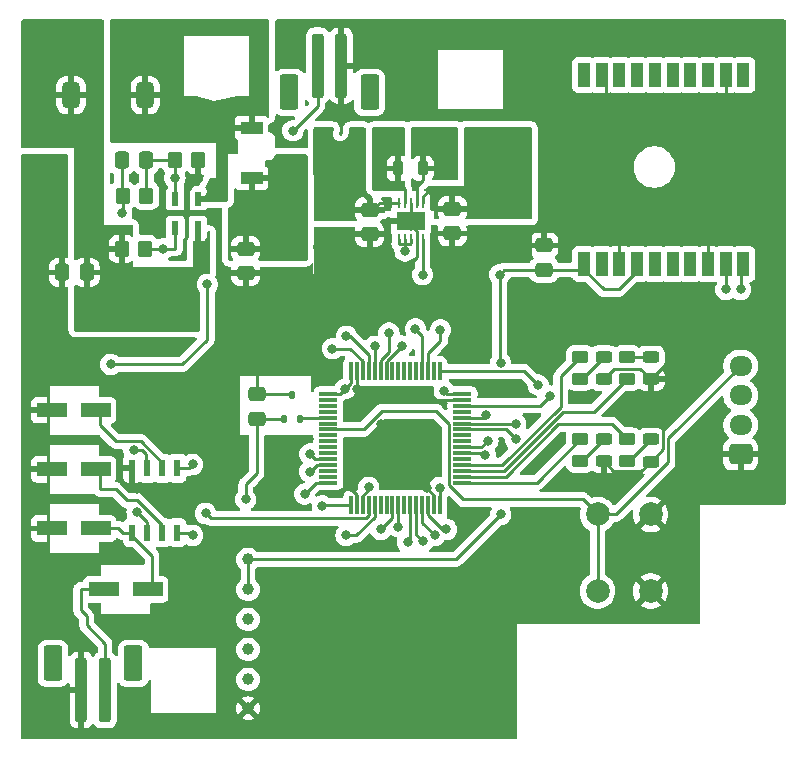
<source format=gbr>
%TF.GenerationSoftware,KiCad,Pcbnew,8.0.5*%
%TF.CreationDate,2024-10-17T13:37:37-04:00*%
%TF.ProjectId,PCB,5043422e-6b69-4636-9164-5f7063625858,rev?*%
%TF.SameCoordinates,Original*%
%TF.FileFunction,Copper,L1,Top*%
%TF.FilePolarity,Positive*%
%FSLAX46Y46*%
G04 Gerber Fmt 4.6, Leading zero omitted, Abs format (unit mm)*
G04 Created by KiCad (PCBNEW 8.0.5) date 2024-10-17 13:37:37*
%MOMM*%
%LPD*%
G01*
G04 APERTURE LIST*
G04 Aperture macros list*
%AMRoundRect*
0 Rectangle with rounded corners*
0 $1 Rounding radius*
0 $2 $3 $4 $5 $6 $7 $8 $9 X,Y pos of 4 corners*
0 Add a 4 corners polygon primitive as box body*
4,1,4,$2,$3,$4,$5,$6,$7,$8,$9,$2,$3,0*
0 Add four circle primitives for the rounded corners*
1,1,$1+$1,$2,$3*
1,1,$1+$1,$4,$5*
1,1,$1+$1,$6,$7*
1,1,$1+$1,$8,$9*
0 Add four rect primitives between the rounded corners*
20,1,$1+$1,$2,$3,$4,$5,0*
20,1,$1+$1,$4,$5,$6,$7,0*
20,1,$1+$1,$6,$7,$8,$9,0*
20,1,$1+$1,$8,$9,$2,$3,0*%
G04 Aperture macros list end*
%TA.AperFunction,SMDPad,CuDef*%
%ADD10RoundRect,0.250000X0.350000X0.450000X-0.350000X0.450000X-0.350000X-0.450000X0.350000X-0.450000X0*%
%TD*%
%TA.AperFunction,SMDPad,CuDef*%
%ADD11RoundRect,0.218750X-0.218750X-0.381250X0.218750X-0.381250X0.218750X0.381250X-0.218750X0.381250X0*%
%TD*%
%TA.AperFunction,SMDPad,CuDef*%
%ADD12RoundRect,0.250000X0.450000X-0.262500X0.450000X0.262500X-0.450000X0.262500X-0.450000X-0.262500X0*%
%TD*%
%TA.AperFunction,SMDPad,CuDef*%
%ADD13R,2.514600X1.219200*%
%TD*%
%TA.AperFunction,SMDPad,CuDef*%
%ADD14RoundRect,0.375000X-0.375000X-0.725000X0.375000X-0.725000X0.375000X0.725000X-0.375000X0.725000X0*%
%TD*%
%TA.AperFunction,SMDPad,CuDef*%
%ADD15R,1.000000X2.000000*%
%TD*%
%TA.AperFunction,SMDPad,CuDef*%
%ADD16RoundRect,0.075000X-0.700000X-0.075000X0.700000X-0.075000X0.700000X0.075000X-0.700000X0.075000X0*%
%TD*%
%TA.AperFunction,SMDPad,CuDef*%
%ADD17RoundRect,0.075000X-0.075000X-0.700000X0.075000X-0.700000X0.075000X0.700000X-0.075000X0.700000X0*%
%TD*%
%TA.AperFunction,SMDPad,CuDef*%
%ADD18R,0.558800X1.460500*%
%TD*%
%TA.AperFunction,SMDPad,CuDef*%
%ADD19RoundRect,0.112500X-0.112500X-0.237500X0.112500X-0.237500X0.112500X0.237500X-0.112500X0.237500X0*%
%TD*%
%TA.AperFunction,SMDPad,CuDef*%
%ADD20RoundRect,0.250000X-0.350000X-0.450000X0.350000X-0.450000X0.350000X0.450000X-0.350000X0.450000X0*%
%TD*%
%TA.AperFunction,SMDPad,CuDef*%
%ADD21RoundRect,0.250000X0.250000X2.500000X-0.250000X2.500000X-0.250000X-2.500000X0.250000X-2.500000X0*%
%TD*%
%TA.AperFunction,SMDPad,CuDef*%
%ADD22RoundRect,0.250000X0.550000X1.250000X-0.550000X1.250000X-0.550000X-1.250000X0.550000X-1.250000X0*%
%TD*%
%TA.AperFunction,SMDPad,CuDef*%
%ADD23R,0.558800X1.270000*%
%TD*%
%TA.AperFunction,ComponentPad*%
%ADD24C,2.000000*%
%TD*%
%TA.AperFunction,SMDPad,CuDef*%
%ADD25RoundRect,0.250000X-0.250000X-2.500000X0.250000X-2.500000X0.250000X2.500000X-0.250000X2.500000X0*%
%TD*%
%TA.AperFunction,SMDPad,CuDef*%
%ADD26RoundRect,0.250000X-0.550000X-1.250000X0.550000X-1.250000X0.550000X1.250000X-0.550000X1.250000X0*%
%TD*%
%TA.AperFunction,ComponentPad*%
%ADD27C,1.000000*%
%TD*%
%TA.AperFunction,SMDPad,CuDef*%
%ADD28RoundRect,0.250000X-0.475000X0.337500X-0.475000X-0.337500X0.475000X-0.337500X0.475000X0.337500X0*%
%TD*%
%TA.AperFunction,SMDPad,CuDef*%
%ADD29RoundRect,0.250000X-0.450000X0.262500X-0.450000X-0.262500X0.450000X-0.262500X0.450000X0.262500X0*%
%TD*%
%TA.AperFunction,SMDPad,CuDef*%
%ADD30RoundRect,0.250000X0.337500X0.475000X-0.337500X0.475000X-0.337500X-0.475000X0.337500X-0.475000X0*%
%TD*%
%TA.AperFunction,SMDPad,CuDef*%
%ADD31R,0.240000X0.899999*%
%TD*%
%TA.AperFunction,SMDPad,CuDef*%
%ADD32R,2.400000X1.649999*%
%TD*%
%TA.AperFunction,SMDPad,CuDef*%
%ADD33RoundRect,0.243750X0.456250X-0.243750X0.456250X0.243750X-0.456250X0.243750X-0.456250X-0.243750X0*%
%TD*%
%TA.AperFunction,SMDPad,CuDef*%
%ADD34RoundRect,0.250000X0.475000X-0.337500X0.475000X0.337500X-0.475000X0.337500X-0.475000X-0.337500X0*%
%TD*%
%TA.AperFunction,SMDPad,CuDef*%
%ADD35R,1.854200X1.066800*%
%TD*%
%TA.AperFunction,ComponentPad*%
%ADD36RoundRect,0.250000X0.725000X-0.600000X0.725000X0.600000X-0.725000X0.600000X-0.725000X-0.600000X0*%
%TD*%
%TA.AperFunction,ComponentPad*%
%ADD37O,1.950000X1.700000*%
%TD*%
%TA.AperFunction,ViaPad*%
%ADD38C,0.800000*%
%TD*%
%TA.AperFunction,ViaPad*%
%ADD39C,1.700000*%
%TD*%
%TA.AperFunction,Conductor*%
%ADD40C,0.250000*%
%TD*%
%TA.AperFunction,Conductor*%
%ADD41C,0.500000*%
%TD*%
%TA.AperFunction,Conductor*%
%ADD42C,0.254000*%
%TD*%
G04 APERTURE END LIST*
D10*
%TO.P,R3,1*%
%TO.N,/FB Boost*%
X182087500Y-98741800D03*
%TO.P,R3,2*%
%TO.N,+5V*%
X180087500Y-98741800D03*
%TD*%
D11*
%TO.P,L1,1,1*%
%TO.N,/L1 Buck*%
X203365000Y-96440000D03*
%TO.P,L1,2,2*%
%TO.N,/L2 Buck*%
X205490000Y-96440000D03*
%TD*%
D12*
%TO.P,R6,1*%
%TO.N,/D1LED*%
X218806638Y-114231597D03*
%TO.P,R6,2*%
%TO.N,/Debug 1*%
X218806638Y-112406597D03*
%TD*%
D13*
%TO.P,C6,1*%
%TO.N,/Bypass*%
X177800000Y-121920000D03*
%TO.P,C6,2*%
%TO.N,GND*%
X174091600Y-121920000D03*
%TD*%
D14*
%TO.P,L2,1,1*%
%TO.N,/Bat +*%
X175700000Y-90241800D03*
%TO.P,L2,2,2*%
%TO.N,/SW Boost*%
X182000000Y-90241800D03*
%TD*%
D15*
%TO.P,U2,P$1,VCC*%
%TO.N,+3.3V*%
X219140000Y-104520000D03*
%TO.P,U2,P$2,NRESET*%
%TO.N,unconnected-(U2-NRESET-PadP$2)*%
X220640000Y-104520000D03*
%TO.P,U2,P$3,GND@1*%
%TO.N,GND*%
X222140000Y-104520000D03*
%TO.P,U2,P$4,VBACKUP*%
%TO.N,+3.3V*%
X223640000Y-104520000D03*
%TO.P,U2,P$5,3D-FIX*%
%TO.N,unconnected-(U2-3D-FIX-PadP$5)*%
X225140000Y-104520000D03*
%TO.P,U2,P$6,NC@1*%
%TO.N,unconnected-(U2-NC@1-PadP$6)*%
X226640000Y-104520000D03*
%TO.P,U2,P$7,NC@2*%
%TO.N,unconnected-(U2-NC@2-PadP$7)*%
X228140000Y-104520000D03*
%TO.P,U2,P$8,GND@2*%
%TO.N,GND*%
X229640000Y-104520000D03*
%TO.P,U2,P$9,TX*%
%TO.N,/GPS TX*%
X231140000Y-104520000D03*
%TO.P,U2,P$10,RX*%
%TO.N,/GPS RX*%
X232640000Y-104520000D03*
%TO.P,U2,P$11,EX_ANT*%
%TO.N,unconnected-(U2-EX_ANT-PadP$11)*%
X232640000Y-88520000D03*
%TO.P,U2,P$12,GND@3*%
%TO.N,GND*%
X231140000Y-88520000D03*
%TO.P,U2,P$13,1PPS*%
%TO.N,unconnected-(U2-1PPS-PadP$13)*%
X229640000Y-88520000D03*
%TO.P,U2,P$14,RTCM*%
%TO.N,unconnected-(U2-RTCM-PadP$14)*%
X228140000Y-88520000D03*
%TO.P,U2,P$15,NC@3*%
%TO.N,unconnected-(U2-NC@3-PadP$15)*%
X226640000Y-88520000D03*
%TO.P,U2,P$16,NC@4*%
%TO.N,unconnected-(U2-NC@4-PadP$16)*%
X225140000Y-88520000D03*
%TO.P,U2,P$17,NC@5*%
%TO.N,unconnected-(U2-NC@5-PadP$17)*%
X223640000Y-88520000D03*
%TO.P,U2,P$18,NC@6*%
%TO.N,unconnected-(U2-NC@6-PadP$18)*%
X222140000Y-88520000D03*
%TO.P,U2,P$19,GND@4*%
%TO.N,GND*%
X220640000Y-88520000D03*
%TO.P,U2,P$20,NC@7*%
%TO.N,unconnected-(U2-NC@7-PadP$20)*%
X219140000Y-88520000D03*
%TD*%
D16*
%TO.P,U1,1,VBAT*%
%TO.N,+3.3V*%
X197505000Y-115535000D03*
%TO.P,U1,2,PC13*%
%TO.N,unconnected-(U1-PC13-Pad2)*%
X197505000Y-116035000D03*
%TO.P,U1,3,PC14*%
%TO.N,unconnected-(U1-PC14-Pad3)*%
X197505000Y-116535000D03*
%TO.P,U1,4,PC15*%
%TO.N,unconnected-(U1-PC15-Pad4)*%
X197505000Y-117035000D03*
%TO.P,U1,5,PH0*%
%TO.N,/Clock*%
X197505000Y-117535000D03*
%TO.P,U1,6,PH1*%
%TO.N,unconnected-(U1-PH1-Pad6)*%
X197505000Y-118035000D03*
%TO.P,U1,7,NRST*%
%TO.N,/RST*%
X197505000Y-118535000D03*
%TO.P,U1,8,PC0*%
%TO.N,unconnected-(U1-PC0-Pad8)*%
X197505000Y-119035000D03*
%TO.P,U1,9,PC1*%
%TO.N,unconnected-(U1-PC1-Pad9)*%
X197505000Y-119535000D03*
%TO.P,U1,10,PC2*%
%TO.N,unconnected-(U1-PC2-Pad10)*%
X197505000Y-120035000D03*
%TO.P,U1,11,PC3*%
%TO.N,unconnected-(U1-PC3-Pad11)*%
X197505000Y-120535000D03*
%TO.P,U1,12,VSSA*%
%TO.N,/GNDA*%
X197505000Y-121035000D03*
%TO.P,U1,13,VDDA*%
%TO.N,/3.3VA*%
X197505000Y-121535000D03*
%TO.P,U1,14,PA0*%
%TO.N,unconnected-(U1-PA0-Pad14)*%
X197505000Y-122035000D03*
%TO.P,U1,15,PA1*%
%TO.N,unconnected-(U1-PA1-Pad15)*%
X197505000Y-122535000D03*
%TO.P,U1,16,PA2*%
%TO.N,/USART 2 TX*%
X197505000Y-123035000D03*
D17*
%TO.P,U1,17,PA3*%
%TO.N,/USART 2 RX*%
X199430000Y-124960000D03*
%TO.P,U1,18,VSS*%
%TO.N,GND*%
X199930000Y-124960000D03*
%TO.P,U1,19,VDD*%
%TO.N,+3.3V*%
X200430000Y-124960000D03*
%TO.P,U1,20,PA4*%
%TO.N,/DAC OUT*%
X200930000Y-124960000D03*
%TO.P,U1,21,PA5*%
%TO.N,/DAC 2*%
X201430000Y-124960000D03*
%TO.P,U1,22,PA6*%
%TO.N,unconnected-(U1-PA6-Pad22)*%
X201930000Y-124960000D03*
%TO.P,U1,23,PA7*%
%TO.N,unconnected-(U1-PA7-Pad23)*%
X202430000Y-124960000D03*
%TO.P,U1,24,PC4*%
%TO.N,/LoRa RX*%
X202930000Y-124960000D03*
%TO.P,U1,25,PC5*%
%TO.N,/LoRa TX*%
X203430000Y-124960000D03*
%TO.P,U1,26,PB0*%
%TO.N,unconnected-(U1-PB0-Pad26)*%
X203930000Y-124960000D03*
%TO.P,U1,27,PB1*%
%TO.N,/PB1*%
X204430000Y-124960000D03*
%TO.P,U1,28,PB2*%
%TO.N,/PB2*%
X204930000Y-124960000D03*
%TO.P,U1,29,PB10*%
%TO.N,/USART 3 TX*%
X205430000Y-124960000D03*
%TO.P,U1,30,PB11*%
%TO.N,/USART 3 RX*%
X205930000Y-124960000D03*
%TO.P,U1,31,VSS*%
%TO.N,GND*%
X206430000Y-124960000D03*
%TO.P,U1,32,VDD*%
%TO.N,+3.3V*%
X206930000Y-124960000D03*
D16*
%TO.P,U1,33,PB12*%
%TO.N,/Debug 4*%
X208855000Y-123035000D03*
%TO.P,U1,34,PB13*%
%TO.N,/Debug 2*%
X208855000Y-122535000D03*
%TO.P,U1,35,PB14*%
%TO.N,/Debug 3*%
X208855000Y-122035000D03*
%TO.P,U1,36,PB15*%
%TO.N,/Debug 1*%
X208855000Y-121535000D03*
%TO.P,U1,37,PC6*%
%TO.N,unconnected-(U1-PC6-Pad37)*%
X208855000Y-121035000D03*
%TO.P,U1,38,PC7*%
%TO.N,/PC7*%
X208855000Y-120535000D03*
%TO.P,U1,39,PC8*%
%TO.N,/PC8*%
X208855000Y-120035000D03*
%TO.P,U1,40,PC9*%
%TO.N,unconnected-(U1-PC9-Pad40)*%
X208855000Y-119535000D03*
%TO.P,U1,41,PA8*%
%TO.N,unconnected-(U1-PA8-Pad41)*%
X208855000Y-119035000D03*
%TO.P,U1,42,PA9*%
%TO.N,/GPS RX*%
X208855000Y-118535000D03*
%TO.P,U1,43,PA10*%
%TO.N,/GPS TX*%
X208855000Y-118035000D03*
%TO.P,U1,44,PA11*%
%TO.N,/PA 11*%
X208855000Y-117535000D03*
%TO.P,U1,45,PA12*%
%TO.N,unconnected-(U1-PA12-Pad45)*%
X208855000Y-117035000D03*
%TO.P,U1,46,PA13*%
%TO.N,/SWDIO*%
X208855000Y-116535000D03*
%TO.P,U1,47,VSS*%
%TO.N,GND*%
X208855000Y-116035000D03*
%TO.P,U1,48,VDDUSB*%
%TO.N,+3.3V*%
X208855000Y-115535000D03*
D17*
%TO.P,U1,49,PA14*%
%TO.N,/SWCLK*%
X206930000Y-113610000D03*
%TO.P,U1,50,PA15*%
%TO.N,unconnected-(U1-PA15-Pad50)*%
X206430000Y-113610000D03*
%TO.P,U1,51,PC10*%
%TO.N,/UART TX*%
X205930000Y-113610000D03*
%TO.P,U1,52,PC11*%
%TO.N,/UART RX*%
X205430000Y-113610000D03*
%TO.P,U1,53,PC12*%
%TO.N,unconnected-(U1-PC12-Pad53)*%
X204930000Y-113610000D03*
%TO.P,U1,54,PD2*%
%TO.N,unconnected-(U1-PD2-Pad54)*%
X204430000Y-113610000D03*
%TO.P,U1,55,PB3*%
%TO.N,unconnected-(U1-PB3-Pad55)*%
X203930000Y-113610000D03*
%TO.P,U1,56,PB4*%
%TO.N,unconnected-(U1-PB4-Pad56)*%
X203430000Y-113610000D03*
%TO.P,U1,57,PB5*%
%TO.N,unconnected-(U1-PB5-Pad57)*%
X202930000Y-113610000D03*
%TO.P,U1,58,PB6*%
%TO.N,/TIM 4 CH 1*%
X202430000Y-113610000D03*
%TO.P,U1,59,PB7*%
%TO.N,/TIM 4 CH 2*%
X201930000Y-113610000D03*
%TO.P,U1,60,BOOT0*%
%TO.N,/BOOT*%
X201430000Y-113610000D03*
%TO.P,U1,61,PB8*%
%TO.N,/TIM 4 CH 3*%
X200930000Y-113610000D03*
%TO.P,U1,62,PB9*%
%TO.N,/TIM 4 CH 4*%
X200430000Y-113610000D03*
%TO.P,U1,63,VSS*%
%TO.N,GND*%
X199930000Y-113610000D03*
%TO.P,U1,64,VDD*%
%TO.N,+3.3V*%
X199430000Y-113610000D03*
%TD*%
D13*
%TO.P,C9,1*%
%TO.N,/Amp Out*%
X182194200Y-132080000D03*
%TO.P,C9,2*%
%TO.N,/Speaker*%
X178485800Y-132080000D03*
%TD*%
%TO.P,C7,1*%
%TO.N,/- Amp*%
X177800000Y-116920000D03*
%TO.P,C7,2*%
%TO.N,GND*%
X174091600Y-116920000D03*
%TD*%
D18*
%TO.P,U8,1,GAIN*%
%TO.N,/Gain 1*%
X184705000Y-121815850D03*
%TO.P,U8,2,-*%
%TO.N,/- Amp*%
X183435000Y-121815850D03*
%TO.P,U8,3,+*%
%TO.N,/Amp In*%
X182165000Y-121815850D03*
%TO.P,U8,4,GND*%
%TO.N,GND*%
X180895000Y-121815850D03*
%TO.P,U8,5*%
%TO.N,/Amp Out*%
X180895000Y-127264150D03*
%TO.P,U8,6,V+*%
%TO.N,+5V*%
X182165000Y-127264150D03*
%TO.P,U8,7,BYPASS*%
%TO.N,/Bypass*%
X183435000Y-127264150D03*
%TO.P,U8,8,GAIN*%
%TO.N,/Gain 2*%
X184705000Y-127264150D03*
%TD*%
D19*
%TO.P,U9,1,V+*%
%TO.N,+3.3V*%
X193780000Y-117610000D03*
%TO.P,U9,2,CLOCK*%
%TO.N,/Clock*%
X195080000Y-117610000D03*
%TO.P,U9,3,GND*%
%TO.N,GND*%
X194430000Y-115610000D03*
%TD*%
D20*
%TO.P,R1,1*%
%TO.N,/Bat +*%
X180000000Y-103241800D03*
%TO.P,R1,2*%
%TO.N,/EN Boost*%
X182000000Y-103241800D03*
%TD*%
D21*
%TO.P,J2,1,Pin_1*%
%TO.N,GND*%
X198600000Y-87750000D03*
%TO.P,J2,2,Pin_2*%
%TO.N,/Batteries*%
X196600000Y-87750000D03*
D22*
%TO.P,J2,MP*%
%TO.N,N/C*%
X201000000Y-90000000D03*
X194200000Y-90000000D03*
%TD*%
D23*
%TO.P,U5,1,SW*%
%TO.N,/SW Boost*%
X186452500Y-99022600D03*
%TO.P,U5,2,GND*%
%TO.N,GND*%
X185500000Y-99022600D03*
%TO.P,U5,3,FB*%
%TO.N,/FB Boost*%
X184547500Y-99022600D03*
%TO.P,U5,4,EN*%
%TO.N,/EN Boost*%
X184547500Y-101461000D03*
%TO.P,U5,5,VIN*%
%TO.N,/Bat +*%
X186452500Y-101461000D03*
%TD*%
D24*
%TO.P,SW1,1,1*%
%TO.N,GND*%
X224790000Y-125730000D03*
X224790000Y-132230000D03*
%TO.P,SW1,2,2*%
%TO.N,/RST*%
X220290000Y-125730000D03*
X220290000Y-132230000D03*
%TD*%
D25*
%TO.P,J3,1,Pin_1*%
%TO.N,GND*%
X176586221Y-140594384D03*
%TO.P,J3,2,Pin_2*%
%TO.N,/Speaker*%
X178586221Y-140594384D03*
D26*
%TO.P,J3,MP*%
%TO.N,N/C*%
X174186221Y-138344384D03*
X180986221Y-138344384D03*
%TD*%
D27*
%TO.P,U3,1,VDD*%
%TO.N,+3.3V*%
X190700000Y-129540000D03*
%TO.P,U3,2,NRST*%
X190700000Y-132080000D03*
%TO.P,U3,3,RXD*%
%TO.N,/LoRa RX*%
X190700000Y-134620000D03*
%TO.P,U3,4,TXD*%
%TO.N,/LoRa TX*%
X190700000Y-137160000D03*
%TO.P,U3,5,NC*%
%TO.N,unconnected-(U3-NC-Pad5)*%
X190700000Y-139700000D03*
%TO.P,U3,6,GND*%
%TO.N,GND*%
X190700000Y-142140000D03*
%TD*%
D28*
%TO.P,C5,1*%
%TO.N,+5V*%
X190500000Y-103241800D03*
%TO.P,C5,2*%
%TO.N,GND*%
X190500000Y-105316800D03*
%TD*%
D29*
%TO.P,R8,1*%
%TO.N,/D3LED*%
X222790000Y-112425000D03*
%TO.P,R8,2*%
%TO.N,/Debug 3*%
X222790000Y-114250000D03*
%TD*%
D30*
%TO.P,C3,1*%
%TO.N,/Bat +*%
X177037500Y-105241800D03*
%TO.P,C3,2*%
%TO.N,GND*%
X174962500Y-105241800D03*
%TD*%
D31*
%TO.P,U4,1,VOUT*%
%TO.N,+3.3V*%
X205479999Y-99320000D03*
%TO.P,U4,2,L2*%
%TO.N,/L2 Buck*%
X204980000Y-99320000D03*
%TO.P,U4,3,PGND*%
%TO.N,GND*%
X204479998Y-99320000D03*
%TO.P,U4,4,L1*%
%TO.N,/L1 Buck*%
X203979999Y-99320000D03*
%TO.P,U4,5,VIN*%
%TO.N,/Bat +*%
X203480000Y-99320000D03*
%TO.P,U4,6,EN*%
X203480000Y-102420000D03*
%TO.P,U4,7,PS_SYNC*%
X203979999Y-102420000D03*
%TO.P,U4,8,VINA*%
X204479998Y-102420000D03*
%TO.P,U4,9,GND*%
%TO.N,GND*%
X204980000Y-102420000D03*
%TO.P,U4,10,FB*%
%TO.N,+3.3V*%
X205479999Y-102420000D03*
D32*
%TO.P,U4,11,PAD*%
%TO.N,GND*%
X204479998Y-100870003D03*
%TD*%
D28*
%TO.P,C1,1*%
%TO.N,/Bat +*%
X200990000Y-99940000D03*
%TO.P,C1,2*%
%TO.N,GND*%
X200990000Y-102015000D03*
%TD*%
D33*
%TO.P,D6,1,K*%
%TO.N,GND*%
X220828010Y-121243481D03*
%TO.P,D6,2,A*%
%TO.N,/D4LED*%
X220828010Y-119368481D03*
%TD*%
D34*
%TO.P,C19,1*%
%TO.N,+3.3V*%
X191430000Y-117610000D03*
%TO.P,C19,2*%
%TO.N,GND*%
X191430000Y-115535000D03*
%TD*%
D30*
%TO.P,C4,1*%
%TO.N,/FB Boost*%
X182075000Y-95741800D03*
%TO.P,C4,2*%
%TO.N,+5V*%
X180000000Y-95741800D03*
%TD*%
D35*
%TO.P,D3,1,K*%
%TO.N,+5V*%
X191000000Y-97241800D03*
%TO.P,D3,2,A*%
%TO.N,/SW Boost*%
X191000000Y-93000000D03*
%TD*%
D13*
%TO.P,C8,1*%
%TO.N,/Amp Out*%
X177800000Y-126920000D03*
%TO.P,C8,2*%
%TO.N,GND*%
X174091600Y-126920000D03*
%TD*%
D33*
%TO.P,D2,1,K*%
%TO.N,GND*%
X220806638Y-114281597D03*
%TO.P,D2,2,A*%
%TO.N,/D1LED*%
X220806638Y-112406597D03*
%TD*%
D28*
%TO.P,C2,1*%
%TO.N,+3.3V*%
X207990000Y-99865000D03*
%TO.P,C2,2*%
%TO.N,GND*%
X207990000Y-101940000D03*
%TD*%
D33*
%TO.P,D5,1,K*%
%TO.N,GND*%
X224790000Y-114300000D03*
%TO.P,D5,2,A*%
%TO.N,/D3LED*%
X224790000Y-112425000D03*
%TD*%
%TO.P,D4,1,K*%
%TO.N,GND*%
X224790000Y-121255000D03*
%TO.P,D4,2,A*%
%TO.N,/D2LED*%
X224790000Y-119380000D03*
%TD*%
D36*
%TO.P,J5,1,Pin_1*%
%TO.N,GND*%
X232410000Y-120650000D03*
D37*
%TO.P,J5,2,Pin_2*%
%TO.N,/SWCLK*%
X232410000Y-118150000D03*
%TO.P,J5,3,Pin_3*%
%TO.N,/SWDIO*%
X232410000Y-115650000D03*
%TO.P,J5,4,Pin_4*%
%TO.N,/RST*%
X232410000Y-113150000D03*
%TD*%
D20*
%TO.P,R2,1*%
%TO.N,/FB Boost*%
X184500000Y-95741800D03*
%TO.P,R2,2*%
%TO.N,GND*%
X186500000Y-95741800D03*
%TD*%
D12*
%TO.P,R9,1*%
%TO.N,/D4LED*%
X218828010Y-121193481D03*
%TO.P,R9,2*%
%TO.N,/Debug 4*%
X218828010Y-119368481D03*
%TD*%
%TO.P,R7,1*%
%TO.N,/D2LED*%
X222790000Y-121205000D03*
%TO.P,R7,2*%
%TO.N,/Debug 2*%
X222790000Y-119380000D03*
%TD*%
D34*
%TO.P,C18,1*%
%TO.N,+3.3V*%
X215755254Y-105032959D03*
%TO.P,C18,2*%
%TO.N,GND*%
X215755254Y-102957959D03*
%TD*%
D38*
%TO.N,/Batteries*%
X194500000Y-93241800D03*
%TO.N,GND*%
X220980000Y-93980000D03*
X181300000Y-123540000D03*
D39*
X204479998Y-100870003D03*
D38*
X172500000Y-105241800D03*
X219710000Y-92710000D03*
X172500000Y-100241800D03*
X222250000Y-85090000D03*
X231140000Y-91440000D03*
X218440000Y-85090000D03*
X227330000Y-100330000D03*
X229870000Y-95250000D03*
X182490000Y-100610000D03*
X229870000Y-101600000D03*
X205847025Y-123517766D03*
X232410000Y-101600000D03*
X185500000Y-100190000D03*
X231140000Y-93980000D03*
X231140000Y-100330000D03*
X219710000Y-99060000D03*
X188010000Y-100840000D03*
X215900000Y-93980000D03*
X222250000Y-96520000D03*
X229870000Y-99060000D03*
X231140000Y-97790000D03*
X232410000Y-93980000D03*
X227330000Y-91440000D03*
X218440000Y-106680000D03*
X199437645Y-123373761D03*
X223520000Y-92710000D03*
X229870000Y-92710000D03*
X228600000Y-97790000D03*
X190500000Y-109241800D03*
X172500000Y-103241800D03*
X229870000Y-85090000D03*
X219710000Y-101600000D03*
X215900000Y-99060000D03*
X172500000Y-106241800D03*
X199430000Y-119610000D03*
X186500000Y-97241800D03*
X199930000Y-115110000D03*
X222250000Y-101600000D03*
X232410000Y-91440000D03*
X226060000Y-85090000D03*
X228600000Y-93980000D03*
X215900000Y-90170000D03*
X219710000Y-96520000D03*
X233680000Y-107950000D03*
X172500000Y-104241800D03*
X224790000Y-100330000D03*
X233680000Y-85090000D03*
X226060000Y-92710000D03*
X201930000Y-118110000D03*
X192500000Y-109241800D03*
X172500000Y-102241800D03*
X222250000Y-99060000D03*
X224790000Y-91440000D03*
X226060000Y-101600000D03*
X191500000Y-109241800D03*
X193500000Y-109241800D03*
X232410000Y-96520000D03*
X220980000Y-91440000D03*
%TO.N,/3.3VA*%
X195930000Y-122110000D03*
%TO.N,+3.3V*%
X207312870Y-115267130D03*
X205490000Y-105440000D03*
X206923971Y-123450875D03*
X212990000Y-98440000D03*
X198917347Y-115097347D03*
X200918226Y-123437064D03*
X212090000Y-125730000D03*
X190500000Y-124460000D03*
X212090000Y-112885000D03*
X211990000Y-105440003D03*
%TO.N,/GNDA*%
X195930000Y-120610000D03*
%TO.N,+5V*%
X179070000Y-113030000D03*
X194000000Y-103241800D03*
X187254051Y-106241800D03*
X180000000Y-100241800D03*
X181300000Y-125540000D03*
%TO.N,/DAC OUT*%
X187110483Y-125643041D03*
%TO.N,/BOOT*%
X201430000Y-111500000D03*
%TO.N,/Bat +*%
X198990000Y-97940000D03*
X186500000Y-104241800D03*
X203990000Y-103440000D03*
%TO.N,/SWDIO*%
X216225358Y-115697475D03*
%TO.N,/SWCLK*%
X215257845Y-114766377D03*
%TO.N,/LoRa TX*%
X203433189Y-126766811D03*
%TO.N,/GPS TX*%
X231140000Y-106680000D03*
X213360000Y-118043108D03*
%TO.N,/LoRa RX*%
X201930000Y-127000000D03*
%TO.N,/GPS RX*%
X232410000Y-106680000D03*
X213360000Y-119380000D03*
%TO.N,/Gain 1*%
X186000000Y-121500000D03*
%TO.N,/FB Boost*%
X184500000Y-97241800D03*
%TO.N,/SW Boost*%
X187500000Y-98741800D03*
X188500000Y-98741800D03*
%TO.N,/EN Boost*%
X183500000Y-103241800D03*
%TO.N,/Gain 2*%
X186000000Y-127500000D03*
%TO.N,/TIM 4 CH 4*%
X197833369Y-111700592D03*
%TO.N,/TIM 4 CH 2*%
X202625003Y-110370209D03*
%TO.N,/TIM 4 CH 1*%
X203718623Y-111478613D03*
%TO.N,/TIM 4 CH 3*%
X199028459Y-110652070D03*
%TO.N,/UART TX*%
X206988209Y-110110897D03*
%TO.N,/UART RX*%
X204868616Y-110020702D03*
%TO.N,/PC8*%
X211000000Y-119500000D03*
%TO.N,/PC7*%
X210797014Y-120702986D03*
%TO.N,/USART 3 RX*%
X207500000Y-127000000D03*
%TO.N,/USART 3 TX*%
X206500000Y-127500000D03*
%TO.N,/USART 2 TX*%
X195500000Y-124000000D03*
%TO.N,/USART 2 RX*%
X197000000Y-125000000D03*
%TO.N,/DAC 2*%
X199000000Y-127500000D03*
%TO.N,/PB1*%
X204201090Y-128082300D03*
%TO.N,/PB2*%
X205500000Y-128000000D03*
%TO.N,/PA 11*%
X210883920Y-117296618D03*
X210883920Y-117296618D03*
%TO.N,/Amp In*%
X181010000Y-120280000D03*
%TD*%
D40*
%TO.N,/Batteries*%
X194500000Y-93241800D02*
X196600000Y-91141800D01*
X196600000Y-91141800D02*
X196600000Y-87750000D01*
%TO.N,GND*%
X199430000Y-123610000D02*
X199430000Y-123381406D01*
X198600000Y-87750000D02*
X198600000Y-93400000D01*
X222140000Y-104520000D02*
X222140000Y-101710000D01*
X224790000Y-115570000D02*
X225815000Y-116595000D01*
X220640000Y-88520000D02*
X220640000Y-89020000D01*
X225815000Y-116595000D02*
X225815000Y-120230000D01*
D41*
X184000000Y-100241800D02*
X183386850Y-100241800D01*
D40*
X224790000Y-114300000D02*
X227330000Y-111760000D01*
X173725300Y-129725300D02*
X174000000Y-130000000D01*
X220828010Y-121243481D02*
X221627029Y-122042500D01*
X204980000Y-103970000D02*
X204360000Y-104590000D01*
D41*
X183386850Y-100241800D02*
X183385377Y-100240327D01*
D40*
X173725300Y-114274700D02*
X174000000Y-114000000D01*
X220828010Y-121243481D02*
X220828010Y-122828010D01*
X173725300Y-116553700D02*
X173725300Y-114274700D01*
X174091600Y-126920000D02*
X173725300Y-127286300D01*
X227330000Y-111760000D02*
X227330000Y-107950000D01*
X223902500Y-113412500D02*
X224790000Y-114300000D01*
X173725300Y-127286300D02*
X173725300Y-129725300D01*
X174091600Y-116920000D02*
X173725300Y-116553700D01*
D41*
X185500000Y-98241800D02*
X186500000Y-97241800D01*
X184500000Y-100241800D02*
X185500000Y-100241800D01*
D40*
X191430000Y-115535000D02*
X191430000Y-113570000D01*
X173725300Y-126553700D02*
X173725300Y-122286300D01*
X221675735Y-113412500D02*
X223902500Y-113412500D01*
X204479998Y-99320000D02*
X204479998Y-100870003D01*
X220640000Y-89020000D02*
X220980000Y-89360000D01*
X231140000Y-88520000D02*
X231140000Y-91440000D01*
X233710000Y-107980000D02*
X233680000Y-107950000D01*
D41*
X185500000Y-99022600D02*
X185500000Y-98241800D01*
D40*
X180895000Y-121815850D02*
X180895000Y-123135000D01*
X174091600Y-126920000D02*
X173725300Y-126553700D01*
X220980000Y-89360000D02*
X220980000Y-91440000D01*
X199930000Y-124110000D02*
X199430000Y-123610000D01*
X204990002Y-101770003D02*
X204990002Y-102340000D01*
X173725300Y-121553700D02*
X173725300Y-117286300D01*
D41*
X184500000Y-100241800D02*
X184000000Y-100241800D01*
D40*
X229640000Y-101830000D02*
X229870000Y-101600000D01*
X229640000Y-104520000D02*
X229640000Y-101830000D01*
X222140000Y-101710000D02*
X222250000Y-101600000D01*
X205847025Y-123517766D02*
X205837766Y-123517766D01*
D41*
X185500000Y-99022600D02*
X185500000Y-100190000D01*
D40*
X221627029Y-122042500D02*
X224002500Y-122042500D01*
D41*
X185500000Y-100241800D02*
X187500000Y-100241800D01*
D40*
X173725300Y-122286300D02*
X174091600Y-121920000D01*
X173725300Y-117286300D02*
X174091600Y-116920000D01*
X204479998Y-100870003D02*
X204479998Y-101259999D01*
X206430000Y-124960000D02*
X206430000Y-124117236D01*
X191430000Y-115535000D02*
X194355000Y-115535000D01*
X224790000Y-114300000D02*
X224790000Y-115570000D01*
X198600000Y-93400000D02*
X198500000Y-93500000D01*
X200855000Y-116035000D02*
X199930000Y-115110000D01*
X225815000Y-120230000D02*
X224790000Y-121255000D01*
X205847025Y-123517766D02*
X205847025Y-123534261D01*
X199430000Y-123381406D02*
X199437645Y-123373761D01*
X204980000Y-102420000D02*
X204980000Y-103970000D01*
X180895000Y-123135000D02*
X181300000Y-123540000D01*
X199930000Y-113610000D02*
X199930000Y-115110000D01*
X224002500Y-122042500D02*
X224790000Y-121255000D01*
X181300000Y-123540000D02*
X181340000Y-123500000D01*
X185665800Y-100241800D02*
X184500000Y-100241800D01*
X174091600Y-121920000D02*
X173725300Y-121553700D01*
X185500000Y-100190000D02*
X185500000Y-100241800D01*
X194355000Y-115535000D02*
X194430000Y-115610000D01*
X220806638Y-114281597D02*
X221675735Y-113412500D01*
X199930000Y-124960000D02*
X199930000Y-124110000D01*
X204479998Y-101259999D02*
X204990002Y-101770003D01*
X206430000Y-124117236D02*
X205847025Y-123534261D01*
X186500000Y-97241800D02*
X186500000Y-95741800D01*
X208855000Y-116035000D02*
X200855000Y-116035000D01*
%TO.N,/3.3VA*%
X197505000Y-121535000D02*
X196505000Y-121535000D01*
X196505000Y-121535000D02*
X195930000Y-122110000D01*
%TO.N,/Debug 1*%
X217170000Y-114043235D02*
X218806638Y-112406597D01*
X212230305Y-121535000D02*
X217170000Y-116595305D01*
X208855000Y-121535000D02*
X212230305Y-121535000D01*
X217170000Y-116595305D02*
X217170000Y-114043235D01*
%TO.N,/Debug 2*%
X212503097Y-122535000D02*
X216928097Y-118110000D01*
X216928097Y-118110000D02*
X221520000Y-118110000D01*
X208855000Y-122535000D02*
X212503097Y-122535000D01*
X221520000Y-118110000D02*
X222790000Y-119380000D01*
%TO.N,/Debug 3*%
X217365851Y-117035850D02*
X220004150Y-117035850D01*
X220004150Y-117035850D02*
X222790000Y-114250000D01*
X208855000Y-122035000D02*
X212366701Y-122035000D01*
X212366701Y-122035000D02*
X217365851Y-117035850D01*
X222790000Y-114250000D02*
X222965000Y-114250000D01*
%TO.N,/Debug 4*%
X208855000Y-123035000D02*
X215161491Y-123035000D01*
X215161491Y-123035000D02*
X218828010Y-119368481D01*
%TO.N,+3.3V*%
X198917347Y-115097348D02*
X198479695Y-115535000D01*
X211990000Y-112785000D02*
X212090000Y-112885000D01*
X207312870Y-115267130D02*
X207286113Y-115240373D01*
X193780000Y-117610000D02*
X191430000Y-117610000D01*
X218627041Y-105032959D02*
X219140000Y-104520000D01*
X212397044Y-105032959D02*
X215755254Y-105032959D01*
X212090000Y-125730000D02*
X208280000Y-129540000D01*
X205479999Y-105429999D02*
X205490000Y-105440000D01*
X220810000Y-106680000D02*
X222080000Y-106680000D01*
X212080000Y-105530003D02*
X211990000Y-105440003D01*
X198917347Y-115097347D02*
X198917347Y-115097348D01*
X200918226Y-123621774D02*
X200918226Y-123437064D01*
X205479999Y-98830001D02*
X205930000Y-98380000D01*
X223640000Y-105120000D02*
X223640000Y-104520000D01*
X198479695Y-115535000D02*
X197505000Y-115535000D01*
X205479999Y-99320000D02*
X205479999Y-98830001D01*
X211990000Y-105440003D02*
X212397044Y-105032959D01*
X207580740Y-115535000D02*
X207312870Y-115267130D01*
X219140000Y-104520000D02*
X219140000Y-105010000D01*
X190500000Y-124460000D02*
X190500000Y-123190000D01*
X206930000Y-123456904D02*
X206923971Y-123450875D01*
X199430000Y-114584695D02*
X198917348Y-115097347D01*
X199430000Y-113610000D02*
X199430000Y-114584695D01*
X206930000Y-124960000D02*
X206930000Y-123456904D01*
X205479999Y-102420000D02*
X205479999Y-105429999D01*
X219140000Y-105010000D02*
X220810000Y-106680000D01*
X200430000Y-124110000D02*
X200430000Y-124960000D01*
X190500000Y-123190000D02*
X191430000Y-122260000D01*
X191430000Y-122260000D02*
X191430000Y-117610000D01*
X208855000Y-115535000D02*
X207580740Y-115535000D01*
X208280000Y-129540000D02*
X190700000Y-129540000D01*
X211990000Y-105440003D02*
X211990000Y-112785000D01*
X222080000Y-106680000D02*
X223640000Y-105120000D01*
X198917348Y-115097347D02*
X198917347Y-115097347D01*
X190700000Y-129540000D02*
X190700000Y-132080000D01*
X215755254Y-105032959D02*
X218627041Y-105032959D01*
X200430000Y-124110000D02*
X200918226Y-123621774D01*
%TO.N,/Clock*%
X197505000Y-117535000D02*
X195155000Y-117535000D01*
X195155000Y-117535000D02*
X195080000Y-117610000D01*
%TO.N,/GNDA*%
X196380000Y-121060000D02*
X195930000Y-120610000D01*
X197505000Y-121035000D02*
X197480000Y-121060000D01*
X197480000Y-121060000D02*
X196930000Y-121060000D01*
X197480000Y-121060000D02*
X196430000Y-121060000D01*
%TO.N,+5V*%
X182165000Y-126405000D02*
X181300000Y-125540000D01*
X180087500Y-98741800D02*
X180087500Y-100154300D01*
X180087500Y-100154300D02*
X180000000Y-100241800D01*
X180000000Y-95741800D02*
X180000000Y-98654300D01*
X187254051Y-110925313D02*
X187254051Y-106241800D01*
X185149364Y-113030000D02*
X187254051Y-110925313D01*
X179070000Y-113030000D02*
X185149364Y-113030000D01*
X180000000Y-98654300D02*
X180087500Y-98741800D01*
X182165000Y-127264150D02*
X182165000Y-126405000D01*
%TO.N,/DAC OUT*%
X187110483Y-125643041D02*
X187527442Y-126060000D01*
X200930000Y-125802764D02*
X200930000Y-124960000D01*
X200672764Y-126060000D02*
X200930000Y-125802764D01*
X187527442Y-126060000D02*
X200672764Y-126060000D01*
%TO.N,/Speaker*%
X177036221Y-135126221D02*
X177036221Y-134361803D01*
X177036221Y-134361803D02*
X176530000Y-133855582D01*
X178586221Y-140594384D02*
X178586221Y-136676221D01*
X176530000Y-133855582D02*
X176530000Y-132080000D01*
X176530000Y-132080000D02*
X178485800Y-132080000D01*
X178586221Y-136676221D02*
X177036221Y-135126221D01*
%TO.N,/BOOT*%
X201430000Y-113610000D02*
X201430000Y-111500000D01*
%TO.N,/Bat +*%
X186452500Y-104194300D02*
X186500000Y-104241800D01*
X200990000Y-99940000D02*
X201300000Y-99630000D01*
X201860000Y-99320000D02*
X203480000Y-99320000D01*
X204479998Y-102769998D02*
X204480000Y-102770000D01*
X204440000Y-102810000D02*
X203460000Y-102810000D01*
X203979999Y-103429999D02*
X203990000Y-103440000D01*
X203979999Y-102420000D02*
X203979999Y-103429999D01*
X201550000Y-99630000D02*
X201860000Y-99320000D01*
D41*
X200990000Y-99040000D02*
X200010000Y-98060000D01*
D40*
X203480000Y-102420000D02*
X203480000Y-102790000D01*
X186452500Y-101461000D02*
X186452500Y-104194300D01*
X203480000Y-102790000D02*
X203460000Y-102810000D01*
X204480000Y-102770000D02*
X204440000Y-102810000D01*
X201300000Y-99630000D02*
X201550000Y-99630000D01*
X204479998Y-102420000D02*
X204479998Y-102769998D01*
D41*
X200990000Y-99040000D02*
X200990000Y-99940000D01*
D40*
X201390000Y-99540000D02*
X200990000Y-99940000D01*
%TO.N,/RST*%
X200479695Y-118535000D02*
X202022784Y-116991911D01*
X220540000Y-125480000D02*
X220290000Y-125730000D01*
X202022784Y-116991911D02*
X206636911Y-116991911D01*
X221826088Y-125730000D02*
X226265000Y-121291088D01*
X206636911Y-116991911D02*
X207755000Y-118110000D01*
X226265000Y-121291088D02*
X226265000Y-119295000D01*
X207755000Y-118110000D02*
X207755000Y-123277764D01*
X208937236Y-124460000D02*
X219020000Y-124460000D01*
X220290000Y-125730000D02*
X221826088Y-125730000D01*
X207755000Y-123277764D02*
X208937236Y-124460000D01*
X220290000Y-125730000D02*
X220290000Y-132230000D01*
X219020000Y-124460000D02*
X220290000Y-125730000D01*
X197505000Y-118535000D02*
X200479695Y-118535000D01*
X226265000Y-119295000D02*
X232410000Y-113150000D01*
%TO.N,/SWDIO*%
X216225358Y-115697475D02*
X215387833Y-116535000D01*
X215387833Y-116535000D02*
X208855000Y-116535000D01*
%TO.N,/SWCLK*%
X215257845Y-114766377D02*
X214101468Y-113610000D01*
X214101468Y-113610000D02*
X206930000Y-113610000D01*
%TO.N,/Amp Out*%
X180895000Y-127264150D02*
X180895000Y-127555000D01*
X179731700Y-126920000D02*
X177800000Y-126920000D01*
X182560500Y-129220500D02*
X182560500Y-131713700D01*
X180895000Y-127264150D02*
X180075850Y-127264150D01*
X180895000Y-127555000D02*
X182560500Y-129220500D01*
X182560500Y-131713700D02*
X182194200Y-132080000D01*
X180075850Y-127264150D02*
X179731700Y-126920000D01*
%TO.N,/- Amp*%
X183435000Y-121815850D02*
X183435000Y-121365000D01*
X181610000Y-119540000D02*
X179540000Y-119540000D01*
X179540000Y-119540000D02*
X178166300Y-118166300D01*
X178166300Y-117286300D02*
X177800000Y-116920000D01*
X183435000Y-121365000D02*
X181610000Y-119540000D01*
X178166300Y-118166300D02*
X178166300Y-117286300D01*
%TO.N,/Bypass*%
X178166300Y-122286300D02*
X178166300Y-123600000D01*
X180420000Y-124540000D02*
X181325305Y-124540000D01*
X181325305Y-124540000D02*
X183435000Y-126649695D01*
X179480000Y-123600000D02*
X180420000Y-124540000D01*
X183435000Y-126649695D02*
X183435000Y-127264150D01*
X177800000Y-121920000D02*
X178166300Y-122286300D01*
X178166300Y-123600000D02*
X179480000Y-123600000D01*
%TO.N,/LoRa TX*%
X203430000Y-124960000D02*
X203430000Y-126763623D01*
X203440807Y-126774430D02*
X203433189Y-126766812D01*
X203433189Y-126766812D02*
X203433189Y-126766811D01*
X203430000Y-126763623D02*
X203433189Y-126766811D01*
%TO.N,/GPS TX*%
X231140000Y-106680000D02*
X231140000Y-104520000D01*
X213360000Y-118043108D02*
X213351892Y-118035000D01*
X213351892Y-118035000D02*
X208855000Y-118035000D01*
%TO.N,/LoRa RX*%
X202930000Y-126000000D02*
X201930000Y-127000000D01*
X202930000Y-124960000D02*
X202930000Y-126000000D01*
%TO.N,/GPS RX*%
X213360000Y-119380000D02*
X212515000Y-118535000D01*
X232410000Y-104750000D02*
X232640000Y-104520000D01*
X212515000Y-118535000D02*
X208855000Y-118535000D01*
X232410000Y-106680000D02*
X232410000Y-104750000D01*
%TO.N,/Gain 1*%
X185684150Y-121815850D02*
X186000000Y-121500000D01*
X184705000Y-121815850D02*
X185684150Y-121815850D01*
D42*
%TO.N,/FB Boost*%
X182075000Y-95741800D02*
X182075000Y-98729300D01*
D40*
X182075000Y-98729300D02*
X182087500Y-98741800D01*
D42*
X184547500Y-97289300D02*
X184547500Y-99022600D01*
X182075000Y-95741800D02*
X184500000Y-95741800D01*
X184500000Y-97241800D02*
X184547500Y-97289300D01*
X184500000Y-95741800D02*
X184500000Y-97241800D01*
D40*
%TO.N,/SW Boost*%
X187219200Y-99022600D02*
X187500000Y-98741800D01*
D41*
X186452500Y-99022600D02*
X187219200Y-99022600D01*
D42*
%TO.N,/EN Boost*%
X183500000Y-103241800D02*
X182000000Y-103241800D01*
X184547500Y-101461000D02*
X184547500Y-103194300D01*
X184500000Y-103241800D02*
X183500000Y-103241800D01*
X184547500Y-103194300D02*
X184500000Y-103241800D01*
D40*
%TO.N,/L2 Buck*%
X204990002Y-99540000D02*
X204990002Y-97934416D01*
X205490000Y-97434418D02*
X205490000Y-96440000D01*
X204990002Y-97934416D02*
X205490000Y-97434418D01*
%TO.N,/L1 Buck*%
X203979999Y-99320000D02*
X203979999Y-98199416D01*
X203979999Y-98199416D02*
X203365000Y-97584417D01*
X203365000Y-97584417D02*
X203365000Y-96440000D01*
%TO.N,/D1LED*%
X218981638Y-114231597D02*
X220806638Y-112406597D01*
X218806638Y-114231597D02*
X218981638Y-114231597D01*
%TO.N,/D2LED*%
X222790000Y-121205000D02*
X222965000Y-121205000D01*
X222965000Y-121205000D02*
X224790000Y-119380000D01*
%TO.N,/D3LED*%
X222790000Y-112425000D02*
X224790000Y-112425000D01*
%TO.N,/D4LED*%
X218828010Y-121193481D02*
X219003010Y-121193481D01*
X219003010Y-121193481D02*
X220828010Y-119368481D01*
%TO.N,/Gain 2*%
X185764150Y-127264150D02*
X186000000Y-127500000D01*
X184705000Y-127264150D02*
X185764150Y-127264150D01*
%TO.N,/TIM 4 CH 4*%
X199363356Y-111700592D02*
X200430000Y-112767236D01*
X197833369Y-111700592D02*
X199363356Y-111700592D01*
X200430000Y-112767236D02*
X200430000Y-113610000D01*
%TO.N,/TIM 4 CH 2*%
X201930000Y-112630840D02*
X201930000Y-113610000D01*
X202625003Y-111935837D02*
X201930000Y-112630840D01*
X202625003Y-110370209D02*
X202625003Y-111935837D01*
%TO.N,/TIM 4 CH 1*%
X203718623Y-111478613D02*
X202430000Y-112767236D01*
X202430000Y-112767236D02*
X202430000Y-113610000D01*
%TO.N,/TIM 4 CH 3*%
X199349118Y-110652070D02*
X200930000Y-112232952D01*
X200930000Y-112232952D02*
X200930000Y-113610000D01*
X199028459Y-110652070D02*
X199349118Y-110652070D01*
%TO.N,/UART TX*%
X205930000Y-112070000D02*
X205930000Y-113610000D01*
X206988209Y-110110897D02*
X206988209Y-111011791D01*
X206988209Y-111011791D02*
X205930000Y-112070000D01*
%TO.N,/UART RX*%
X204868616Y-110020702D02*
X205430000Y-110582086D01*
X205430000Y-110582086D02*
X205430000Y-113610000D01*
%TO.N,/PC8*%
X210465000Y-120035000D02*
X211000000Y-119500000D01*
X208855000Y-120035000D02*
X210465000Y-120035000D01*
%TO.N,/PC7*%
X208855000Y-120535000D02*
X210629029Y-120535000D01*
X210629029Y-120535000D02*
X210797014Y-120702986D01*
%TO.N,/USART 3 RX*%
X205930000Y-124960000D02*
X205930000Y-125802764D01*
X205930000Y-125802764D02*
X207127236Y-127000000D01*
X207127236Y-127000000D02*
X207500000Y-127000000D01*
%TO.N,/USART 3 TX*%
X205430000Y-126430000D02*
X206500000Y-127500000D01*
X205430000Y-124960000D02*
X205430000Y-126430000D01*
%TO.N,/USART 2 TX*%
X196465000Y-123035000D02*
X195500000Y-124000000D01*
X197505000Y-123035000D02*
X196465000Y-123035000D01*
%TO.N,/USART 2 RX*%
X197000000Y-125000000D02*
X197040000Y-124960000D01*
X197040000Y-124960000D02*
X199430000Y-124960000D01*
%TO.N,/DAC 2*%
X199869160Y-127500000D02*
X199000000Y-127500000D01*
X201430000Y-125939160D02*
X199869160Y-127500000D01*
X201430000Y-124960000D02*
X201430000Y-125939160D01*
%TO.N,/PB1*%
X204430000Y-127853390D02*
X204201090Y-128082300D01*
X204430000Y-124960000D02*
X204430000Y-127853390D01*
%TO.N,/PB2*%
X204930000Y-124960000D02*
X204930000Y-127430000D01*
X204930000Y-127430000D02*
X205500000Y-128000000D01*
%TO.N,/PA 11*%
X208855000Y-117535000D02*
X210645538Y-117535000D01*
X210645538Y-117535000D02*
X210883920Y-117296618D01*
%TO.N,/Amp In*%
X182040000Y-120606396D02*
X182040000Y-121304454D01*
X181713604Y-120280000D02*
X182040000Y-120606396D01*
X181010000Y-120280000D02*
X181713604Y-120280000D01*
%TD*%
%TA.AperFunction,Conductor*%
%TO.N,/L1 Buck*%
G36*
X203925835Y-92964173D02*
G01*
X203972723Y-93017484D01*
X203984500Y-93070672D01*
X203984500Y-95259872D01*
X203964498Y-95327993D01*
X203910842Y-95374486D01*
X203840568Y-95384590D01*
X203818868Y-95379477D01*
X203730084Y-95350057D01*
X203730077Y-95350056D01*
X203631651Y-95340000D01*
X203615000Y-95340000D01*
X203615000Y-97539999D01*
X203631642Y-97539999D01*
X203730077Y-97529943D01*
X203818867Y-97500522D01*
X203889822Y-97498082D01*
X203950832Y-97534390D01*
X203982527Y-97597919D01*
X203984500Y-97620127D01*
X203984500Y-97798555D01*
X203984519Y-97803036D01*
X203984528Y-97804033D01*
X203984540Y-97805336D01*
X203984597Y-97809597D01*
X203984601Y-97809876D01*
X203984602Y-97809885D01*
X204007615Y-97951894D01*
X204028356Y-98018130D01*
X204028734Y-98019393D01*
X204028832Y-98019654D01*
X204076483Y-98119247D01*
X204079230Y-98125407D01*
X204090407Y-98152389D01*
X204099999Y-98200610D01*
X204099999Y-98244000D01*
X204079997Y-98312121D01*
X204026341Y-98358614D01*
X203973999Y-98370000D01*
X203812175Y-98370000D01*
X203812151Y-98370001D01*
X203798896Y-98371426D01*
X203729028Y-98358819D01*
X203696900Y-98335754D01*
X201408969Y-98344906D01*
X201340769Y-98325177D01*
X201319369Y-98308002D01*
X201223786Y-98212418D01*
X201189761Y-98150106D01*
X201186882Y-98123323D01*
X201186882Y-96869142D01*
X202427501Y-96869142D01*
X202437556Y-96967579D01*
X202490407Y-97127074D01*
X202578613Y-97270079D01*
X202578618Y-97270085D01*
X202697414Y-97388881D01*
X202697420Y-97388886D01*
X202840424Y-97477092D01*
X202999919Y-97529942D01*
X202999922Y-97529943D01*
X203098348Y-97539999D01*
X203115000Y-97539998D01*
X203115000Y-96690000D01*
X202427501Y-96690000D01*
X202427501Y-96869142D01*
X201186882Y-96869142D01*
X201186882Y-96010848D01*
X202427500Y-96010848D01*
X202427500Y-96190000D01*
X203115000Y-96190000D01*
X203115000Y-95340000D01*
X203114999Y-95339999D01*
X203098366Y-95340000D01*
X202999920Y-95350056D01*
X202840425Y-95402907D01*
X202697420Y-95491113D01*
X202697414Y-95491118D01*
X202578618Y-95609914D01*
X202578613Y-95609920D01*
X202490407Y-95752924D01*
X202437557Y-95912419D01*
X202437556Y-95912422D01*
X202427500Y-96010848D01*
X201186882Y-96010848D01*
X201186882Y-93089494D01*
X201206884Y-93021373D01*
X201260540Y-92974880D01*
X201311948Y-92963497D01*
X203857571Y-92944675D01*
X203925835Y-92964173D01*
G37*
%TD.AperFunction*%
%TD*%
%TA.AperFunction,Conductor*%
%TO.N,GND*%
G36*
X171626000Y-95247300D02*
G01*
X175368500Y-95247300D01*
X175436621Y-95267302D01*
X175483114Y-95320958D01*
X175494500Y-95373300D01*
X175494500Y-103892035D01*
X175474498Y-103960156D01*
X175420842Y-104006649D01*
X175355706Y-104017384D01*
X175349984Y-104016800D01*
X175212500Y-104016800D01*
X175212500Y-106466799D01*
X175349978Y-106466799D01*
X175355695Y-106466215D01*
X175425496Y-106479191D01*
X175477201Y-106527844D01*
X175494500Y-106591563D01*
X175494500Y-110115809D01*
X175506051Y-110223245D01*
X175506055Y-110223267D01*
X175510087Y-110241800D01*
X171500000Y-110241800D01*
X171500000Y-105766778D01*
X173875001Y-105766778D01*
X173885493Y-105869491D01*
X173940642Y-106035922D01*
X174032683Y-106185144D01*
X174032688Y-106185150D01*
X174156649Y-106309111D01*
X174156655Y-106309116D01*
X174305877Y-106401157D01*
X174472308Y-106456306D01*
X174575012Y-106466799D01*
X174712500Y-106466799D01*
X174712500Y-105491800D01*
X173875001Y-105491800D01*
X173875001Y-105766778D01*
X171500000Y-105766778D01*
X171500000Y-104716812D01*
X173875000Y-104716812D01*
X173875000Y-104991800D01*
X174712500Y-104991800D01*
X174712500Y-104016800D01*
X174575021Y-104016800D01*
X174472308Y-104027293D01*
X174305877Y-104082442D01*
X174156655Y-104174483D01*
X174156649Y-104174488D01*
X174032688Y-104298449D01*
X174032683Y-104298455D01*
X173940642Y-104447677D01*
X173885493Y-104614108D01*
X173875000Y-104716812D01*
X171500000Y-104716812D01*
X171500000Y-95273291D01*
X171523658Y-95252792D01*
X171593927Y-95242688D01*
X171626000Y-95247300D01*
G37*
%TD.AperFunction*%
%TD*%
%TA.AperFunction,Conductor*%
%TO.N,/SW Boost*%
G36*
X192442121Y-83840002D02*
G01*
X192488614Y-83893658D01*
X192500000Y-83946000D01*
X192500000Y-92020931D01*
X192479998Y-92089052D01*
X192426342Y-92135545D01*
X192356068Y-92145649D01*
X192291488Y-92116155D01*
X192284905Y-92110026D01*
X192284292Y-92109413D01*
X192169189Y-92023247D01*
X192034471Y-91973000D01*
X191974940Y-91966600D01*
X191250000Y-91966600D01*
X191250000Y-93124000D01*
X191229998Y-93192121D01*
X191176342Y-93238614D01*
X191124000Y-93250000D01*
X189572900Y-93250000D01*
X189572900Y-93581240D01*
X189579300Y-93640771D01*
X189629547Y-93775489D01*
X189715710Y-93890589D01*
X189793809Y-93949053D01*
X189836356Y-94005889D01*
X189844300Y-94049921D01*
X189844300Y-95115800D01*
X189824298Y-95183921D01*
X189770642Y-95230414D01*
X189718300Y-95241800D01*
X189000000Y-95241800D01*
X189000000Y-99115800D01*
X188979998Y-99183921D01*
X188926342Y-99230414D01*
X188874000Y-99241800D01*
X186500000Y-99241800D01*
X186500000Y-98772600D01*
X187231900Y-98772600D01*
X187231900Y-98339776D01*
X187231899Y-98339759D01*
X187225499Y-98280228D01*
X187175252Y-98145510D01*
X187111449Y-98060281D01*
X187086637Y-97993761D01*
X187101728Y-97924387D01*
X187118677Y-97900465D01*
X187232533Y-97774016D01*
X187327179Y-97610084D01*
X187385674Y-97430056D01*
X187393602Y-97354629D01*
X187420615Y-97288973D01*
X187478837Y-97248343D01*
X187518912Y-97241800D01*
X188000000Y-97241800D01*
X188000000Y-94241800D01*
X179131500Y-94241800D01*
X179063379Y-94221798D01*
X179016886Y-94168142D01*
X179005500Y-94115800D01*
X179005500Y-92418759D01*
X189572900Y-92418759D01*
X189572900Y-92750000D01*
X190750000Y-92750000D01*
X190750000Y-91966600D01*
X190025059Y-91966600D01*
X189965528Y-91973000D01*
X189830810Y-92023247D01*
X189715710Y-92109410D01*
X189629547Y-92224510D01*
X189579300Y-92359228D01*
X189572900Y-92418759D01*
X179005500Y-92418759D01*
X179005500Y-91042907D01*
X180750000Y-91042907D01*
X180752896Y-91085617D01*
X180752898Y-91085630D01*
X180798828Y-91270315D01*
X180798829Y-91270317D01*
X180883392Y-91440825D01*
X180883393Y-91440827D01*
X181002632Y-91589167D01*
X181150972Y-91708406D01*
X181150974Y-91708407D01*
X181321482Y-91792970D01*
X181321484Y-91792971D01*
X181506169Y-91838901D01*
X181506182Y-91838903D01*
X181548893Y-91841800D01*
X181750000Y-91841800D01*
X182250000Y-91841800D01*
X182451107Y-91841800D01*
X182493817Y-91838903D01*
X182493830Y-91838901D01*
X182678515Y-91792971D01*
X182678517Y-91792970D01*
X182849025Y-91708407D01*
X182849027Y-91708406D01*
X182997367Y-91589167D01*
X183116606Y-91440827D01*
X183116607Y-91440825D01*
X183201170Y-91270317D01*
X183201171Y-91270315D01*
X183247101Y-91085630D01*
X183247103Y-91085617D01*
X183250000Y-91042907D01*
X183250000Y-90491800D01*
X182250000Y-90491800D01*
X182250000Y-91841800D01*
X181750000Y-91841800D01*
X181750000Y-90491800D01*
X180750000Y-90491800D01*
X180750000Y-91042907D01*
X179005500Y-91042907D01*
X179005500Y-90260000D01*
X185310000Y-90260000D01*
X186289553Y-90260000D01*
X186329398Y-90266466D01*
X187810000Y-90760000D01*
X189794952Y-90263761D01*
X189825511Y-90260000D01*
X190810000Y-90260000D01*
X190810000Y-85260000D01*
X185310000Y-85260000D01*
X185310000Y-90260000D01*
X179005500Y-90260000D01*
X179005500Y-89440692D01*
X180750000Y-89440692D01*
X180750000Y-89991800D01*
X181750000Y-89991800D01*
X182250000Y-89991800D01*
X183250000Y-89991800D01*
X183250000Y-89440692D01*
X183247103Y-89397982D01*
X183247101Y-89397969D01*
X183201171Y-89213284D01*
X183201170Y-89213282D01*
X183116607Y-89042774D01*
X183116606Y-89042772D01*
X182997367Y-88894432D01*
X182849027Y-88775193D01*
X182849025Y-88775192D01*
X182678517Y-88690629D01*
X182678515Y-88690628D01*
X182493830Y-88644698D01*
X182493817Y-88644696D01*
X182451107Y-88641800D01*
X182250000Y-88641800D01*
X182250000Y-89991800D01*
X181750000Y-89991800D01*
X181750000Y-88641800D01*
X181548893Y-88641800D01*
X181506182Y-88644696D01*
X181506169Y-88644698D01*
X181321484Y-88690628D01*
X181321482Y-88690629D01*
X181150974Y-88775192D01*
X181150972Y-88775193D01*
X181002632Y-88894432D01*
X180883393Y-89042772D01*
X180883392Y-89042774D01*
X180798829Y-89213282D01*
X180798828Y-89213284D01*
X180752898Y-89397969D01*
X180752896Y-89397982D01*
X180750000Y-89440692D01*
X179005500Y-89440692D01*
X179005500Y-83946000D01*
X179025502Y-83877879D01*
X179079158Y-83831386D01*
X179131500Y-83820000D01*
X192374000Y-83820000D01*
X192442121Y-83840002D01*
G37*
%TD.AperFunction*%
%TD*%
%TA.AperFunction,Conductor*%
%TO.N,/Bat +*%
G36*
X197849125Y-92947944D02*
G01*
X197917143Y-92968281D01*
X197963371Y-93022165D01*
X197974500Y-93073941D01*
X197974500Y-93122372D01*
X197954498Y-93190493D01*
X197953264Y-93192376D01*
X197945687Y-93203714D01*
X197898540Y-93317539D01*
X197898537Y-93317548D01*
X197874500Y-93438390D01*
X197874500Y-93561609D01*
X197898537Y-93682451D01*
X197898540Y-93682460D01*
X197945687Y-93796285D01*
X197947324Y-93798735D01*
X197993139Y-93867300D01*
X198014144Y-93898734D01*
X198014149Y-93898740D01*
X198101259Y-93985850D01*
X198101265Y-93985855D01*
X198101267Y-93985857D01*
X198203714Y-94054312D01*
X198317549Y-94101463D01*
X198438393Y-94125500D01*
X198438394Y-94125500D01*
X198561606Y-94125500D01*
X198561607Y-94125500D01*
X198682451Y-94101463D01*
X198796286Y-94054312D01*
X198898733Y-93985857D01*
X199085857Y-93798734D01*
X199133350Y-93727657D01*
X199154311Y-93696286D01*
X199201463Y-93582452D01*
X199225500Y-93461606D01*
X199225500Y-93081361D01*
X199245502Y-93013240D01*
X199299158Y-92966747D01*
X199352117Y-92955364D01*
X200556008Y-92961307D01*
X200624025Y-92981644D01*
X200670253Y-93035528D01*
X200681382Y-93087304D01*
X200681382Y-98123338D01*
X200684276Y-98177338D01*
X200684278Y-98177372D01*
X200687155Y-98204133D01*
X200695812Y-98257555D01*
X200746094Y-98392368D01*
X200780121Y-98454682D01*
X200866340Y-98569856D01*
X200866342Y-98569859D01*
X200933887Y-98637405D01*
X200967912Y-98699718D01*
X200962846Y-98770533D01*
X200920299Y-98827369D01*
X200853779Y-98852179D01*
X200844791Y-98852500D01*
X200465021Y-98852500D01*
X200362308Y-98862993D01*
X200195877Y-98918142D01*
X200046655Y-99010183D01*
X200046649Y-99010188D01*
X199922688Y-99134149D01*
X199922683Y-99134155D01*
X199830642Y-99283377D01*
X199775493Y-99449808D01*
X199765000Y-99552512D01*
X199765000Y-99690000D01*
X202214999Y-99690000D01*
X202214999Y-99552521D01*
X202204506Y-99449808D01*
X202149357Y-99283377D01*
X202057316Y-99134155D01*
X202057311Y-99134149D01*
X201986003Y-99062841D01*
X201951977Y-99000529D01*
X201957042Y-98929714D01*
X201999589Y-98872878D01*
X202066109Y-98848067D01*
X202074586Y-98847747D01*
X202733497Y-98845111D01*
X202801696Y-98864840D01*
X202848403Y-98918310D01*
X202860000Y-98971110D01*
X202860000Y-99728945D01*
X202839998Y-99797066D01*
X202836557Y-99802020D01*
X202836199Y-99802676D01*
X202785907Y-99937518D01*
X202785093Y-99940965D01*
X202783728Y-99943361D01*
X202783153Y-99944904D01*
X202782902Y-99944810D01*
X202749959Y-100002659D01*
X202687048Y-100035564D01*
X202661923Y-100037983D01*
X202300560Y-100036411D01*
X202299414Y-100068498D01*
X202276993Y-100135861D01*
X202221712Y-100180409D01*
X202173494Y-100190000D01*
X199765001Y-100190000D01*
X199765001Y-100327478D01*
X199775493Y-100430191D01*
X199830642Y-100596622D01*
X199892371Y-100696700D01*
X199911108Y-100765180D01*
X199889849Y-100832919D01*
X199835341Y-100878410D01*
X199785591Y-100888846D01*
X196369505Y-100901339D01*
X196301311Y-100881586D01*
X196254623Y-100828101D01*
X196243044Y-100775392D01*
X196240049Y-93066671D01*
X196260025Y-92998543D01*
X196313662Y-92952030D01*
X196366669Y-92940625D01*
X197849125Y-92947944D01*
G37*
%TD.AperFunction*%
%TD*%
%TA.AperFunction,Conductor*%
%TO.N,/L2 Buck*%
G36*
X204698512Y-97265433D02*
G01*
X204705095Y-97271562D01*
X204822414Y-97388881D01*
X204822420Y-97388886D01*
X204965424Y-97477092D01*
X205124919Y-97529942D01*
X205124922Y-97529943D01*
X205223347Y-97539999D01*
X205249929Y-97539999D01*
X205318050Y-97559999D01*
X205364545Y-97613653D01*
X205374651Y-97683926D01*
X205345160Y-97748508D01*
X205339029Y-97755093D01*
X205294981Y-97799141D01*
X205294943Y-97799181D01*
X205258832Y-97839381D01*
X205258821Y-97839394D01*
X205241901Y-97860390D01*
X205241900Y-97860391D01*
X205210251Y-97904279D01*
X205150479Y-98035160D01*
X205130480Y-98103272D01*
X205130478Y-98103279D01*
X205110001Y-98245703D01*
X205109681Y-98250184D01*
X205108216Y-98250079D01*
X205090000Y-98312121D01*
X205036344Y-98358614D01*
X204984002Y-98370000D01*
X204812176Y-98370000D01*
X204812157Y-98370001D01*
X204744966Y-98377224D01*
X204675098Y-98364618D01*
X204623136Y-98316239D01*
X204605499Y-98251946D01*
X204605499Y-98137811D01*
X204605498Y-98137804D01*
X204581462Y-98016966D01*
X204581462Y-98016964D01*
X204561931Y-97969813D01*
X204534311Y-97903131D01*
X204511235Y-97868597D01*
X204490020Y-97800845D01*
X204490000Y-97798594D01*
X204490000Y-97360657D01*
X204510002Y-97292536D01*
X204563658Y-97246043D01*
X204633932Y-97235939D01*
X204698512Y-97265433D01*
G37*
%TD.AperFunction*%
%TA.AperFunction,Conductor*%
G36*
X208426621Y-92960002D02*
G01*
X208473114Y-93013658D01*
X208484500Y-93066000D01*
X208484500Y-97308500D01*
X208464498Y-97376621D01*
X208410842Y-97423114D01*
X208358500Y-97434500D01*
X206400729Y-97434500D01*
X206332608Y-97414498D01*
X206286115Y-97360842D01*
X206276011Y-97290568D01*
X206293488Y-97242353D01*
X206364592Y-97127075D01*
X206417442Y-96967580D01*
X206417443Y-96967577D01*
X206427500Y-96869151D01*
X206427500Y-96690000D01*
X205366000Y-96690000D01*
X205297879Y-96669998D01*
X205251386Y-96616342D01*
X205240000Y-96564000D01*
X205240000Y-96190000D01*
X205740000Y-96190000D01*
X206427499Y-96190000D01*
X206427499Y-96010857D01*
X206417443Y-95912420D01*
X206364592Y-95752925D01*
X206276386Y-95609920D01*
X206276381Y-95609914D01*
X206157585Y-95491118D01*
X206157579Y-95491113D01*
X206014575Y-95402907D01*
X205855080Y-95350057D01*
X205855077Y-95350056D01*
X205756651Y-95340000D01*
X205740000Y-95340000D01*
X205740000Y-96190000D01*
X205240000Y-96190000D01*
X205240000Y-95340000D01*
X205239999Y-95339999D01*
X205223366Y-95340000D01*
X205124920Y-95350056D01*
X204965425Y-95402907D01*
X204822420Y-95491113D01*
X204822414Y-95491118D01*
X204705095Y-95608438D01*
X204642783Y-95642464D01*
X204571968Y-95637399D01*
X204515132Y-95594852D01*
X204490321Y-95528332D01*
X204490000Y-95519343D01*
X204490000Y-93066000D01*
X204510002Y-92997879D01*
X204563658Y-92951386D01*
X204616000Y-92940000D01*
X208358500Y-92940000D01*
X208426621Y-92960002D01*
G37*
%TD.AperFunction*%
%TD*%
%TA.AperFunction,Conductor*%
%TO.N,/Bat +*%
G36*
X178442121Y-83840002D02*
G01*
X178488614Y-83893658D01*
X178500000Y-83946000D01*
X178500000Y-101241800D01*
X180874000Y-101241800D01*
X180942121Y-101261802D01*
X180988614Y-101315458D01*
X181000000Y-101367800D01*
X181000000Y-102085771D01*
X180979998Y-102153892D01*
X180926342Y-102200385D01*
X180856068Y-102210489D01*
X180807854Y-102193012D01*
X180669124Y-102107443D01*
X180502691Y-102052293D01*
X180399987Y-102041800D01*
X180250000Y-102041800D01*
X180250000Y-104441799D01*
X180399978Y-104441799D01*
X180502691Y-104431306D01*
X180669122Y-104376157D01*
X180807853Y-104290587D01*
X180876332Y-104271850D01*
X180944071Y-104293109D01*
X180989563Y-104347616D01*
X181000000Y-104397828D01*
X181000000Y-104741800D01*
X186000000Y-104741800D01*
X186000000Y-102722000D01*
X186020002Y-102653879D01*
X186073658Y-102607386D01*
X186126000Y-102596000D01*
X186202500Y-102596000D01*
X186202500Y-101741800D01*
X186702500Y-101741800D01*
X186702500Y-102596000D01*
X186779724Y-102596000D01*
X186779740Y-102595999D01*
X186839271Y-102589599D01*
X186973989Y-102539352D01*
X187089089Y-102453189D01*
X187175252Y-102338089D01*
X187225499Y-102203371D01*
X187231899Y-102143840D01*
X187231900Y-102143823D01*
X187231900Y-101867800D01*
X187251902Y-101799679D01*
X187305558Y-101753186D01*
X187357900Y-101741800D01*
X187374000Y-101741800D01*
X187442121Y-101761802D01*
X187488614Y-101815458D01*
X187500000Y-101867800D01*
X187500000Y-105217862D01*
X187479998Y-105285983D01*
X187426342Y-105332476D01*
X187356068Y-105342580D01*
X187349119Y-105341343D01*
X187348702Y-105341300D01*
X187348697Y-105341300D01*
X187159405Y-105341300D01*
X186974250Y-105380655D01*
X186801318Y-105457649D01*
X186801318Y-105457650D01*
X186648177Y-105568913D01*
X186521517Y-105709583D01*
X186521516Y-105709585D01*
X186426873Y-105873513D01*
X186426869Y-105873521D01*
X186368376Y-106053543D01*
X186348591Y-106241800D01*
X186368376Y-106430056D01*
X186426869Y-106610078D01*
X186426872Y-106610085D01*
X186521517Y-106774014D01*
X186521518Y-106774016D01*
X186596187Y-106856943D01*
X186626904Y-106920950D01*
X186628551Y-106941254D01*
X186628551Y-110115800D01*
X186608549Y-110183921D01*
X186554893Y-110230414D01*
X186502551Y-110241800D01*
X176126000Y-110241800D01*
X176057879Y-110221798D01*
X176011386Y-110168142D01*
X176000000Y-110115800D01*
X176000000Y-106381652D01*
X176020002Y-106313531D01*
X176073658Y-106267038D01*
X176143932Y-106256934D01*
X176208512Y-106286428D01*
X176215095Y-106292557D01*
X176231649Y-106309111D01*
X176231655Y-106309116D01*
X176380877Y-106401157D01*
X176547308Y-106456306D01*
X176650012Y-106466799D01*
X176787500Y-106466799D01*
X177287500Y-106466799D01*
X177424978Y-106466799D01*
X177527691Y-106456306D01*
X177694122Y-106401157D01*
X177843344Y-106309116D01*
X177843350Y-106309111D01*
X177967311Y-106185150D01*
X177967316Y-106185144D01*
X178059357Y-106035922D01*
X178114506Y-105869491D01*
X178124999Y-105766787D01*
X178125000Y-105766787D01*
X178125000Y-105491800D01*
X177287500Y-105491800D01*
X177287500Y-106466799D01*
X176787500Y-106466799D01*
X176787500Y-104991800D01*
X177287500Y-104991800D01*
X178124999Y-104991800D01*
X178124999Y-104716821D01*
X178114506Y-104614108D01*
X178059357Y-104447677D01*
X177967316Y-104298455D01*
X177967311Y-104298449D01*
X177843350Y-104174488D01*
X177843344Y-104174483D01*
X177694122Y-104082442D01*
X177527691Y-104027293D01*
X177424987Y-104016800D01*
X177287500Y-104016800D01*
X177287500Y-104991800D01*
X176787500Y-104991800D01*
X176787500Y-104016800D01*
X176650021Y-104016800D01*
X176547308Y-104027293D01*
X176380877Y-104082442D01*
X176231655Y-104174483D01*
X176231649Y-104174488D01*
X176215095Y-104191043D01*
X176152783Y-104225069D01*
X176081968Y-104220004D01*
X176025132Y-104177457D01*
X176000321Y-104110937D01*
X176000000Y-104101948D01*
X176000000Y-103741778D01*
X178900001Y-103741778D01*
X178910493Y-103844491D01*
X178965642Y-104010922D01*
X179057683Y-104160144D01*
X179057688Y-104160150D01*
X179181649Y-104284111D01*
X179181655Y-104284116D01*
X179330877Y-104376157D01*
X179497308Y-104431306D01*
X179600012Y-104441799D01*
X179750000Y-104441799D01*
X179750000Y-103491800D01*
X178900001Y-103491800D01*
X178900001Y-103741778D01*
X176000000Y-103741778D01*
X176000000Y-102741812D01*
X178900000Y-102741812D01*
X178900000Y-102991800D01*
X179750000Y-102991800D01*
X179750000Y-102041800D01*
X179600021Y-102041800D01*
X179497308Y-102052293D01*
X179330877Y-102107442D01*
X179181655Y-102199483D01*
X179181649Y-102199488D01*
X179057688Y-102323449D01*
X179057683Y-102323455D01*
X178965642Y-102472677D01*
X178910493Y-102639108D01*
X178900000Y-102741812D01*
X176000000Y-102741812D01*
X176000000Y-94741800D01*
X171626000Y-94741800D01*
X171557879Y-94721798D01*
X171511386Y-94668142D01*
X171500000Y-94615800D01*
X171500000Y-91042907D01*
X174450000Y-91042907D01*
X174452896Y-91085617D01*
X174452898Y-91085630D01*
X174498828Y-91270315D01*
X174498829Y-91270317D01*
X174583392Y-91440825D01*
X174583393Y-91440827D01*
X174702632Y-91589167D01*
X174850972Y-91708406D01*
X174850974Y-91708407D01*
X175021482Y-91792970D01*
X175021484Y-91792971D01*
X175206169Y-91838901D01*
X175206182Y-91838903D01*
X175248893Y-91841800D01*
X175450000Y-91841800D01*
X175950000Y-91841800D01*
X176151107Y-91841800D01*
X176193817Y-91838903D01*
X176193830Y-91838901D01*
X176378515Y-91792971D01*
X176378517Y-91792970D01*
X176549025Y-91708407D01*
X176549027Y-91708406D01*
X176697367Y-91589167D01*
X176816606Y-91440827D01*
X176816607Y-91440825D01*
X176901170Y-91270317D01*
X176901171Y-91270315D01*
X176947101Y-91085630D01*
X176947103Y-91085617D01*
X176950000Y-91042907D01*
X176950000Y-90491800D01*
X175950000Y-90491800D01*
X175950000Y-91841800D01*
X175450000Y-91841800D01*
X175450000Y-90491800D01*
X174450000Y-90491800D01*
X174450000Y-91042907D01*
X171500000Y-91042907D01*
X171500000Y-89440692D01*
X174450000Y-89440692D01*
X174450000Y-89991800D01*
X175450000Y-89991800D01*
X175950000Y-89991800D01*
X176950000Y-89991800D01*
X176950000Y-89440692D01*
X176947103Y-89397982D01*
X176947101Y-89397969D01*
X176901171Y-89213284D01*
X176901170Y-89213282D01*
X176816607Y-89042774D01*
X176816606Y-89042772D01*
X176697367Y-88894432D01*
X176549027Y-88775193D01*
X176549025Y-88775192D01*
X176378517Y-88690629D01*
X176378515Y-88690628D01*
X176193830Y-88644698D01*
X176193817Y-88644696D01*
X176151107Y-88641800D01*
X175950000Y-88641800D01*
X175950000Y-89991800D01*
X175450000Y-89991800D01*
X175450000Y-88641800D01*
X175248893Y-88641800D01*
X175206182Y-88644696D01*
X175206169Y-88644698D01*
X175021484Y-88690628D01*
X175021482Y-88690629D01*
X174850974Y-88775192D01*
X174850972Y-88775193D01*
X174702632Y-88894432D01*
X174583393Y-89042772D01*
X174583392Y-89042774D01*
X174498829Y-89213282D01*
X174498828Y-89213284D01*
X174452898Y-89397969D01*
X174452896Y-89397982D01*
X174450000Y-89440692D01*
X171500000Y-89440692D01*
X171500000Y-83946000D01*
X171520002Y-83877879D01*
X171573658Y-83831386D01*
X171626000Y-83820000D01*
X178374000Y-83820000D01*
X178442121Y-83840002D01*
G37*
%TD.AperFunction*%
%TD*%
%TA.AperFunction,Conductor*%
%TO.N,GND*%
G36*
X188436621Y-99767302D02*
G01*
X188483114Y-99820958D01*
X188494500Y-99873300D01*
X188494500Y-104117807D01*
X188506053Y-104225257D01*
X188506055Y-104225270D01*
X188517258Y-104276764D01*
X188517262Y-104276778D01*
X188551385Y-104379301D01*
X188629176Y-104500345D01*
X188629177Y-104500347D01*
X188674926Y-104553143D01*
X188674928Y-104553144D01*
X188674930Y-104553147D01*
X188783664Y-104647367D01*
X188861510Y-104682919D01*
X188914538Y-104707137D01*
X188914540Y-104707137D01*
X188914541Y-104707138D01*
X188981580Y-104726823D01*
X188981584Y-104726824D01*
X189124000Y-104747300D01*
X189154067Y-104747300D01*
X189222188Y-104767302D01*
X189268681Y-104820958D01*
X189279415Y-104886106D01*
X189275000Y-104929321D01*
X189275000Y-105066800D01*
X191724999Y-105066800D01*
X191724999Y-104929321D01*
X191720584Y-104886105D01*
X191733560Y-104816305D01*
X191782213Y-104764599D01*
X191845932Y-104747300D01*
X195612273Y-104747300D01*
X195719628Y-104735769D01*
X195771093Y-104724584D01*
X195873539Y-104690521D01*
X195994611Y-104612784D01*
X196047434Y-104567051D01*
X196047436Y-104567049D01*
X196141702Y-104458351D01*
X196201526Y-104327497D01*
X196221238Y-104260466D01*
X196223930Y-104241800D01*
X196241723Y-104241800D01*
X196240000Y-108440000D01*
X196500000Y-108440000D01*
X196500000Y-110241800D01*
X187879551Y-110241800D01*
X187879551Y-106941254D01*
X187899553Y-106873133D01*
X187911915Y-106856943D01*
X187986584Y-106774016D01*
X188081230Y-106610084D01*
X188139725Y-106430056D01*
X188159511Y-106241800D01*
X188139725Y-106053544D01*
X188113692Y-105973422D01*
X188081232Y-105873521D01*
X188081228Y-105873513D01*
X187986585Y-105709585D01*
X187986584Y-105709583D01*
X187981807Y-105704278D01*
X189275001Y-105704278D01*
X189285493Y-105806991D01*
X189340642Y-105973422D01*
X189432683Y-106122644D01*
X189432688Y-106122650D01*
X189556649Y-106246611D01*
X189556655Y-106246616D01*
X189705877Y-106338657D01*
X189872308Y-106393806D01*
X189975012Y-106404299D01*
X190250000Y-106404299D01*
X190750000Y-106404299D01*
X191024978Y-106404299D01*
X191127691Y-106393806D01*
X191294122Y-106338657D01*
X191443344Y-106246616D01*
X191443350Y-106246611D01*
X191567311Y-106122650D01*
X191567316Y-106122644D01*
X191659357Y-105973422D01*
X191714506Y-105806991D01*
X191724999Y-105704287D01*
X191725000Y-105704287D01*
X191725000Y-105566800D01*
X190750000Y-105566800D01*
X190750000Y-106404299D01*
X190250000Y-106404299D01*
X190250000Y-105566800D01*
X189275001Y-105566800D01*
X189275001Y-105704278D01*
X187981807Y-105704278D01*
X187942402Y-105660514D01*
X187911684Y-105596507D01*
X187920449Y-105526053D01*
X187921425Y-105523861D01*
X187965021Y-105428400D01*
X187965022Y-105428398D01*
X187985024Y-105360277D01*
X188005500Y-105217862D01*
X188005500Y-101867800D01*
X187993948Y-101760351D01*
X187982562Y-101708009D01*
X187948433Y-101605467D01*
X187948432Y-101605465D01*
X187948432Y-101605464D01*
X187912339Y-101549303D01*
X187870646Y-101484427D01*
X187826374Y-101433335D01*
X187824554Y-101431116D01*
X187715417Y-101336551D01*
X187715415Y-101336549D01*
X187715414Y-101336548D01*
X187584536Y-101276778D01*
X187549563Y-101266509D01*
X187516423Y-101256778D01*
X187516416Y-101256776D01*
X187500000Y-101254415D01*
X187500000Y-101241800D01*
X187412254Y-101241800D01*
X187374000Y-101236300D01*
X187358399Y-101236300D01*
X187290278Y-101216298D01*
X187243785Y-101162642D01*
X187232399Y-101110300D01*
X187232399Y-100778135D01*
X187232399Y-100778131D01*
X187232399Y-100778128D01*
X187225991Y-100718517D01*
X187199478Y-100647431D01*
X187175698Y-100583673D01*
X187175696Y-100583670D01*
X187175696Y-100583669D01*
X187132571Y-100526061D01*
X187089446Y-100468453D01*
X187012491Y-100410845D01*
X186974231Y-100382204D01*
X186974229Y-100382203D01*
X186974226Y-100382201D01*
X186914313Y-100359856D01*
X186857477Y-100317310D01*
X186832665Y-100250790D01*
X186847756Y-100181416D01*
X186897957Y-100131213D01*
X186914313Y-100123744D01*
X186974226Y-100101398D01*
X186974226Y-100101397D01*
X186974231Y-100101396D01*
X187089446Y-100015146D01*
X187175696Y-99899931D01*
X187192855Y-99853923D01*
X187235399Y-99797089D01*
X187287557Y-99776868D01*
X187287048Y-99774307D01*
X187293116Y-99773100D01*
X187293118Y-99773100D01*
X187375033Y-99756805D01*
X187410650Y-99749721D01*
X187435231Y-99747300D01*
X188368500Y-99747300D01*
X188436621Y-99767302D01*
G37*
%TD.AperFunction*%
%TA.AperFunction,Conductor*%
G36*
X185672600Y-99705464D02*
G01*
X185672602Y-99705485D01*
X185679008Y-99765079D01*
X185679008Y-99765081D01*
X185679009Y-99765083D01*
X185729304Y-99899931D01*
X185729305Y-99899932D01*
X185733625Y-99907844D01*
X185730633Y-99909477D01*
X185749676Y-99960490D01*
X185750000Y-99969514D01*
X185750000Y-100157600D01*
X185827224Y-100157600D01*
X185827225Y-100157599D01*
X185841822Y-100156030D01*
X185911691Y-100168633D01*
X185963655Y-100217010D01*
X185981216Y-100285800D01*
X185958798Y-100353164D01*
X185930806Y-100382175D01*
X185815554Y-100468453D01*
X185729303Y-100583670D01*
X185729301Y-100583673D01*
X185679009Y-100718515D01*
X185672600Y-100778121D01*
X185672600Y-100778127D01*
X185672600Y-101241800D01*
X185327400Y-101241800D01*
X185327399Y-100778135D01*
X185327399Y-100778131D01*
X185327399Y-100778128D01*
X185320991Y-100718517D01*
X185294478Y-100647431D01*
X185270698Y-100583673D01*
X185270696Y-100583670D01*
X185270696Y-100583669D01*
X185184446Y-100468454D01*
X185069231Y-100382204D01*
X185069229Y-100382203D01*
X185069193Y-100382176D01*
X185026647Y-100325340D01*
X185021583Y-100254524D01*
X185055608Y-100192212D01*
X185117921Y-100158187D01*
X185158176Y-100156030D01*
X185172772Y-100157599D01*
X185172776Y-100157600D01*
X185250000Y-100157600D01*
X185250000Y-99969514D01*
X185267868Y-99908659D01*
X185266375Y-99907844D01*
X185270690Y-99899938D01*
X185270696Y-99899931D01*
X185320991Y-99765083D01*
X185327400Y-99705473D01*
X185327400Y-99241800D01*
X185500000Y-99241800D01*
X185672600Y-99241800D01*
X185672600Y-99705464D01*
G37*
%TD.AperFunction*%
%TD*%
%TA.AperFunction,Conductor*%
%TO.N,GND*%
G36*
X202654549Y-100543455D02*
G01*
X202722580Y-100563754D01*
X202740996Y-100585195D01*
X202743093Y-100583099D01*
X202779997Y-100620003D01*
X204603998Y-100620003D01*
X204672119Y-100640005D01*
X204718612Y-100693661D01*
X204729998Y-100746003D01*
X204729998Y-100994003D01*
X204709996Y-101062124D01*
X204656340Y-101108617D01*
X204603998Y-101120003D01*
X202779998Y-101120003D01*
X202779998Y-101742843D01*
X202786398Y-101802374D01*
X202836646Y-101937093D01*
X202840966Y-101945005D01*
X202838877Y-101946145D01*
X202859178Y-102000558D01*
X202859500Y-102009559D01*
X202859500Y-102320844D01*
X202857080Y-102345421D01*
X202854500Y-102358390D01*
X202854500Y-102635434D01*
X202852079Y-102660015D01*
X202834500Y-102748387D01*
X202834500Y-102871609D01*
X202858537Y-102992451D01*
X202858540Y-102992460D01*
X202905686Y-103106284D01*
X202924015Y-103133713D01*
X202924016Y-103133715D01*
X202974141Y-103208732D01*
X202974146Y-103208738D01*
X203053538Y-103288130D01*
X203087564Y-103350442D01*
X203089753Y-103390394D01*
X203084540Y-103439999D01*
X203104325Y-103628256D01*
X203162818Y-103808278D01*
X203162822Y-103808286D01*
X203257465Y-103972214D01*
X203257466Y-103972216D01*
X203384126Y-104112886D01*
X203537267Y-104224149D01*
X203537267Y-104224150D01*
X203543224Y-104226802D01*
X203710197Y-104301144D01*
X203895354Y-104340500D01*
X204084646Y-104340500D01*
X204269803Y-104301144D01*
X204442730Y-104224151D01*
X204442730Y-104224150D01*
X204442732Y-104224150D01*
X204442732Y-104224149D01*
X204595871Y-104112888D01*
X204634862Y-104069583D01*
X204695308Y-104032344D01*
X204766292Y-104033696D01*
X204825277Y-104073209D01*
X204853535Y-104138340D01*
X204854499Y-104153894D01*
X204854499Y-104751652D01*
X204834497Y-104819773D01*
X204822135Y-104835962D01*
X204757466Y-104907783D01*
X204757465Y-104907785D01*
X204662822Y-105071713D01*
X204662818Y-105071721D01*
X204604325Y-105251743D01*
X204584540Y-105440000D01*
X204604325Y-105628256D01*
X204662818Y-105808278D01*
X204662822Y-105808286D01*
X204757465Y-105972214D01*
X204757466Y-105972216D01*
X204884126Y-106112886D01*
X205037267Y-106224149D01*
X205037267Y-106224150D01*
X205084612Y-106245229D01*
X205210197Y-106301144D01*
X205395354Y-106340500D01*
X205584646Y-106340500D01*
X205769803Y-106301144D01*
X205942730Y-106224151D01*
X205942730Y-106224150D01*
X205942732Y-106224150D01*
X205942732Y-106224149D01*
X206095871Y-106112888D01*
X206222533Y-105972216D01*
X206317179Y-105808284D01*
X206375674Y-105628256D01*
X206395460Y-105440000D01*
X206375674Y-105251744D01*
X206317179Y-105071716D01*
X206269856Y-104989750D01*
X206222535Y-104907787D01*
X206222534Y-104907786D01*
X206222533Y-104907784D01*
X206137861Y-104813746D01*
X206107145Y-104749739D01*
X206105499Y-104729437D01*
X206105499Y-102358398D01*
X206105498Y-102358390D01*
X206102919Y-102345423D01*
X206101152Y-102327478D01*
X206765001Y-102327478D01*
X206775493Y-102430191D01*
X206830642Y-102596622D01*
X206922683Y-102745844D01*
X206922688Y-102745850D01*
X207046649Y-102869811D01*
X207046655Y-102869816D01*
X207195877Y-102961857D01*
X207362308Y-103017006D01*
X207465012Y-103027499D01*
X207740000Y-103027499D01*
X208240000Y-103027499D01*
X208514978Y-103027499D01*
X208617691Y-103017006D01*
X208784122Y-102961857D01*
X208933344Y-102869816D01*
X208933350Y-102869811D01*
X209057311Y-102745850D01*
X209057316Y-102745844D01*
X209149357Y-102596622D01*
X209204506Y-102430191D01*
X209214999Y-102327487D01*
X209215000Y-102327487D01*
X209215000Y-102190000D01*
X208240000Y-102190000D01*
X208240000Y-103027499D01*
X207740000Y-103027499D01*
X207740000Y-102190000D01*
X206765001Y-102190000D01*
X206765001Y-102327478D01*
X206101152Y-102327478D01*
X206100498Y-102320843D01*
X206100498Y-102009557D01*
X206119393Y-101945203D01*
X206119030Y-101945005D01*
X206119943Y-101943332D01*
X206120500Y-101941436D01*
X206122741Y-101938207D01*
X206123349Y-101937093D01*
X206173597Y-101802374D01*
X206179997Y-101742843D01*
X206179998Y-101742826D01*
X206179998Y-101329243D01*
X206200000Y-101261122D01*
X206253656Y-101214629D01*
X206323930Y-101204525D01*
X206341683Y-101208402D01*
X206344090Y-101209112D01*
X206344095Y-101209115D01*
X206412185Y-101229222D01*
X206412188Y-101229222D01*
X206554572Y-101249917D01*
X206667376Y-101250090D01*
X206735466Y-101270197D01*
X206781877Y-101323924D01*
X206791873Y-101394213D01*
X206786788Y-101415723D01*
X206775493Y-101449808D01*
X206765000Y-101552512D01*
X206765000Y-101690000D01*
X209214999Y-101690000D01*
X209214999Y-101552521D01*
X209204506Y-101449807D01*
X209194558Y-101419786D01*
X209192117Y-101348831D01*
X209228424Y-101287820D01*
X209291952Y-101256124D01*
X209314343Y-101254152D01*
X214618234Y-101262292D01*
X214726253Y-101250786D01*
X214744950Y-101246726D01*
X214742938Y-104171404D01*
X214687547Y-104226796D01*
X214687542Y-104226802D01*
X214613030Y-104347606D01*
X214560244Y-104395084D01*
X214505789Y-104407459D01*
X212335432Y-104407459D01*
X212275015Y-104419476D01*
X212275015Y-104419477D01*
X212244803Y-104425486D01*
X212214591Y-104431496D01*
X212214590Y-104431496D01*
X212181251Y-104445306D01*
X212100760Y-104478645D01*
X212049532Y-104512875D01*
X212049531Y-104512874D01*
X212041465Y-104518265D01*
X211973713Y-104539483D01*
X211971459Y-104539503D01*
X211895354Y-104539503D01*
X211710199Y-104578858D01*
X211537267Y-104655852D01*
X211537267Y-104655853D01*
X211384126Y-104767116D01*
X211257466Y-104907786D01*
X211257465Y-104907788D01*
X211162822Y-105071716D01*
X211162818Y-105071724D01*
X211104325Y-105251746D01*
X211084540Y-105440003D01*
X211104325Y-105628259D01*
X211162818Y-105808281D01*
X211162821Y-105808288D01*
X211257466Y-105972217D01*
X211257467Y-105972219D01*
X211332136Y-106055146D01*
X211362853Y-106119153D01*
X211364500Y-106139457D01*
X211364500Y-108440000D01*
X196240000Y-108440000D01*
X196242477Y-102402478D01*
X199765001Y-102402478D01*
X199775493Y-102505191D01*
X199830642Y-102671622D01*
X199922683Y-102820844D01*
X199922688Y-102820850D01*
X200046649Y-102944811D01*
X200046655Y-102944816D01*
X200195877Y-103036857D01*
X200362308Y-103092006D01*
X200465012Y-103102499D01*
X200740000Y-103102499D01*
X201240000Y-103102499D01*
X201514978Y-103102499D01*
X201617691Y-103092006D01*
X201784122Y-103036857D01*
X201933344Y-102944816D01*
X201933350Y-102944811D01*
X202057311Y-102820850D01*
X202057316Y-102820844D01*
X202149357Y-102671622D01*
X202204506Y-102505191D01*
X202214999Y-102402487D01*
X202215000Y-102402487D01*
X202215000Y-102265000D01*
X201240000Y-102265000D01*
X201240000Y-103102499D01*
X200740000Y-103102499D01*
X200740000Y-102265000D01*
X199765001Y-102265000D01*
X199765001Y-102402478D01*
X196242477Y-102402478D01*
X196242893Y-101388844D01*
X196371354Y-101406836D01*
X199648784Y-101394850D01*
X199716975Y-101414602D01*
X199763663Y-101468087D01*
X199774590Y-101533654D01*
X199765000Y-101627521D01*
X199765000Y-101765000D01*
X202214999Y-101765000D01*
X202214999Y-101627521D01*
X202204506Y-101524808D01*
X202149357Y-101358377D01*
X202057316Y-101209155D01*
X202057311Y-101209149D01*
X201933350Y-101085188D01*
X201933345Y-101085184D01*
X201933100Y-101085033D01*
X201932967Y-101084885D01*
X201927589Y-101080633D01*
X201928315Y-101079713D01*
X201885623Y-101032246D01*
X201874221Y-100962171D01*
X201902515Y-100897056D01*
X201921002Y-100881037D01*
X202270440Y-100879760D01*
X202277404Y-100684733D01*
X202303658Y-100679511D01*
X202320312Y-100676200D01*
X202320321Y-100676197D01*
X202320329Y-100676196D01*
X202415157Y-100647431D01*
X202538897Y-100574013D01*
X202542379Y-100571206D01*
X202607964Y-100544035D01*
X202621978Y-100543313D01*
X202654549Y-100543455D01*
G37*
%TD.AperFunction*%
%TA.AperFunction,Conductor*%
G36*
X214573910Y-105678461D02*
G01*
X214613030Y-105718312D01*
X214687542Y-105839115D01*
X214687547Y-105839121D01*
X214741753Y-105893327D01*
X214740000Y-108440000D01*
X212615500Y-108440000D01*
X212615500Y-106139457D01*
X212635502Y-106071336D01*
X212647864Y-106055146D01*
X212722533Y-105972219D01*
X212817179Y-105808287D01*
X212837573Y-105745522D01*
X212877647Y-105686917D01*
X212943043Y-105659280D01*
X212957406Y-105658459D01*
X214505789Y-105658459D01*
X214573910Y-105678461D01*
G37*
%TD.AperFunction*%
%TD*%
%TA.AperFunction,Conductor*%
%TO.N,+3.3V*%
G36*
X214682206Y-92960002D02*
G01*
X214728699Y-93013658D01*
X214740085Y-93065915D01*
X214745203Y-100630708D01*
X214725247Y-100698842D01*
X214671623Y-100745371D01*
X214619010Y-100756793D01*
X209234964Y-100748530D01*
X209166874Y-100728423D01*
X209120463Y-100674696D01*
X209110467Y-100604407D01*
X209127917Y-100556382D01*
X209149356Y-100521623D01*
X209204506Y-100355191D01*
X209214999Y-100252487D01*
X209215000Y-100252487D01*
X209215000Y-100115000D01*
X206765001Y-100115000D01*
X206765001Y-100252478D01*
X206775493Y-100355191D01*
X206830642Y-100521622D01*
X206849724Y-100552558D01*
X206868461Y-100621038D01*
X206847202Y-100688777D01*
X206792694Y-100734268D01*
X206742290Y-100744705D01*
X206555348Y-100744418D01*
X206487258Y-100724311D01*
X206440847Y-100670584D01*
X206429567Y-100615851D01*
X206442008Y-100006291D01*
X206285408Y-100004749D01*
X206217488Y-99984077D01*
X206171525Y-99929966D01*
X206168599Y-99922802D01*
X206144733Y-99858813D01*
X206123796Y-99802676D01*
X206119478Y-99794769D01*
X206121171Y-99793844D01*
X206100320Y-99737933D01*
X206099999Y-99728949D01*
X206099999Y-99477512D01*
X206765000Y-99477512D01*
X206765000Y-99615000D01*
X207740000Y-99615000D01*
X208240000Y-99615000D01*
X209214999Y-99615000D01*
X209214999Y-99477521D01*
X209204506Y-99374808D01*
X209149357Y-99208377D01*
X209057316Y-99059155D01*
X209057311Y-99059149D01*
X208933350Y-98935188D01*
X208933344Y-98935183D01*
X208784122Y-98843142D01*
X208617691Y-98787993D01*
X208514987Y-98777500D01*
X208240000Y-98777500D01*
X208240000Y-99615000D01*
X207740000Y-99615000D01*
X207740000Y-98777500D01*
X207465021Y-98777500D01*
X207362308Y-98787993D01*
X207195877Y-98843142D01*
X207046655Y-98935183D01*
X207046649Y-98935188D01*
X206922688Y-99059149D01*
X206922683Y-99059155D01*
X206830642Y-99208377D01*
X206775493Y-99374808D01*
X206765000Y-99477512D01*
X206099999Y-99477512D01*
X206099999Y-98822176D01*
X206099998Y-98822159D01*
X206093598Y-98762628D01*
X206043351Y-98627910D01*
X205957188Y-98512810D01*
X205842088Y-98426647D01*
X205699990Y-98373648D01*
X205700962Y-98371039D01*
X205650814Y-98342470D01*
X205617918Y-98279554D01*
X205615502Y-98254996D01*
X205615502Y-98245696D01*
X205635504Y-98177575D01*
X205652407Y-98156601D01*
X205832103Y-97976905D01*
X205894415Y-97942879D01*
X205921198Y-97940000D01*
X208990000Y-97940000D01*
X208990000Y-93066000D01*
X209010002Y-92997879D01*
X209063658Y-92951386D01*
X209116000Y-92940000D01*
X214614085Y-92940000D01*
X214682206Y-92960002D01*
G37*
%TD.AperFunction*%
%TD*%
%TA.AperFunction,Conductor*%
%TO.N,+5V*%
G36*
X195678481Y-95261485D02*
G01*
X195724236Y-95314289D01*
X195735442Y-95365752D01*
X195737543Y-100775588D01*
X195749314Y-100883839D01*
X195749316Y-100883848D01*
X195749317Y-100883853D01*
X195760896Y-100936562D01*
X195780196Y-100994003D01*
X195795575Y-101039773D01*
X195798955Y-101046779D01*
X195796065Y-101048172D01*
X195811777Y-101101022D01*
X195800551Y-101152998D01*
X195757928Y-101246226D01*
X195737393Y-101388636D01*
X195736977Y-102402271D01*
X195736273Y-104117851D01*
X195716561Y-104184882D01*
X195663738Y-104230615D01*
X195612273Y-104241800D01*
X191669735Y-104241800D01*
X191602696Y-104222115D01*
X191556941Y-104169311D01*
X191546997Y-104100153D01*
X191564196Y-104052703D01*
X191659356Y-103898424D01*
X191659358Y-103898419D01*
X191714505Y-103731997D01*
X191714506Y-103731990D01*
X191724999Y-103629286D01*
X191725000Y-103629273D01*
X191725000Y-103491800D01*
X189275001Y-103491800D01*
X189275001Y-103629286D01*
X189285494Y-103731997D01*
X189340641Y-103898419D01*
X189340643Y-103898424D01*
X189435804Y-104052703D01*
X189454244Y-104120096D01*
X189433322Y-104186759D01*
X189379680Y-104231529D01*
X189330265Y-104241800D01*
X189124000Y-104241800D01*
X189056961Y-104222115D01*
X189011206Y-104169311D01*
X189000000Y-104117800D01*
X189000000Y-102854313D01*
X189275000Y-102854313D01*
X189275000Y-102991800D01*
X190250000Y-102991800D01*
X190750000Y-102991800D01*
X191724999Y-102991800D01*
X191724999Y-102854328D01*
X191724998Y-102854313D01*
X191714505Y-102751602D01*
X191659358Y-102585180D01*
X191659356Y-102585175D01*
X191567315Y-102435954D01*
X191443345Y-102311984D01*
X191294124Y-102219943D01*
X191294119Y-102219941D01*
X191127697Y-102164794D01*
X191127690Y-102164793D01*
X191024986Y-102154300D01*
X190750000Y-102154300D01*
X190750000Y-102991800D01*
X190250000Y-102991800D01*
X190250000Y-102154300D01*
X189975029Y-102154300D01*
X189975012Y-102154301D01*
X189872302Y-102164794D01*
X189705880Y-102219941D01*
X189705875Y-102219943D01*
X189556654Y-102311984D01*
X189432684Y-102435954D01*
X189340643Y-102585175D01*
X189340641Y-102585180D01*
X189285494Y-102751602D01*
X189285493Y-102751609D01*
X189275000Y-102854313D01*
X189000000Y-102854313D01*
X189000000Y-99825025D01*
X189019685Y-99757986D01*
X189072489Y-99712231D01*
X189084830Y-99707374D01*
X189136333Y-99690233D01*
X189257373Y-99612446D01*
X189308506Y-99568139D01*
X189310686Y-99566349D01*
X189311029Y-99565952D01*
X189311031Y-99565952D01*
X189405252Y-99457214D01*
X189465022Y-99326336D01*
X189485024Y-99258215D01*
X189505500Y-99115800D01*
X189505500Y-98221540D01*
X189525185Y-98154501D01*
X189577989Y-98108746D01*
X189647147Y-98098802D01*
X189710703Y-98127827D01*
X189715158Y-98131975D01*
X189830806Y-98218550D01*
X189830813Y-98218554D01*
X189965520Y-98268796D01*
X189965527Y-98268798D01*
X190025055Y-98275199D01*
X190025072Y-98275200D01*
X190750000Y-98275200D01*
X191250000Y-98275200D01*
X191974928Y-98275200D01*
X191974944Y-98275199D01*
X192034472Y-98268798D01*
X192034479Y-98268796D01*
X192169186Y-98218554D01*
X192169193Y-98218550D01*
X192284287Y-98132390D01*
X192284290Y-98132387D01*
X192370450Y-98017293D01*
X192370454Y-98017286D01*
X192420696Y-97882579D01*
X192420698Y-97882572D01*
X192427099Y-97823044D01*
X192427100Y-97823027D01*
X192427100Y-97491800D01*
X191250000Y-97491800D01*
X191250000Y-98275200D01*
X190750000Y-98275200D01*
X190750000Y-97115800D01*
X190769685Y-97048761D01*
X190822489Y-97003006D01*
X190874000Y-96991800D01*
X192427100Y-96991800D01*
X192427100Y-96660572D01*
X192427099Y-96660555D01*
X192420698Y-96601027D01*
X192420696Y-96601020D01*
X192370454Y-96466313D01*
X192370450Y-96466306D01*
X192284290Y-96351212D01*
X192205388Y-96292145D01*
X192163518Y-96236211D01*
X192155700Y-96192879D01*
X192155700Y-95871300D01*
X192175385Y-95804261D01*
X192228189Y-95758506D01*
X192279700Y-95747300D01*
X192374000Y-95747300D01*
X192481449Y-95735748D01*
X192533791Y-95724362D01*
X192636333Y-95690233D01*
X192757373Y-95612446D01*
X192808506Y-95568139D01*
X192810686Y-95566349D01*
X192811029Y-95565952D01*
X192811031Y-95565952D01*
X192905252Y-95457214D01*
X192965022Y-95326336D01*
X192965023Y-95326331D01*
X192966466Y-95322466D01*
X193008337Y-95266532D01*
X193073802Y-95242116D01*
X193082647Y-95241800D01*
X195611442Y-95241800D01*
X195678481Y-95261485D01*
G37*
%TD.AperFunction*%
%TD*%
%TA.AperFunction,Conductor*%
%TO.N,GND*%
G36*
X236162121Y-83840002D02*
G01*
X236208614Y-83893658D01*
X236220000Y-83946000D01*
X236220000Y-124774863D01*
X236199998Y-124842984D01*
X236146342Y-124889477D01*
X236094867Y-124900860D01*
X228950000Y-124949999D01*
X228949999Y-124950000D01*
X228999370Y-134873373D01*
X228979708Y-134941593D01*
X228926284Y-134988352D01*
X228873372Y-135000000D01*
X213500000Y-135000000D01*
X213480417Y-144654256D01*
X213460277Y-144722336D01*
X213406527Y-144768720D01*
X213354417Y-144780000D01*
X171576000Y-144780000D01*
X171507879Y-144759998D01*
X171461386Y-144706342D01*
X171450000Y-144654000D01*
X171450000Y-143144362D01*
X175586222Y-143144362D01*
X175596714Y-143247075D01*
X175651863Y-143413506D01*
X175743904Y-143562728D01*
X175743909Y-143562734D01*
X175867870Y-143686695D01*
X175867876Y-143686700D01*
X176017098Y-143778741D01*
X176183529Y-143833890D01*
X176286233Y-143844383D01*
X176336221Y-143844382D01*
X176336221Y-140844384D01*
X175586222Y-140844384D01*
X175586222Y-143144362D01*
X171450000Y-143144362D01*
X171450000Y-137044366D01*
X172885721Y-137044366D01*
X172885721Y-139644393D01*
X172896221Y-139747181D01*
X172951406Y-139913718D01*
X173043509Y-140063040D01*
X173043514Y-140063046D01*
X173167558Y-140187090D01*
X173167564Y-140187095D01*
X173167565Y-140187096D01*
X173224784Y-140222388D01*
X173316886Y-140279198D01*
X173483417Y-140334381D01*
X173483418Y-140334381D01*
X173483424Y-140334383D01*
X173586212Y-140344884D01*
X174786229Y-140344883D01*
X174786230Y-140344883D01*
X174889018Y-140334383D01*
X175055555Y-140279198D01*
X175089050Y-140258538D01*
X175204877Y-140187096D01*
X175328933Y-140063040D01*
X175352980Y-140024052D01*
X175405766Y-139976575D01*
X175475841Y-139965172D01*
X175540957Y-139993464D01*
X175580439Y-140052470D01*
X175586221Y-140090200D01*
X175586221Y-140344384D01*
X176336221Y-140344384D01*
X176336221Y-137344384D01*
X176336220Y-137344383D01*
X176286242Y-137344384D01*
X176183529Y-137354877D01*
X176017098Y-137410026D01*
X175867876Y-137502067D01*
X175867870Y-137502072D01*
X175743909Y-137626033D01*
X175743904Y-137626039D01*
X175719961Y-137664858D01*
X175667175Y-137712336D01*
X175597100Y-137723739D01*
X175531984Y-137695446D01*
X175492502Y-137636441D01*
X175486720Y-137598711D01*
X175486720Y-137044374D01*
X175476220Y-136941586D01*
X175421035Y-136775049D01*
X175328932Y-136625727D01*
X175328927Y-136625721D01*
X175204883Y-136501677D01*
X175204877Y-136501672D01*
X175055555Y-136409569D01*
X174889024Y-136354386D01*
X174889012Y-136354384D01*
X174786238Y-136343884D01*
X173586211Y-136343884D01*
X173483423Y-136354384D01*
X173316886Y-136409569D01*
X173167564Y-136501672D01*
X173167558Y-136501677D01*
X173043514Y-136625721D01*
X173043509Y-136625727D01*
X172951406Y-136775049D01*
X172896223Y-136941580D01*
X172896221Y-136941592D01*
X172885721Y-137044366D01*
X171450000Y-137044366D01*
X171450000Y-121262559D01*
X172334300Y-121262559D01*
X172334300Y-121670000D01*
X174215600Y-121670000D01*
X174283721Y-121690002D01*
X174330214Y-121743658D01*
X174341600Y-121796000D01*
X174341600Y-122044000D01*
X174321598Y-122112121D01*
X174267942Y-122158614D01*
X174215600Y-122170000D01*
X172334300Y-122170000D01*
X172334300Y-122577440D01*
X172340700Y-122636971D01*
X172390947Y-122771689D01*
X172477110Y-122886789D01*
X172592210Y-122972952D01*
X172726928Y-123023199D01*
X172786459Y-123029599D01*
X172786476Y-123029600D01*
X173724300Y-123029600D01*
X173792421Y-123049602D01*
X173838914Y-123103258D01*
X173850300Y-123155600D01*
X173850300Y-124015500D01*
X177645019Y-124015500D01*
X177713140Y-124035502D01*
X177734114Y-124052405D01*
X177767567Y-124085858D01*
X177870014Y-124154311D01*
X177983848Y-124201463D01*
X178087899Y-124222159D01*
X178104688Y-124225499D01*
X178104691Y-124225499D01*
X178104694Y-124225500D01*
X179168720Y-124225500D01*
X179236841Y-124245502D01*
X179257815Y-124262405D01*
X179930966Y-124935556D01*
X179930980Y-124935571D01*
X179934141Y-124938732D01*
X179934142Y-124938733D01*
X180021267Y-125025858D01*
X180090430Y-125072071D01*
X180123715Y-125094312D01*
X180185225Y-125119790D01*
X180237548Y-125141463D01*
X180276776Y-125149265D01*
X180276777Y-125149266D01*
X180276778Y-125149266D01*
X180328702Y-125159594D01*
X180391611Y-125192501D01*
X180426744Y-125254196D01*
X180423955Y-125322108D01*
X180414325Y-125351745D01*
X180394540Y-125540000D01*
X180414325Y-125728256D01*
X180472818Y-125908278D01*
X180473542Y-125909903D01*
X180473679Y-125910927D01*
X180474861Y-125914564D01*
X180474196Y-125914780D01*
X180482979Y-125980270D01*
X180452875Y-126044568D01*
X180402471Y-126079211D01*
X180373274Y-126090101D01*
X180373270Y-126090103D01*
X180258053Y-126176353D01*
X180171803Y-126291570D01*
X180167481Y-126299485D01*
X180164603Y-126297913D01*
X180131659Y-126341886D01*
X180065130Y-126366671D01*
X180007972Y-126357398D01*
X179945358Y-126331463D01*
X179945357Y-126331462D01*
X179914152Y-126318537D01*
X179835190Y-126302831D01*
X179821229Y-126300054D01*
X179793309Y-126294500D01*
X179793307Y-126294500D01*
X179793306Y-126294500D01*
X179672728Y-126294500D01*
X179604607Y-126274498D01*
X179558114Y-126220842D01*
X179554460Y-126210183D01*
X179554145Y-126210301D01*
X179501098Y-126068073D01*
X179501096Y-126068070D01*
X179501096Y-126068069D01*
X179433542Y-125977828D01*
X179414846Y-125952853D01*
X179337891Y-125895245D01*
X179299631Y-125866604D01*
X179299629Y-125866603D01*
X179299626Y-125866601D01*
X179164783Y-125816309D01*
X179164786Y-125816309D01*
X179105178Y-125809900D01*
X179105173Y-125809900D01*
X178167300Y-125809900D01*
X178099179Y-125789898D01*
X178052686Y-125736242D01*
X178041300Y-125683900D01*
X178041300Y-124824500D01*
X173850300Y-124824500D01*
X173850300Y-125684400D01*
X173830298Y-125752521D01*
X173776642Y-125799014D01*
X173724300Y-125810400D01*
X172786459Y-125810400D01*
X172726928Y-125816800D01*
X172592210Y-125867047D01*
X172477110Y-125953210D01*
X172390947Y-126068310D01*
X172340700Y-126203028D01*
X172334300Y-126262559D01*
X172334300Y-126670000D01*
X174215600Y-126670000D01*
X174283721Y-126690002D01*
X174330214Y-126743658D01*
X174341600Y-126796000D01*
X174341600Y-127044000D01*
X174321598Y-127112121D01*
X174267942Y-127158614D01*
X174215600Y-127170000D01*
X172334300Y-127170000D01*
X172334300Y-127577440D01*
X172340700Y-127636971D01*
X172390947Y-127771689D01*
X172477110Y-127886789D01*
X172592210Y-127972952D01*
X172726928Y-128023199D01*
X172786459Y-128029599D01*
X172786476Y-128029600D01*
X173724300Y-128029600D01*
X173792421Y-128049602D01*
X173838914Y-128103258D01*
X173850300Y-128155600D01*
X173850300Y-129015500D01*
X178041300Y-129015500D01*
X178041300Y-128156099D01*
X178061302Y-128087978D01*
X178114958Y-128041485D01*
X178167300Y-128030099D01*
X179105165Y-128030099D01*
X179105172Y-128030099D01*
X179164783Y-128023691D01*
X179299631Y-127973396D01*
X179414846Y-127887146D01*
X179499294Y-127774337D01*
X179556126Y-127731793D01*
X179626942Y-127726728D01*
X179670983Y-127748045D01*
X179671970Y-127746569D01*
X179677117Y-127750008D01*
X179779565Y-127818462D01*
X179846247Y-127846082D01*
X179893398Y-127865613D01*
X179893402Y-127865613D01*
X179893402Y-127865614D01*
X179900142Y-127866954D01*
X179913445Y-127869600D01*
X179913446Y-127869601D01*
X179962209Y-127879300D01*
X180013682Y-127889539D01*
X180076592Y-127922446D01*
X180111724Y-127984141D01*
X180115101Y-128013118D01*
X180115101Y-128042264D01*
X180115102Y-128042285D01*
X180121508Y-128101880D01*
X180121508Y-128101881D01*
X180171801Y-128236726D01*
X180171803Y-128236729D01*
X180258053Y-128351946D01*
X180315661Y-128395071D01*
X180373269Y-128438196D01*
X180373271Y-128438196D01*
X180373273Y-128438198D01*
X180406488Y-128450586D01*
X180508114Y-128488490D01*
X180508117Y-128488491D01*
X180567727Y-128494900D01*
X180898119Y-128494899D01*
X180966239Y-128514901D01*
X180987214Y-128531804D01*
X181898095Y-129442685D01*
X181932121Y-129504997D01*
X181935000Y-129531780D01*
X181935000Y-129858500D01*
X181914998Y-129926621D01*
X181861342Y-129973114D01*
X181809000Y-129984500D01*
X178244500Y-129984500D01*
X178244500Y-130843900D01*
X178224498Y-130912021D01*
X178170842Y-130958514D01*
X178118500Y-130969900D01*
X177180635Y-130969900D01*
X177180614Y-130969902D01*
X177121019Y-130976308D01*
X177121018Y-130976308D01*
X176986173Y-131026601D01*
X176986170Y-131026603D01*
X176870953Y-131112853D01*
X176784703Y-131228070D01*
X176784701Y-131228073D01*
X176731655Y-131370301D01*
X176728963Y-131369297D01*
X176700562Y-131419173D01*
X176637651Y-131452079D01*
X176613072Y-131454500D01*
X176468388Y-131454500D01*
X176364811Y-131475103D01*
X176347548Y-131478537D01*
X176243922Y-131521461D01*
X176233712Y-131525690D01*
X176131271Y-131594139D01*
X176131264Y-131594144D01*
X176044144Y-131681264D01*
X176044139Y-131681271D01*
X176004041Y-131741283D01*
X175975689Y-131783714D01*
X175934202Y-131883873D01*
X175928538Y-131897546D01*
X175928537Y-131897549D01*
X175904500Y-132018388D01*
X175904500Y-133917191D01*
X175928537Y-134038033D01*
X175928540Y-134038042D01*
X175975686Y-134151865D01*
X175994054Y-134179354D01*
X176044141Y-134254314D01*
X176044146Y-134254320D01*
X176138442Y-134348616D01*
X176138456Y-134348628D01*
X176373816Y-134583988D01*
X176407842Y-134646300D01*
X176410721Y-134673083D01*
X176410721Y-135187830D01*
X176434758Y-135308672D01*
X176434761Y-135308681D01*
X176481907Y-135422504D01*
X176504230Y-135455912D01*
X176550362Y-135524953D01*
X176550367Y-135524959D01*
X176641877Y-135616469D01*
X176641899Y-135616489D01*
X177923816Y-136898406D01*
X177957842Y-136960718D01*
X177960721Y-136987501D01*
X177960721Y-137373889D01*
X177940719Y-137442010D01*
X177900870Y-137481129D01*
X177867563Y-137501673D01*
X177867558Y-137501677D01*
X177743514Y-137625721D01*
X177743507Y-137625729D01*
X177693167Y-137707344D01*
X177640381Y-137754821D01*
X177570306Y-137766224D01*
X177505191Y-137737931D01*
X177478686Y-137707343D01*
X177428537Y-137626039D01*
X177428532Y-137626033D01*
X177304571Y-137502072D01*
X177304565Y-137502067D01*
X177155343Y-137410026D01*
X176988912Y-137354877D01*
X176886208Y-137344384D01*
X176836221Y-137344384D01*
X176836221Y-143844383D01*
X176886199Y-143844383D01*
X176988912Y-143833890D01*
X177155343Y-143778741D01*
X177304565Y-143686700D01*
X177304571Y-143686695D01*
X177428532Y-143562734D01*
X177428539Y-143562725D01*
X177478686Y-143481425D01*
X177531472Y-143433946D01*
X177601546Y-143422543D01*
X177666662Y-143450835D01*
X177693168Y-143481424D01*
X177743509Y-143563040D01*
X177743514Y-143563046D01*
X177867558Y-143687090D01*
X177867564Y-143687095D01*
X177867565Y-143687096D01*
X177924784Y-143722388D01*
X178016886Y-143779198D01*
X178183417Y-143834381D01*
X178183418Y-143834381D01*
X178183424Y-143834383D01*
X178286212Y-143844884D01*
X178886229Y-143844883D01*
X178886230Y-143844883D01*
X178989018Y-143834383D01*
X179155555Y-143779198D01*
X179156296Y-143778741D01*
X179304877Y-143687096D01*
X179428933Y-143563040D01*
X179521035Y-143413718D01*
X179576220Y-143247181D01*
X179586721Y-143144393D01*
X179586721Y-143002075D01*
X190191476Y-143002075D01*
X190315467Y-143068350D01*
X190503972Y-143125532D01*
X190699997Y-143144839D01*
X190700003Y-143144839D01*
X190896027Y-143125532D01*
X191084532Y-143068350D01*
X191208523Y-143002075D01*
X190700001Y-142493553D01*
X190700000Y-142493553D01*
X190191476Y-143002075D01*
X179586721Y-143002075D01*
X179586720Y-140091007D01*
X179606722Y-140022888D01*
X179660378Y-139976395D01*
X179730652Y-139966291D01*
X179795232Y-139995785D01*
X179819961Y-140024862D01*
X179843509Y-140063040D01*
X179843514Y-140063046D01*
X179967558Y-140187090D01*
X179967564Y-140187095D01*
X179967565Y-140187096D01*
X180024784Y-140222388D01*
X180116886Y-140279198D01*
X180283417Y-140334381D01*
X180283418Y-140334381D01*
X180283424Y-140334383D01*
X180386212Y-140344884D01*
X181586229Y-140344883D01*
X181586230Y-140344883D01*
X181689018Y-140334383D01*
X181855555Y-140279198D01*
X181889050Y-140258538D01*
X182004877Y-140187096D01*
X182128933Y-140063040D01*
X182221035Y-139913718D01*
X182254396Y-139813042D01*
X182294810Y-139754671D01*
X182360366Y-139727415D01*
X182430251Y-139739928D01*
X182482277Y-139788238D01*
X182500000Y-139852675D01*
X182500000Y-142500000D01*
X188000000Y-142500000D01*
X188000000Y-142139997D01*
X189695161Y-142139997D01*
X189695161Y-142140002D01*
X189714467Y-142336027D01*
X189771650Y-142524535D01*
X189837922Y-142648522D01*
X190346446Y-142139999D01*
X190304318Y-142097871D01*
X190380000Y-142097871D01*
X190380000Y-142182129D01*
X190401808Y-142263515D01*
X190443936Y-142336484D01*
X190503516Y-142396064D01*
X190576485Y-142438192D01*
X190657871Y-142460000D01*
X190742129Y-142460000D01*
X190823515Y-142438192D01*
X190896484Y-142396064D01*
X190956064Y-142336484D01*
X190998192Y-142263515D01*
X191020000Y-142182129D01*
X191020000Y-142139999D01*
X191053553Y-142139999D01*
X191053553Y-142140001D01*
X191562075Y-142648523D01*
X191628350Y-142524532D01*
X191685532Y-142336027D01*
X191704839Y-142140002D01*
X191704839Y-142139997D01*
X191685532Y-141943972D01*
X191628350Y-141755467D01*
X191562075Y-141631476D01*
X191053553Y-142139999D01*
X191020000Y-142139999D01*
X191020000Y-142097871D01*
X190998192Y-142016485D01*
X190956064Y-141943516D01*
X190896484Y-141883936D01*
X190823515Y-141841808D01*
X190742129Y-141820000D01*
X190657871Y-141820000D01*
X190576485Y-141841808D01*
X190503516Y-141883936D01*
X190443936Y-141943516D01*
X190401808Y-142016485D01*
X190380000Y-142097871D01*
X190304318Y-142097871D01*
X189837922Y-141631476D01*
X189771650Y-141755464D01*
X189714467Y-141943972D01*
X189695161Y-142139997D01*
X188000000Y-142139997D01*
X188000000Y-141277922D01*
X190191476Y-141277922D01*
X190699999Y-141786446D01*
X191208522Y-141277922D01*
X191208523Y-141277922D01*
X191084535Y-141211650D01*
X190896027Y-141154467D01*
X190700003Y-141135161D01*
X190699997Y-141135161D01*
X190503972Y-141154467D01*
X190315464Y-141211650D01*
X190191476Y-141277922D01*
X188000000Y-141277922D01*
X188000000Y-139699996D01*
X189694659Y-139699996D01*
X189694659Y-139700003D01*
X189713974Y-139896124D01*
X189713974Y-139896126D01*
X189771186Y-140084728D01*
X189825900Y-140187090D01*
X189864090Y-140258538D01*
X189989117Y-140410883D01*
X190141462Y-140535910D01*
X190315273Y-140628814D01*
X190503868Y-140686024D01*
X190503872Y-140686024D01*
X190503874Y-140686025D01*
X190699997Y-140705341D01*
X190700000Y-140705341D01*
X190700003Y-140705341D01*
X190896124Y-140686025D01*
X190896126Y-140686025D01*
X190896127Y-140686024D01*
X190896132Y-140686024D01*
X191084727Y-140628814D01*
X191258538Y-140535910D01*
X191410883Y-140410883D01*
X191535910Y-140258538D01*
X191628814Y-140084727D01*
X191686024Y-139896132D01*
X191694208Y-139813042D01*
X191705341Y-139700003D01*
X191705341Y-139699996D01*
X191686025Y-139503875D01*
X191686025Y-139503873D01*
X191686024Y-139503870D01*
X191686024Y-139503868D01*
X191628814Y-139315273D01*
X191535910Y-139141462D01*
X191410883Y-138989117D01*
X191258538Y-138864090D01*
X191084728Y-138771186D01*
X190896125Y-138713974D01*
X190700003Y-138694659D01*
X190699997Y-138694659D01*
X190503875Y-138713974D01*
X190503873Y-138713974D01*
X190315271Y-138771186D01*
X190141461Y-138864090D01*
X189989117Y-138989117D01*
X189864090Y-139141461D01*
X189771186Y-139315271D01*
X189713974Y-139503873D01*
X189713974Y-139503875D01*
X189694659Y-139699996D01*
X188000000Y-139699996D01*
X188000000Y-137159996D01*
X189694659Y-137159996D01*
X189694659Y-137160003D01*
X189713974Y-137356124D01*
X189713974Y-137356126D01*
X189771186Y-137544728D01*
X189850429Y-137692981D01*
X189864090Y-137718538D01*
X189989117Y-137870883D01*
X190141462Y-137995910D01*
X190315273Y-138088814D01*
X190503868Y-138146024D01*
X190503872Y-138146024D01*
X190503874Y-138146025D01*
X190699997Y-138165341D01*
X190700000Y-138165341D01*
X190700003Y-138165341D01*
X190896124Y-138146025D01*
X190896126Y-138146025D01*
X190896127Y-138146024D01*
X190896132Y-138146024D01*
X191084727Y-138088814D01*
X191258538Y-137995910D01*
X191410883Y-137870883D01*
X191535910Y-137718538D01*
X191628814Y-137544727D01*
X191686024Y-137356132D01*
X191705341Y-137160000D01*
X191693953Y-137044376D01*
X191686025Y-136963875D01*
X191686025Y-136963873D01*
X191686024Y-136963870D01*
X191686024Y-136963868D01*
X191628814Y-136775273D01*
X191535910Y-136601462D01*
X191410883Y-136449117D01*
X191258538Y-136324090D01*
X191084728Y-136231186D01*
X190939729Y-136187201D01*
X190896132Y-136173976D01*
X190896131Y-136173975D01*
X190896125Y-136173974D01*
X190700003Y-136154659D01*
X190699997Y-136154659D01*
X190503875Y-136173974D01*
X190503873Y-136173974D01*
X190315271Y-136231186D01*
X190141461Y-136324090D01*
X189989117Y-136449117D01*
X189864090Y-136601461D01*
X189771186Y-136775271D01*
X189713974Y-136963873D01*
X189713974Y-136963875D01*
X189694659Y-137159996D01*
X188000000Y-137159996D01*
X188000000Y-137000000D01*
X182500000Y-137000000D01*
X182499999Y-137000000D01*
X182489787Y-137010212D01*
X182427474Y-137044237D01*
X182356658Y-137039171D01*
X182299823Y-136996624D01*
X182277483Y-136947490D01*
X182276220Y-136941591D01*
X182276220Y-136941587D01*
X182276218Y-136941580D01*
X182221035Y-136775049D01*
X182128932Y-136625727D01*
X182128927Y-136625721D01*
X182004883Y-136501677D01*
X182004877Y-136501672D01*
X181855555Y-136409569D01*
X181689024Y-136354386D01*
X181689012Y-136354384D01*
X181586238Y-136343884D01*
X180386211Y-136343884D01*
X180283423Y-136354384D01*
X180116886Y-136409569D01*
X179967564Y-136501672D01*
X179967558Y-136501677D01*
X179843514Y-136625721D01*
X179843509Y-136625727D01*
X179751406Y-136775049D01*
X179696223Y-136941580D01*
X179696221Y-136941592D01*
X179685721Y-137044366D01*
X179685721Y-137597757D01*
X179665719Y-137665878D01*
X179612063Y-137712371D01*
X179541789Y-137722475D01*
X179477209Y-137692981D01*
X179452480Y-137663904D01*
X179435541Y-137636441D01*
X179428933Y-137625728D01*
X179428932Y-137625727D01*
X179428927Y-137625721D01*
X179304883Y-137501677D01*
X179304878Y-137501673D01*
X179304877Y-137501672D01*
X179287240Y-137490793D01*
X179271572Y-137481129D01*
X179224095Y-137428342D01*
X179211721Y-137373889D01*
X179211721Y-136614616D01*
X179211720Y-136614609D01*
X179205876Y-136585229D01*
X179187684Y-136493769D01*
X179173873Y-136460428D01*
X179140533Y-136379935D01*
X179106305Y-136328711D01*
X179103217Y-136324090D01*
X179094896Y-136311636D01*
X179072079Y-136277488D01*
X178984954Y-136190363D01*
X178984953Y-136190362D01*
X178981792Y-136187201D01*
X178981777Y-136187187D01*
X177698626Y-134904036D01*
X177664600Y-134841724D01*
X177661721Y-134814941D01*
X177661721Y-134619996D01*
X189694659Y-134619996D01*
X189694659Y-134620003D01*
X189713974Y-134816124D01*
X189713974Y-134816126D01*
X189771186Y-135004728D01*
X189803196Y-135064614D01*
X189864090Y-135178538D01*
X189989117Y-135330883D01*
X190141462Y-135455910D01*
X190315273Y-135548814D01*
X190503868Y-135606024D01*
X190503872Y-135606024D01*
X190503874Y-135606025D01*
X190699997Y-135625341D01*
X190700000Y-135625341D01*
X190700003Y-135625341D01*
X190896124Y-135606025D01*
X190896126Y-135606025D01*
X190896127Y-135606024D01*
X190896132Y-135606024D01*
X191084727Y-135548814D01*
X191258538Y-135455910D01*
X191410883Y-135330883D01*
X191535910Y-135178538D01*
X191628814Y-135004727D01*
X191686024Y-134816132D01*
X191686025Y-134816124D01*
X191705341Y-134620003D01*
X191705341Y-134619996D01*
X191686025Y-134423875D01*
X191686025Y-134423873D01*
X191686024Y-134423870D01*
X191686024Y-134423868D01*
X191628814Y-134235273D01*
X191535910Y-134061462D01*
X191410883Y-133909117D01*
X191258538Y-133784090D01*
X191084728Y-133691186D01*
X190896125Y-133633974D01*
X190700003Y-133614659D01*
X190699997Y-133614659D01*
X190503875Y-133633974D01*
X190503873Y-133633974D01*
X190315271Y-133691186D01*
X190141461Y-133784090D01*
X189989117Y-133909117D01*
X189864090Y-134061461D01*
X189771186Y-134235271D01*
X189713974Y-134423873D01*
X189713974Y-134423875D01*
X189694659Y-134619996D01*
X177661721Y-134619996D01*
X177661721Y-134429643D01*
X177661722Y-134429622D01*
X177661722Y-134300196D01*
X177661721Y-134300193D01*
X177637684Y-134179351D01*
X177636089Y-134175502D01*
X177636083Y-134175488D01*
X177626298Y-134151865D01*
X177603557Y-134096962D01*
X177590533Y-134065518D01*
X177522079Y-133963070D01*
X177522074Y-133963064D01*
X177192405Y-133633395D01*
X177158379Y-133571083D01*
X177155500Y-133544300D01*
X177155500Y-133316099D01*
X177175502Y-133247978D01*
X177229158Y-133201485D01*
X177281495Y-133190099D01*
X178118500Y-133190099D01*
X178186621Y-133210101D01*
X178233114Y-133263757D01*
X178244500Y-133316099D01*
X178244500Y-134175500D01*
X182435500Y-134175500D01*
X182435500Y-133316099D01*
X182455502Y-133247978D01*
X182509158Y-133201485D01*
X182561500Y-133190099D01*
X183499365Y-133190099D01*
X183499372Y-133190099D01*
X183558983Y-133183691D01*
X183693831Y-133133396D01*
X183809046Y-133047146D01*
X183895296Y-132931931D01*
X183945591Y-132797083D01*
X183952000Y-132737473D01*
X183951999Y-131422528D01*
X183945591Y-131362917D01*
X183921768Y-131299044D01*
X183895298Y-131228073D01*
X183895296Y-131228070D01*
X183895296Y-131228069D01*
X183816089Y-131122262D01*
X183809046Y-131112853D01*
X183732091Y-131055245D01*
X183693831Y-131026604D01*
X183693829Y-131026603D01*
X183693826Y-131026601D01*
X183558983Y-130976309D01*
X183558986Y-130976309D01*
X183499378Y-130969900D01*
X183499373Y-130969900D01*
X183312000Y-130969900D01*
X183243879Y-130949898D01*
X183197386Y-130896242D01*
X183186000Y-130843900D01*
X183186000Y-129288340D01*
X183186001Y-129288319D01*
X183186001Y-129158893D01*
X183186000Y-129158890D01*
X183161963Y-129038049D01*
X183155434Y-129022287D01*
X183138524Y-128981462D01*
X183114812Y-128924215D01*
X183046358Y-128821767D01*
X183046353Y-128821761D01*
X182923177Y-128698585D01*
X182889151Y-128636273D01*
X182894216Y-128565458D01*
X182936763Y-128508622D01*
X183003283Y-128483811D01*
X183041251Y-128486868D01*
X183048113Y-128488489D01*
X183048117Y-128488491D01*
X183107727Y-128494900D01*
X183762272Y-128494899D01*
X183821883Y-128488491D01*
X183956731Y-128438196D01*
X183994490Y-128409928D01*
X184061010Y-128385117D01*
X184130384Y-128400208D01*
X184145506Y-128409926D01*
X184183269Y-128438196D01*
X184318117Y-128488491D01*
X184377727Y-128494900D01*
X185032272Y-128494899D01*
X185091883Y-128488491D01*
X185226731Y-128438196D01*
X185341946Y-128351946D01*
X185372713Y-128310846D01*
X185429547Y-128268301D01*
X185500363Y-128263235D01*
X185541170Y-128281521D01*
X185541557Y-128280852D01*
X185547266Y-128284148D01*
X185547270Y-128284151D01*
X185720197Y-128361144D01*
X185905354Y-128400500D01*
X186094646Y-128400500D01*
X186279803Y-128361144D01*
X186452730Y-128284151D01*
X186452730Y-128284150D01*
X186452732Y-128284150D01*
X186452732Y-128284149D01*
X186605871Y-128172888D01*
X186611004Y-128167188D01*
X186732533Y-128032216D01*
X186732534Y-128032214D01*
X186744001Y-128012352D01*
X186827179Y-127868284D01*
X186885674Y-127688256D01*
X186905460Y-127500000D01*
X186885674Y-127311744D01*
X186845819Y-127189084D01*
X186827181Y-127131721D01*
X186827177Y-127131713D01*
X186813699Y-127108369D01*
X186790455Y-127068109D01*
X186732534Y-126967785D01*
X186732533Y-126967783D01*
X186605873Y-126827113D01*
X186452732Y-126715850D01*
X186452732Y-126715849D01*
X186327145Y-126659934D01*
X186279803Y-126638856D01*
X186279801Y-126638855D01*
X186279800Y-126638855D01*
X186094646Y-126599500D01*
X185905354Y-126599500D01*
X185734118Y-126635897D01*
X185707921Y-126638650D01*
X185610899Y-126638650D01*
X185542778Y-126618648D01*
X185496285Y-126564992D01*
X185484899Y-126512650D01*
X185484899Y-126486035D01*
X185484899Y-126486028D01*
X185478491Y-126426417D01*
X185445473Y-126337891D01*
X185428198Y-126291573D01*
X185428196Y-126291570D01*
X185428196Y-126291569D01*
X185371517Y-126215856D01*
X185341946Y-126176353D01*
X185239282Y-126099500D01*
X185226731Y-126090104D01*
X185226729Y-126090103D01*
X185226726Y-126090101D01*
X185091883Y-126039809D01*
X185091886Y-126039809D01*
X185032273Y-126033400D01*
X184377735Y-126033400D01*
X184377714Y-126033402D01*
X184318119Y-126039808D01*
X184318118Y-126039808D01*
X184183269Y-126090103D01*
X184145509Y-126118370D01*
X184078989Y-126143181D01*
X184009614Y-126128089D01*
X183994491Y-126118370D01*
X183956730Y-126090103D01*
X183821883Y-126039809D01*
X183821886Y-126039809D01*
X183762278Y-126033400D01*
X183762273Y-126033400D01*
X183755485Y-126033400D01*
X183687364Y-126013398D01*
X183666390Y-125996495D01*
X181815573Y-124145678D01*
X181815553Y-124145656D01*
X181724043Y-124054146D01*
X181724037Y-124054141D01*
X181672814Y-124019915D01*
X181621591Y-123985688D01*
X181621592Y-123985688D01*
X181621590Y-123985687D01*
X181541097Y-123952347D01*
X181541095Y-123952345D01*
X181541095Y-123952346D01*
X181507764Y-123938539D01*
X181507758Y-123938537D01*
X181477545Y-123932527D01*
X181447334Y-123926518D01*
X181447333Y-123926517D01*
X181386916Y-123914500D01*
X181386912Y-123914500D01*
X181386911Y-123914500D01*
X180731280Y-123914500D01*
X180663159Y-123894498D01*
X180642185Y-123877595D01*
X179970268Y-123205678D01*
X179970248Y-123205656D01*
X179878738Y-123114146D01*
X179878732Y-123114141D01*
X179827509Y-123079915D01*
X179777651Y-123046600D01*
X179776285Y-123045687D01*
X179691333Y-123010500D01*
X179691331Y-123010498D01*
X179691331Y-123010499D01*
X179662459Y-122998539D01*
X179662453Y-122998537D01*
X179616774Y-122989451D01*
X179602029Y-122986518D01*
X179588748Y-122983876D01*
X179570477Y-122980242D01*
X179507568Y-122947334D01*
X179472436Y-122885639D01*
X179476236Y-122814744D01*
X179494189Y-122781157D01*
X179501096Y-122771931D01*
X179503989Y-122764176D01*
X179526379Y-122704143D01*
X179551391Y-122637083D01*
X179556030Y-122593940D01*
X180115600Y-122593940D01*
X180122000Y-122653471D01*
X180172247Y-122788189D01*
X180258410Y-122903289D01*
X180373510Y-122989452D01*
X180508228Y-123039699D01*
X180567759Y-123046099D01*
X180567776Y-123046100D01*
X180645000Y-123046100D01*
X180645000Y-122065850D01*
X180115600Y-122065850D01*
X180115600Y-122593940D01*
X179556030Y-122593940D01*
X179557800Y-122577473D01*
X179557799Y-121262528D01*
X179551391Y-121202917D01*
X179522330Y-121125000D01*
X179501098Y-121068073D01*
X179501096Y-121068070D01*
X179501096Y-121068069D01*
X179453783Y-121004867D01*
X179414846Y-120952853D01*
X179337891Y-120895245D01*
X179299631Y-120866604D01*
X179299629Y-120866603D01*
X179299626Y-120866601D01*
X179164783Y-120816309D01*
X179164786Y-120816309D01*
X179105178Y-120809900D01*
X179105173Y-120809900D01*
X178167300Y-120809900D01*
X178099179Y-120789898D01*
X178052686Y-120736242D01*
X178041300Y-120683900D01*
X178041300Y-119824500D01*
X173850300Y-119824500D01*
X173850300Y-120684400D01*
X173830298Y-120752521D01*
X173776642Y-120799014D01*
X173724300Y-120810400D01*
X172786459Y-120810400D01*
X172726928Y-120816800D01*
X172592210Y-120867047D01*
X172477110Y-120953210D01*
X172390947Y-121068310D01*
X172340700Y-121203028D01*
X172334300Y-121262559D01*
X171450000Y-121262559D01*
X171450000Y-116262559D01*
X172334300Y-116262559D01*
X172334300Y-116670000D01*
X174215600Y-116670000D01*
X174283721Y-116690002D01*
X174330214Y-116743658D01*
X174341600Y-116796000D01*
X174341600Y-117044000D01*
X174321598Y-117112121D01*
X174267942Y-117158614D01*
X174215600Y-117170000D01*
X172334300Y-117170000D01*
X172334300Y-117577440D01*
X172340700Y-117636971D01*
X172390947Y-117771689D01*
X172477110Y-117886789D01*
X172592210Y-117972952D01*
X172726928Y-118023199D01*
X172786459Y-118029599D01*
X172786476Y-118029600D01*
X173724300Y-118029600D01*
X173792421Y-118049602D01*
X173838914Y-118103258D01*
X173850300Y-118155600D01*
X173850300Y-119015500D01*
X178078720Y-119015500D01*
X178146841Y-119035502D01*
X178167815Y-119052405D01*
X179050966Y-119935556D01*
X179050980Y-119935571D01*
X179054141Y-119938732D01*
X179054142Y-119938733D01*
X179141267Y-120025858D01*
X179243714Y-120094311D01*
X179357548Y-120141463D01*
X179417971Y-120153481D01*
X179478393Y-120165500D01*
X179478394Y-120165500D01*
X179979055Y-120165500D01*
X180047176Y-120185502D01*
X180093669Y-120239158D01*
X180104365Y-120278330D01*
X180104540Y-120279997D01*
X180104540Y-120280000D01*
X180110289Y-120334696D01*
X180124325Y-120468256D01*
X180182818Y-120648278D01*
X180182822Y-120648287D01*
X180200297Y-120678555D01*
X180217034Y-120747550D01*
X180193813Y-120814642D01*
X180192046Y-120817060D01*
X180172250Y-120843504D01*
X180172248Y-120843507D01*
X180122000Y-120978228D01*
X180115600Y-121037759D01*
X180115600Y-121565850D01*
X181019000Y-121565850D01*
X181087121Y-121585852D01*
X181133614Y-121639508D01*
X181145000Y-121691850D01*
X181145000Y-123046100D01*
X181222224Y-123046100D01*
X181222240Y-123046099D01*
X181281771Y-123039699D01*
X181416490Y-122989451D01*
X181416494Y-122989449D01*
X181454072Y-122961318D01*
X181520591Y-122936505D01*
X181589966Y-122951595D01*
X181605088Y-122961314D01*
X181615778Y-122969316D01*
X181643267Y-122989895D01*
X181643268Y-122989895D01*
X181643269Y-122989896D01*
X181778117Y-123040191D01*
X181837727Y-123046600D01*
X182492272Y-123046599D01*
X182551883Y-123040191D01*
X182686731Y-122989896D01*
X182724490Y-122961628D01*
X182791010Y-122936817D01*
X182860384Y-122951908D01*
X182875506Y-122961626D01*
X182913269Y-122989896D01*
X183048117Y-123040191D01*
X183107727Y-123046600D01*
X183762272Y-123046599D01*
X183821883Y-123040191D01*
X183956731Y-122989896D01*
X183994490Y-122961628D01*
X184061010Y-122936817D01*
X184130384Y-122951908D01*
X184145506Y-122961626D01*
X184183269Y-122989896D01*
X184318117Y-123040191D01*
X184377727Y-123046600D01*
X185032272Y-123046599D01*
X185091883Y-123040191D01*
X185226731Y-122989896D01*
X185341946Y-122903646D01*
X185428196Y-122788431D01*
X185430264Y-122782888D01*
X185459633Y-122704143D01*
X185478491Y-122653583D01*
X185484900Y-122593973D01*
X185484900Y-122567350D01*
X185504902Y-122499229D01*
X185558558Y-122452736D01*
X185610900Y-122441350D01*
X185745756Y-122441350D01*
X185745757Y-122441350D01*
X185841630Y-122422280D01*
X185861551Y-122418317D01*
X185866598Y-122417314D01*
X185866605Y-122417312D01*
X185884036Y-122410092D01*
X185932255Y-122400500D01*
X186094646Y-122400500D01*
X186279803Y-122361144D01*
X186452730Y-122284151D01*
X186452730Y-122284150D01*
X186452732Y-122284150D01*
X186452732Y-122284149D01*
X186605871Y-122172888D01*
X186608472Y-122170000D01*
X186732533Y-122032216D01*
X186732534Y-122032214D01*
X186751133Y-121999999D01*
X186827179Y-121868284D01*
X186885674Y-121688256D01*
X186905460Y-121500000D01*
X186885674Y-121311744D01*
X186882370Y-121301575D01*
X186827181Y-121131721D01*
X186827177Y-121131713D01*
X186823301Y-121125000D01*
X186768508Y-121030095D01*
X186732534Y-120967785D01*
X186732533Y-120967783D01*
X186605873Y-120827113D01*
X186452732Y-120715850D01*
X186452732Y-120715849D01*
X186300978Y-120648284D01*
X186279803Y-120638856D01*
X186279801Y-120638855D01*
X186279800Y-120638855D01*
X186094646Y-120599500D01*
X185905354Y-120599500D01*
X185720199Y-120638855D01*
X185547267Y-120715849D01*
X185508338Y-120744133D01*
X185441470Y-120767991D01*
X185372319Y-120751909D01*
X185345184Y-120731291D01*
X185341949Y-120728056D01*
X185234636Y-120647722D01*
X185226731Y-120641804D01*
X185226729Y-120641803D01*
X185226726Y-120641801D01*
X185091883Y-120591509D01*
X185091886Y-120591509D01*
X185032273Y-120585100D01*
X184377735Y-120585100D01*
X184377714Y-120585102D01*
X184318119Y-120591508D01*
X184318118Y-120591508D01*
X184183269Y-120641803D01*
X184145509Y-120670070D01*
X184078989Y-120694881D01*
X184009614Y-120679789D01*
X183994491Y-120670070D01*
X183956730Y-120641803D01*
X183821883Y-120591509D01*
X183821886Y-120591509D01*
X183762278Y-120585100D01*
X183762273Y-120585100D01*
X183591880Y-120585100D01*
X183523759Y-120565098D01*
X183502785Y-120548195D01*
X182100268Y-119145678D01*
X182100259Y-119145668D01*
X182077243Y-119122652D01*
X182008733Y-119054142D01*
X181949371Y-119014477D01*
X181949370Y-119014476D01*
X181906283Y-118985686D01*
X181804696Y-118943609D01*
X181792454Y-118938538D01*
X181792449Y-118938536D01*
X181710720Y-118922280D01*
X181697682Y-118919686D01*
X181671609Y-118914500D01*
X181671607Y-118914500D01*
X181671606Y-118914500D01*
X179851280Y-118914500D01*
X179783159Y-118894498D01*
X179762185Y-118877595D01*
X179116596Y-118232006D01*
X179082570Y-118169694D01*
X179087635Y-118098879D01*
X179130182Y-118042043D01*
X179161660Y-118024855D01*
X179164780Y-118023691D01*
X179164783Y-118023691D01*
X179299631Y-117973396D01*
X179414846Y-117887146D01*
X179501096Y-117771931D01*
X179551391Y-117637083D01*
X179557800Y-117577473D01*
X179557799Y-116262528D01*
X179551391Y-116202917D01*
X179501186Y-116068310D01*
X179501098Y-116068073D01*
X179501096Y-116068070D01*
X179501096Y-116068069D01*
X179448528Y-115997847D01*
X179414846Y-115952853D01*
X179330213Y-115889498D01*
X179299631Y-115866604D01*
X179299629Y-115866603D01*
X179299626Y-115866601D01*
X179164783Y-115816309D01*
X179164786Y-115816309D01*
X179105178Y-115809900D01*
X179105173Y-115809900D01*
X178167300Y-115809900D01*
X178099179Y-115789898D01*
X178052686Y-115736242D01*
X178041300Y-115683900D01*
X178041300Y-114824500D01*
X173850300Y-114824500D01*
X173850300Y-115684400D01*
X173830298Y-115752521D01*
X173776642Y-115799014D01*
X173724300Y-115810400D01*
X172786459Y-115810400D01*
X172726928Y-115816800D01*
X172592210Y-115867047D01*
X172477110Y-115953210D01*
X172390947Y-116068310D01*
X172340700Y-116203028D01*
X172334300Y-116262559D01*
X171450000Y-116262559D01*
X171450000Y-95367406D01*
X171470002Y-95299285D01*
X171500000Y-95273291D01*
X171500000Y-110241800D01*
X175510087Y-110241800D01*
X175517435Y-110275580D01*
X175517441Y-110275601D01*
X175551567Y-110378134D01*
X175551567Y-110378135D01*
X175629356Y-110499176D01*
X175629361Y-110499182D01*
X175673621Y-110550261D01*
X175675442Y-110552481D01*
X175746115Y-110613717D01*
X175784586Y-110647052D01*
X175915464Y-110706822D01*
X175983585Y-110726824D01*
X176126000Y-110747300D01*
X176126004Y-110747300D01*
X186243283Y-110747300D01*
X186311404Y-110767302D01*
X186357897Y-110820958D01*
X186368001Y-110891232D01*
X186338507Y-110955812D01*
X186332378Y-110962395D01*
X184927179Y-112367595D01*
X184864867Y-112401620D01*
X184838084Y-112404500D01*
X179774639Y-112404500D01*
X179706518Y-112384498D01*
X179681004Y-112362812D01*
X179675872Y-112357112D01*
X179522732Y-112245850D01*
X179522732Y-112245849D01*
X179397145Y-112189934D01*
X179349803Y-112168856D01*
X179349801Y-112168855D01*
X179349800Y-112168855D01*
X179164646Y-112129500D01*
X178975354Y-112129500D01*
X178790199Y-112168855D01*
X178617267Y-112245849D01*
X178617267Y-112245850D01*
X178464126Y-112357113D01*
X178337466Y-112497783D01*
X178337465Y-112497785D01*
X178242822Y-112661713D01*
X178242818Y-112661721D01*
X178184325Y-112841743D01*
X178164540Y-113030000D01*
X178184325Y-113218256D01*
X178242818Y-113398278D01*
X178242822Y-113398286D01*
X178337465Y-113562214D01*
X178337466Y-113562216D01*
X178464126Y-113702886D01*
X178617267Y-113814149D01*
X178617267Y-113814150D01*
X178647124Y-113827443D01*
X178790197Y-113891144D01*
X178975354Y-113930500D01*
X179164646Y-113930500D01*
X179349803Y-113891144D01*
X179522730Y-113814151D01*
X179522730Y-113814150D01*
X179522732Y-113814150D01*
X179522732Y-113814149D01*
X179675871Y-113702888D01*
X179675873Y-113702886D01*
X179681004Y-113697188D01*
X179741451Y-113659949D01*
X179774639Y-113655500D01*
X185210966Y-113655500D01*
X185210971Y-113655500D01*
X185271393Y-113643481D01*
X185331816Y-113631463D01*
X185365150Y-113617654D01*
X185365156Y-113617653D01*
X185365156Y-113617652D01*
X185445650Y-113584312D01*
X185498895Y-113548734D01*
X185548097Y-113515858D01*
X185635222Y-113428733D01*
X185642395Y-113421560D01*
X185642406Y-113421546D01*
X187645598Y-111418354D01*
X187645606Y-111418348D01*
X187652781Y-111411172D01*
X187652784Y-111411171D01*
X187739909Y-111324046D01*
X187808362Y-111221599D01*
X187808363Y-111221598D01*
X187855514Y-111107764D01*
X187879551Y-110986920D01*
X187879551Y-110863706D01*
X187879551Y-110241800D01*
X196500000Y-110241800D01*
X196500000Y-108440000D01*
X211364500Y-108440000D01*
X211364500Y-112306839D01*
X211347620Y-112369838D01*
X211262820Y-112516716D01*
X211262818Y-112516721D01*
X211204325Y-112696743D01*
X211185941Y-112871670D01*
X211158928Y-112937327D01*
X211100707Y-112977957D01*
X211060631Y-112984500D01*
X207705773Y-112984500D01*
X207637652Y-112964498D01*
X207591159Y-112910842D01*
X207580851Y-112874946D01*
X207565687Y-112759765D01*
X207556853Y-112738436D01*
X207507698Y-112619767D01*
X207507693Y-112619760D01*
X207415451Y-112499548D01*
X207295239Y-112407306D01*
X207295231Y-112407301D01*
X207155234Y-112349312D01*
X207042722Y-112334500D01*
X207042720Y-112334500D01*
X206854281Y-112334500D01*
X206786160Y-112314498D01*
X206739667Y-112260842D01*
X206729563Y-112190568D01*
X206759057Y-112125988D01*
X206765186Y-112119404D01*
X206995742Y-111888848D01*
X207474067Y-111410524D01*
X207542521Y-111308076D01*
X207589672Y-111194242D01*
X207591653Y-111184286D01*
X207597605Y-111154360D01*
X207613710Y-111073397D01*
X207613710Y-110950184D01*
X207613710Y-110944992D01*
X207613709Y-110944966D01*
X207613709Y-110810351D01*
X207633711Y-110742230D01*
X207646073Y-110726040D01*
X207720742Y-110643113D01*
X207815388Y-110479181D01*
X207873883Y-110299153D01*
X207893669Y-110110897D01*
X207873883Y-109922641D01*
X207873883Y-109922640D01*
X207815390Y-109742618D01*
X207815386Y-109742610D01*
X207720743Y-109578682D01*
X207720742Y-109578680D01*
X207594082Y-109438010D01*
X207440941Y-109326747D01*
X207440941Y-109326746D01*
X207315354Y-109270831D01*
X207268012Y-109249753D01*
X207268010Y-109249752D01*
X207268009Y-109249752D01*
X207082855Y-109210397D01*
X206893563Y-109210397D01*
X206708408Y-109249752D01*
X206535476Y-109326746D01*
X206535476Y-109326747D01*
X206382335Y-109438010D01*
X206255675Y-109578680D01*
X206255674Y-109578682D01*
X206161031Y-109742610D01*
X206161027Y-109742618D01*
X206102534Y-109922639D01*
X206087597Y-110064762D01*
X206060584Y-110130419D01*
X206002362Y-110171048D01*
X205931417Y-110173751D01*
X205873192Y-110140686D01*
X205825587Y-110093081D01*
X205825556Y-110093052D01*
X205808078Y-110075574D01*
X205774052Y-110013262D01*
X205771863Y-109999649D01*
X205763769Y-109922640D01*
X205754290Y-109832446D01*
X205754290Y-109832445D01*
X205695797Y-109652423D01*
X205695793Y-109652415D01*
X205601150Y-109488487D01*
X205601149Y-109488485D01*
X205474489Y-109347815D01*
X205321348Y-109236552D01*
X205321348Y-109236551D01*
X205195761Y-109180636D01*
X205148419Y-109159558D01*
X205148417Y-109159557D01*
X205148416Y-109159557D01*
X204963262Y-109120202D01*
X204773970Y-109120202D01*
X204588815Y-109159557D01*
X204415883Y-109236551D01*
X204415883Y-109236552D01*
X204262742Y-109347815D01*
X204136082Y-109488485D01*
X204136081Y-109488487D01*
X204041438Y-109652415D01*
X204041434Y-109652423D01*
X203982941Y-109832445D01*
X203963156Y-110020702D01*
X203982941Y-110208958D01*
X204041434Y-110388980D01*
X204041436Y-110388985D01*
X204056321Y-110414766D01*
X204073058Y-110483761D01*
X204049837Y-110550853D01*
X203994029Y-110594740D01*
X203923354Y-110601488D01*
X203921005Y-110601012D01*
X203813271Y-110578113D01*
X203813269Y-110578113D01*
X203648549Y-110578113D01*
X203580428Y-110558111D01*
X203533935Y-110504455D01*
X203523239Y-110438943D01*
X203527370Y-110399634D01*
X203530463Y-110370209D01*
X203510677Y-110181953D01*
X203507134Y-110171048D01*
X203452184Y-110001930D01*
X203452180Y-110001922D01*
X203357537Y-109837994D01*
X203357536Y-109837992D01*
X203230876Y-109697322D01*
X203077735Y-109586059D01*
X203077735Y-109586058D01*
X202952148Y-109530143D01*
X202904806Y-109509065D01*
X202904804Y-109509064D01*
X202904803Y-109509064D01*
X202719649Y-109469709D01*
X202530357Y-109469709D01*
X202345202Y-109509064D01*
X202172270Y-109586058D01*
X202172270Y-109586059D01*
X202019129Y-109697322D01*
X201892469Y-109837992D01*
X201892468Y-109837994D01*
X201797825Y-110001922D01*
X201797821Y-110001930D01*
X201739328Y-110181952D01*
X201719543Y-110370209D01*
X201730518Y-110474639D01*
X201717745Y-110544477D01*
X201669243Y-110596323D01*
X201600410Y-110613717D01*
X201579012Y-110611055D01*
X201524648Y-110599500D01*
X201524646Y-110599500D01*
X201335354Y-110599500D01*
X201150199Y-110638855D01*
X200977267Y-110715849D01*
X200977267Y-110715850D01*
X200824128Y-110827112D01*
X200716167Y-110947014D01*
X200655720Y-110984253D01*
X200584737Y-110982901D01*
X200533436Y-110951798D01*
X199854001Y-110272363D01*
X199833976Y-110246267D01*
X199820687Y-110223249D01*
X199760992Y-110119854D01*
X199739716Y-110096225D01*
X199634332Y-109979183D01*
X199481191Y-109867920D01*
X199481191Y-109867919D01*
X199355604Y-109812004D01*
X199308262Y-109790926D01*
X199308260Y-109790925D01*
X199308259Y-109790925D01*
X199123105Y-109751570D01*
X198933813Y-109751570D01*
X198748658Y-109790925D01*
X198575726Y-109867919D01*
X198575726Y-109867920D01*
X198422585Y-109979183D01*
X198295925Y-110119853D01*
X198295924Y-110119855D01*
X198201281Y-110283783D01*
X198201277Y-110283791D01*
X198142784Y-110463813D01*
X198122999Y-110652070D01*
X198125240Y-110673393D01*
X198112467Y-110743231D01*
X198063965Y-110795077D01*
X197995132Y-110812471D01*
X197973734Y-110809809D01*
X197928017Y-110800092D01*
X197928015Y-110800092D01*
X197738723Y-110800092D01*
X197553568Y-110839447D01*
X197380636Y-110916441D01*
X197380636Y-110916442D01*
X197227495Y-111027705D01*
X197100835Y-111168375D01*
X197100834Y-111168377D01*
X197006191Y-111332305D01*
X197006187Y-111332313D01*
X196947694Y-111512335D01*
X196927909Y-111700592D01*
X196947694Y-111888848D01*
X197006187Y-112068870D01*
X197006191Y-112068878D01*
X197100834Y-112232806D01*
X197100835Y-112232808D01*
X197227495Y-112373478D01*
X197380636Y-112484741D01*
X197380636Y-112484742D01*
X197409927Y-112497783D01*
X197553566Y-112561736D01*
X197738723Y-112601092D01*
X197928015Y-112601092D01*
X198113172Y-112561736D01*
X198286099Y-112484743D01*
X198286099Y-112484742D01*
X198286101Y-112484742D01*
X198286101Y-112484741D01*
X198439240Y-112373480D01*
X198439242Y-112373478D01*
X198444373Y-112367780D01*
X198504820Y-112330541D01*
X198538008Y-112326092D01*
X198822144Y-112326092D01*
X198890265Y-112346094D01*
X198936758Y-112399750D01*
X198946862Y-112470024D01*
X198922107Y-112528796D01*
X198852303Y-112619765D01*
X198852301Y-112619768D01*
X198794312Y-112759765D01*
X198779500Y-112872277D01*
X198779500Y-114103996D01*
X198759498Y-114172117D01*
X198705842Y-114218610D01*
X198679697Y-114227242D01*
X198637550Y-114236200D01*
X198464614Y-114313196D01*
X198464614Y-114313197D01*
X198311473Y-114424460D01*
X198184813Y-114565130D01*
X198184812Y-114565132D01*
X198093485Y-114723317D01*
X198090168Y-114729063D01*
X198078044Y-114766377D01*
X198067952Y-114797437D01*
X198027878Y-114856042D01*
X197962481Y-114883679D01*
X197948119Y-114884500D01*
X196767277Y-114884500D01*
X196654765Y-114899312D01*
X196514768Y-114957301D01*
X196514760Y-114957306D01*
X196394548Y-115049548D01*
X196302306Y-115169760D01*
X196302303Y-115169765D01*
X196302302Y-115169767D01*
X196244313Y-115309764D01*
X196244313Y-115309765D01*
X196242409Y-115314362D01*
X196197860Y-115369642D01*
X196130497Y-115392063D01*
X196061706Y-115374505D01*
X196013327Y-115322542D01*
X196000000Y-115266143D01*
X196000000Y-114000000D01*
X190000000Y-114000000D01*
X190000000Y-119000000D01*
X190678500Y-119000000D01*
X190746621Y-119020002D01*
X190793114Y-119073658D01*
X190804500Y-119126000D01*
X190804500Y-121948719D01*
X190784498Y-122016840D01*
X190767595Y-122037814D01*
X190101269Y-122704140D01*
X190101267Y-122704142D01*
X190057705Y-122747704D01*
X190014143Y-122791265D01*
X190014140Y-122791268D01*
X189991350Y-122825377D01*
X189945691Y-122893706D01*
X189945688Y-122893713D01*
X189938198Y-122911798D01*
X189938197Y-122911800D01*
X189898538Y-123007544D01*
X189898537Y-123007545D01*
X189895845Y-123021079D01*
X189894051Y-123030100D01*
X189894051Y-123030102D01*
X189894050Y-123030101D01*
X189877336Y-123114138D01*
X189877335Y-123114143D01*
X189874500Y-123128390D01*
X189874500Y-123760544D01*
X189854498Y-123828665D01*
X189842137Y-123844854D01*
X189767464Y-123927787D01*
X189672822Y-124091713D01*
X189672818Y-124091721D01*
X189614325Y-124271743D01*
X189594540Y-124460000D01*
X189614325Y-124648256D01*
X189672818Y-124828278D01*
X189672822Y-124828286D01*
X189767465Y-124992214D01*
X189767466Y-124992216D01*
X189894126Y-125132886D01*
X189995535Y-125206564D01*
X190038889Y-125262786D01*
X190044964Y-125333522D01*
X190011833Y-125396314D01*
X189950013Y-125431226D01*
X189921474Y-125434500D01*
X188081110Y-125434500D01*
X188012989Y-125414498D01*
X187966496Y-125360842D01*
X187961277Y-125347436D01*
X187937664Y-125274761D01*
X187937660Y-125274754D01*
X187937513Y-125274500D01*
X187898291Y-125206564D01*
X187843017Y-125110826D01*
X187843016Y-125110824D01*
X187716356Y-124970154D01*
X187563215Y-124858891D01*
X187563215Y-124858890D01*
X187422148Y-124796083D01*
X187390286Y-124781897D01*
X187390284Y-124781896D01*
X187390283Y-124781896D01*
X187205129Y-124742541D01*
X187015837Y-124742541D01*
X186830682Y-124781896D01*
X186657750Y-124858890D01*
X186657750Y-124858891D01*
X186504609Y-124970154D01*
X186377949Y-125110824D01*
X186377948Y-125110826D01*
X186283305Y-125274754D01*
X186283301Y-125274762D01*
X186224808Y-125454784D01*
X186205023Y-125643041D01*
X186224808Y-125831297D01*
X186283301Y-126011319D01*
X186283305Y-126011327D01*
X186377948Y-126175255D01*
X186377949Y-126175257D01*
X186504609Y-126315927D01*
X186657750Y-126427190D01*
X186657750Y-126427191D01*
X186700820Y-126446367D01*
X186830680Y-126504185D01*
X187015837Y-126543541D01*
X187087020Y-126543541D01*
X187155141Y-126563543D01*
X187156963Y-126564736D01*
X187179929Y-126580082D01*
X187179931Y-126580084D01*
X187179932Y-126580084D01*
X187231156Y-126614312D01*
X187290412Y-126638856D01*
X187344990Y-126661463D01*
X187344989Y-126661463D01*
X187352547Y-126662966D01*
X187398317Y-126672070D01*
X187465835Y-126685500D01*
X187465836Y-126685500D01*
X198238636Y-126685500D01*
X198306757Y-126705502D01*
X198353250Y-126759158D01*
X198363354Y-126829432D01*
X198333860Y-126894012D01*
X198332272Y-126895810D01*
X198267466Y-126967783D01*
X198267465Y-126967785D01*
X198172822Y-127131713D01*
X198172818Y-127131721D01*
X198114325Y-127311743D01*
X198094540Y-127500000D01*
X198114325Y-127688256D01*
X198172818Y-127868278D01*
X198172822Y-127868286D01*
X198267465Y-128032214D01*
X198267466Y-128032216D01*
X198394126Y-128172886D01*
X198547267Y-128284149D01*
X198547267Y-128284150D01*
X198594612Y-128305229D01*
X198720197Y-128361144D01*
X198905354Y-128400500D01*
X199094646Y-128400500D01*
X199279803Y-128361144D01*
X199452730Y-128284151D01*
X199452730Y-128284150D01*
X199452732Y-128284150D01*
X199452732Y-128284149D01*
X199605871Y-128172888D01*
X199605873Y-128172886D01*
X199611004Y-128167188D01*
X199671451Y-128129949D01*
X199704639Y-128125500D01*
X199930766Y-128125500D01*
X199930767Y-128125500D01*
X200012156Y-128109311D01*
X200051612Y-128101463D01*
X200084947Y-128087653D01*
X200084952Y-128087653D01*
X200084952Y-128087652D01*
X200165446Y-128054312D01*
X200228242Y-128012352D01*
X200267893Y-127985858D01*
X200355018Y-127898733D01*
X200355019Y-127898730D01*
X200362195Y-127891555D01*
X200362201Y-127891547D01*
X200907153Y-127346595D01*
X200969463Y-127312571D01*
X201040278Y-127317636D01*
X201097114Y-127360183D01*
X201105365Y-127372692D01*
X201197465Y-127532214D01*
X201197466Y-127532216D01*
X201324126Y-127672886D01*
X201477267Y-127784149D01*
X201477267Y-127784150D01*
X201524612Y-127805229D01*
X201650197Y-127861144D01*
X201835354Y-127900500D01*
X202024646Y-127900500D01*
X202209803Y-127861144D01*
X202382730Y-127784151D01*
X202382730Y-127784150D01*
X202382732Y-127784150D01*
X202382732Y-127784149D01*
X202535871Y-127672888D01*
X202662533Y-127532216D01*
X202678889Y-127503885D01*
X202730269Y-127454892D01*
X202799982Y-127441454D01*
X202862070Y-127464948D01*
X202980456Y-127550960D01*
X202980456Y-127550961D01*
X203027801Y-127572040D01*
X203153386Y-127627955D01*
X203248941Y-127648265D01*
X203311414Y-127681993D01*
X203345735Y-127744142D01*
X203342577Y-127810448D01*
X203315415Y-127894042D01*
X203295630Y-128082300D01*
X203315415Y-128270556D01*
X203373908Y-128450578D01*
X203373912Y-128450586D01*
X203468555Y-128614514D01*
X203468556Y-128614516D01*
X203549299Y-128704190D01*
X203580017Y-128768197D01*
X203571252Y-128838651D01*
X203525789Y-128893182D01*
X203458062Y-128914477D01*
X203455663Y-128914500D01*
X191540548Y-128914500D01*
X191472427Y-128894498D01*
X191443151Y-128868436D01*
X191410883Y-128829117D01*
X191410880Y-128829114D01*
X191258538Y-128704090D01*
X191084728Y-128611186D01*
X190896125Y-128553974D01*
X190700003Y-128534659D01*
X190699997Y-128534659D01*
X190503875Y-128553974D01*
X190503873Y-128553974D01*
X190315271Y-128611186D01*
X190141461Y-128704090D01*
X189989117Y-128829117D01*
X189864090Y-128981461D01*
X189771186Y-129155271D01*
X189713974Y-129343873D01*
X189713974Y-129343875D01*
X189694659Y-129539996D01*
X189694659Y-129540003D01*
X189713974Y-129736124D01*
X189713974Y-129736126D01*
X189771186Y-129924728D01*
X189864090Y-130098538D01*
X189989114Y-130250880D01*
X189989115Y-130250881D01*
X189989117Y-130250883D01*
X190028434Y-130283150D01*
X190068403Y-130341826D01*
X190074500Y-130380548D01*
X190074500Y-131239450D01*
X190054498Y-131307571D01*
X190028435Y-131336848D01*
X189989121Y-131369113D01*
X189989119Y-131369115D01*
X189989117Y-131369117D01*
X189951097Y-131415443D01*
X189864090Y-131521461D01*
X189771186Y-131695271D01*
X189713974Y-131883873D01*
X189713974Y-131883875D01*
X189694659Y-132079996D01*
X189694659Y-132080003D01*
X189713974Y-132276124D01*
X189713974Y-132276126D01*
X189771186Y-132464728D01*
X189834700Y-132583553D01*
X189864090Y-132638538D01*
X189989117Y-132790883D01*
X190141462Y-132915910D01*
X190315273Y-133008814D01*
X190503868Y-133066024D01*
X190503872Y-133066024D01*
X190503874Y-133066025D01*
X190699997Y-133085341D01*
X190700000Y-133085341D01*
X190700003Y-133085341D01*
X190896124Y-133066025D01*
X190896126Y-133066025D01*
X190896127Y-133066024D01*
X190896132Y-133066024D01*
X191084727Y-133008814D01*
X191258538Y-132915910D01*
X191410883Y-132790883D01*
X191535910Y-132638538D01*
X191628814Y-132464727D01*
X191686024Y-132276132D01*
X191686025Y-132276124D01*
X191705341Y-132080003D01*
X191705341Y-132079996D01*
X191686025Y-131883875D01*
X191686025Y-131883873D01*
X191686024Y-131883870D01*
X191686024Y-131883868D01*
X191628814Y-131695273D01*
X191535910Y-131521462D01*
X191410883Y-131369117D01*
X191403330Y-131362918D01*
X191371565Y-131336848D01*
X191331597Y-131278170D01*
X191325500Y-131239450D01*
X191325500Y-130380548D01*
X191345502Y-130312427D01*
X191371563Y-130283151D01*
X191410883Y-130250883D01*
X191443150Y-130211565D01*
X191501826Y-130171597D01*
X191540548Y-130165500D01*
X208341602Y-130165500D01*
X208341607Y-130165500D01*
X208402029Y-130153481D01*
X208462452Y-130141463D01*
X208495785Y-130127654D01*
X208495791Y-130127654D01*
X208495791Y-130127653D01*
X208533738Y-130111935D01*
X208576286Y-130094312D01*
X208627509Y-130060084D01*
X208678733Y-130025858D01*
X208765858Y-129938733D01*
X208776225Y-129928366D01*
X208776232Y-129928356D01*
X212037186Y-126667405D01*
X212099498Y-126633379D01*
X212126281Y-126630500D01*
X212184646Y-126630500D01*
X212369803Y-126591144D01*
X212542730Y-126514151D01*
X212542730Y-126514150D01*
X212542732Y-126514150D01*
X212542732Y-126514149D01*
X212695871Y-126402888D01*
X212736831Y-126357398D01*
X212822533Y-126262216D01*
X212822534Y-126262214D01*
X212824043Y-126259600D01*
X212917179Y-126098284D01*
X212934633Y-126044568D01*
X212975674Y-125918256D01*
X212981056Y-125867047D01*
X212995460Y-125730000D01*
X212975674Y-125541744D01*
X212975674Y-125541743D01*
X212917181Y-125361721D01*
X212917178Y-125361714D01*
X212866825Y-125274500D01*
X212850087Y-125205505D01*
X212873307Y-125138413D01*
X212929115Y-125094526D01*
X212975944Y-125085500D01*
X218708720Y-125085500D01*
X218776841Y-125105502D01*
X218797815Y-125122405D01*
X218825535Y-125150125D01*
X218859561Y-125212437D01*
X218858584Y-125270151D01*
X218804893Y-125482171D01*
X218804892Y-125482177D01*
X218804892Y-125482179D01*
X218784357Y-125730000D01*
X218802823Y-125952854D01*
X218804893Y-125977828D01*
X218865935Y-126218877D01*
X218865938Y-126218884D01*
X218965826Y-126446606D01*
X219101835Y-126654785D01*
X219270249Y-126837732D01*
X219270254Y-126837736D01*
X219270256Y-126837738D01*
X219466491Y-126990474D01*
X219598470Y-127061897D01*
X219648860Y-127111909D01*
X219664500Y-127172710D01*
X219664500Y-130787288D01*
X219644498Y-130855409D01*
X219598470Y-130898101D01*
X219466496Y-130969522D01*
X219466490Y-130969526D01*
X219270249Y-131122267D01*
X219101835Y-131305214D01*
X218965826Y-131513393D01*
X218865938Y-131741115D01*
X218865935Y-131741122D01*
X218804893Y-131982171D01*
X218804892Y-131982177D01*
X218804892Y-131982179D01*
X218796786Y-132080003D01*
X218784357Y-132230000D01*
X218804893Y-132477828D01*
X218865935Y-132718877D01*
X218865938Y-132718884D01*
X218965826Y-132946606D01*
X219101835Y-133154785D01*
X219270249Y-133337732D01*
X219270254Y-133337736D01*
X219270256Y-133337738D01*
X219465953Y-133490055D01*
X219466490Y-133490473D01*
X219466491Y-133490474D01*
X219685190Y-133608828D01*
X219685192Y-133608829D01*
X219808677Y-133651221D01*
X219920386Y-133689571D01*
X220165665Y-133730500D01*
X220165669Y-133730500D01*
X220414331Y-133730500D01*
X220414335Y-133730500D01*
X220659614Y-133689571D01*
X220894810Y-133608828D01*
X221113509Y-133490474D01*
X221309744Y-133337738D01*
X221329665Y-133316099D01*
X221478164Y-133154785D01*
X221523534Y-133085341D01*
X221614173Y-132946607D01*
X221714063Y-132718881D01*
X221775108Y-132477821D01*
X221795643Y-132230000D01*
X223284859Y-132230000D01*
X223305388Y-132477743D01*
X223366411Y-132718716D01*
X223466268Y-132946367D01*
X223566563Y-133099880D01*
X224266212Y-132400233D01*
X224277482Y-132442292D01*
X224349890Y-132567708D01*
X224452292Y-132670110D01*
X224577708Y-132742518D01*
X224619764Y-132753787D01*
X223919942Y-133453609D01*
X223919942Y-133453610D01*
X223966760Y-133490050D01*
X223966768Y-133490055D01*
X224185392Y-133608367D01*
X224185394Y-133608369D01*
X224420505Y-133689082D01*
X224420512Y-133689084D01*
X224665710Y-133730000D01*
X224914290Y-133730000D01*
X225159487Y-133689084D01*
X225159494Y-133689082D01*
X225394605Y-133608369D01*
X225394607Y-133608367D01*
X225613233Y-133490054D01*
X225613234Y-133490053D01*
X225660057Y-133453609D01*
X224960235Y-132753787D01*
X225002292Y-132742518D01*
X225127708Y-132670110D01*
X225230110Y-132567708D01*
X225302518Y-132442292D01*
X225313787Y-132400235D01*
X226013433Y-133099881D01*
X226013434Y-133099881D01*
X226113731Y-132946367D01*
X226213588Y-132718716D01*
X226274611Y-132477743D01*
X226295140Y-132230000D01*
X226274611Y-131982256D01*
X226213588Y-131741283D01*
X226113731Y-131513632D01*
X226013434Y-131360117D01*
X225313787Y-132059764D01*
X225302518Y-132017708D01*
X225230110Y-131892292D01*
X225127708Y-131789890D01*
X225002292Y-131717482D01*
X224960234Y-131706212D01*
X225660056Y-131006389D01*
X225613231Y-130969944D01*
X225394607Y-130851632D01*
X225394605Y-130851630D01*
X225159494Y-130770917D01*
X225159487Y-130770915D01*
X224914290Y-130730000D01*
X224665710Y-130730000D01*
X224420512Y-130770915D01*
X224420505Y-130770917D01*
X224185394Y-130851630D01*
X224185392Y-130851632D01*
X223966767Y-130969944D01*
X223966760Y-130969949D01*
X223919942Y-131006388D01*
X223919941Y-131006389D01*
X224619764Y-131706212D01*
X224577708Y-131717482D01*
X224452292Y-131789890D01*
X224349890Y-131892292D01*
X224277482Y-132017708D01*
X224266212Y-132059764D01*
X223566565Y-131360117D01*
X223566564Y-131360117D01*
X223466270Y-131513629D01*
X223466266Y-131513635D01*
X223366411Y-131741283D01*
X223305388Y-131982256D01*
X223284859Y-132230000D01*
X221795643Y-132230000D01*
X221775108Y-131982179D01*
X221753677Y-131897549D01*
X221714064Y-131741122D01*
X221714061Y-131741115D01*
X221649591Y-131594139D01*
X221614173Y-131513393D01*
X221591401Y-131478537D01*
X221478164Y-131305214D01*
X221309750Y-131122267D01*
X221297656Y-131112854D01*
X221113509Y-130969526D01*
X221113503Y-130969522D01*
X220981530Y-130898101D01*
X220931140Y-130848088D01*
X220915500Y-130787288D01*
X220915500Y-127172710D01*
X220935502Y-127104589D01*
X220981528Y-127061898D01*
X221113509Y-126990474D01*
X221309744Y-126837738D01*
X221317391Y-126829432D01*
X221478164Y-126654785D01*
X221488571Y-126638856D01*
X221614173Y-126446607D01*
X221621068Y-126430886D01*
X221666749Y-126376538D01*
X221734562Y-126355514D01*
X221736456Y-126355500D01*
X221887694Y-126355500D01*
X221887695Y-126355500D01*
X221976213Y-126337893D01*
X222008540Y-126331463D01*
X222058584Y-126310734D01*
X222122374Y-126284312D01*
X222185020Y-126242452D01*
X222224821Y-126215858D01*
X222311946Y-126128733D01*
X222322313Y-126118366D01*
X222322320Y-126118356D01*
X223099475Y-125341201D01*
X223161785Y-125307177D01*
X223232600Y-125312242D01*
X223289436Y-125354789D01*
X223314247Y-125421309D01*
X223310713Y-125461226D01*
X223305388Y-125482255D01*
X223284859Y-125730000D01*
X223305388Y-125977743D01*
X223366411Y-126218716D01*
X223466268Y-126446367D01*
X223566564Y-126599881D01*
X224266212Y-125900233D01*
X224277482Y-125942292D01*
X224349890Y-126067708D01*
X224452292Y-126170110D01*
X224577708Y-126242518D01*
X224619764Y-126253787D01*
X223919942Y-126953609D01*
X223919942Y-126953610D01*
X223966760Y-126990050D01*
X223966768Y-126990055D01*
X224185392Y-127108367D01*
X224185394Y-127108369D01*
X224420505Y-127189082D01*
X224420512Y-127189084D01*
X224665710Y-127230000D01*
X224914290Y-127230000D01*
X225159487Y-127189084D01*
X225159494Y-127189082D01*
X225394605Y-127108369D01*
X225394607Y-127108367D01*
X225613233Y-126990054D01*
X225613234Y-126990053D01*
X225660057Y-126953609D01*
X224960235Y-126253787D01*
X225002292Y-126242518D01*
X225127708Y-126170110D01*
X225230110Y-126067708D01*
X225302518Y-125942292D01*
X225313787Y-125900235D01*
X226013433Y-126599881D01*
X226013434Y-126599881D01*
X226113731Y-126446367D01*
X226213588Y-126218716D01*
X226274611Y-125977743D01*
X226295140Y-125730000D01*
X226274611Y-125482256D01*
X226213588Y-125241283D01*
X226113731Y-125013632D01*
X226013434Y-124860117D01*
X225313787Y-125559764D01*
X225302518Y-125517708D01*
X225230110Y-125392292D01*
X225127708Y-125289890D01*
X225002292Y-125217482D01*
X224960234Y-125206212D01*
X225660057Y-124506389D01*
X225613231Y-124469944D01*
X225394607Y-124351632D01*
X225394605Y-124351630D01*
X225159494Y-124270917D01*
X225159487Y-124270915D01*
X224914290Y-124230000D01*
X224665709Y-124230000D01*
X224507484Y-124256402D01*
X224437000Y-124247884D01*
X224382310Y-124202612D01*
X224360778Y-124134960D01*
X224379240Y-124066406D01*
X224397640Y-124043037D01*
X226750858Y-121689821D01*
X226819312Y-121587373D01*
X226848251Y-121517508D01*
X226866463Y-121473540D01*
X226870451Y-121453490D01*
X226890501Y-121352694D01*
X226890501Y-121229481D01*
X226890501Y-121224289D01*
X226890500Y-121224263D01*
X226890500Y-119606280D01*
X226910502Y-119538159D01*
X226927405Y-119517185D01*
X228824300Y-117620290D01*
X230725980Y-115718609D01*
X230788290Y-115684585D01*
X230859105Y-115689650D01*
X230915941Y-115732197D01*
X230939522Y-115787995D01*
X230967754Y-115966243D01*
X231033443Y-116168412D01*
X231119186Y-116336692D01*
X231129951Y-116357819D01*
X231139065Y-116370363D01*
X231254896Y-116529792D01*
X231254898Y-116529794D01*
X231254900Y-116529797D01*
X231405202Y-116680099D01*
X231405205Y-116680101D01*
X231405208Y-116680104D01*
X231418832Y-116690002D01*
X231567566Y-116798064D01*
X231610920Y-116854286D01*
X231616995Y-116925022D01*
X231583864Y-116987814D01*
X231567566Y-117001936D01*
X231405205Y-117119898D01*
X231405202Y-117119900D01*
X231254900Y-117270202D01*
X231254898Y-117270205D01*
X231129951Y-117442180D01*
X231033444Y-117631586D01*
X231033443Y-117631588D01*
X230987843Y-117771931D01*
X230967754Y-117833757D01*
X230934500Y-118043713D01*
X230934500Y-118256287D01*
X230967754Y-118466243D01*
X231033443Y-118668412D01*
X231129949Y-118857816D01*
X231254896Y-119029792D01*
X231254898Y-119029794D01*
X231254900Y-119029797D01*
X231392279Y-119167176D01*
X231426305Y-119229488D01*
X231421240Y-119300303D01*
X231378693Y-119357139D01*
X231369331Y-119363512D01*
X231216655Y-119457683D01*
X231216649Y-119457688D01*
X231092688Y-119581649D01*
X231092683Y-119581655D01*
X231000642Y-119730877D01*
X230945493Y-119897308D01*
X230935000Y-120000012D01*
X230935000Y-120400000D01*
X232005854Y-120400000D01*
X231967370Y-120466657D01*
X231935000Y-120587465D01*
X231935000Y-120712535D01*
X231967370Y-120833343D01*
X232005854Y-120900000D01*
X230935001Y-120900000D01*
X230935001Y-121299978D01*
X230945493Y-121402691D01*
X231000642Y-121569122D01*
X231092683Y-121718344D01*
X231092688Y-121718350D01*
X231216649Y-121842311D01*
X231216655Y-121842316D01*
X231365877Y-121934357D01*
X231532308Y-121989506D01*
X231635012Y-121999999D01*
X232160000Y-121999999D01*
X232160000Y-121054145D01*
X232226657Y-121092630D01*
X232347465Y-121125000D01*
X232472535Y-121125000D01*
X232593343Y-121092630D01*
X232660000Y-121054145D01*
X232660000Y-121999999D01*
X233184978Y-121999999D01*
X233287691Y-121989506D01*
X233454122Y-121934357D01*
X233603344Y-121842316D01*
X233603350Y-121842311D01*
X233727311Y-121718350D01*
X233727316Y-121718344D01*
X233819357Y-121569122D01*
X233874506Y-121402691D01*
X233884999Y-121299987D01*
X233885000Y-121299987D01*
X233885000Y-120900000D01*
X232814146Y-120900000D01*
X232852630Y-120833343D01*
X232885000Y-120712535D01*
X232885000Y-120587465D01*
X232852630Y-120466657D01*
X232814146Y-120400000D01*
X233884999Y-120400000D01*
X233884999Y-120000021D01*
X233874506Y-119897308D01*
X233819357Y-119730877D01*
X233727316Y-119581655D01*
X233727311Y-119581649D01*
X233603350Y-119457688D01*
X233603344Y-119457683D01*
X233450668Y-119363512D01*
X233403190Y-119310726D01*
X233391787Y-119240651D01*
X233420079Y-119175536D01*
X233427709Y-119167186D01*
X233565104Y-119029792D01*
X233690051Y-118857816D01*
X233786557Y-118668412D01*
X233852246Y-118466243D01*
X233885500Y-118256287D01*
X233885500Y-118043713D01*
X233852246Y-117833757D01*
X233786557Y-117631588D01*
X233690051Y-117442184D01*
X233565104Y-117270208D01*
X233565101Y-117270205D01*
X233565099Y-117270202D01*
X233414797Y-117119900D01*
X233414794Y-117119898D01*
X233414792Y-117119896D01*
X233252433Y-117001936D01*
X233209079Y-116945714D01*
X233203004Y-116874978D01*
X233236135Y-116812186D01*
X233252433Y-116798064D01*
X233292633Y-116768857D01*
X233414792Y-116680104D01*
X233565104Y-116529792D01*
X233690051Y-116357816D01*
X233786557Y-116168412D01*
X233852246Y-115966243D01*
X233885500Y-115756287D01*
X233885500Y-115543713D01*
X233852246Y-115333757D01*
X233786557Y-115131588D01*
X233690051Y-114942184D01*
X233565104Y-114770208D01*
X233565101Y-114770205D01*
X233565099Y-114770202D01*
X233414797Y-114619900D01*
X233414794Y-114619898D01*
X233414792Y-114619896D01*
X233252433Y-114501936D01*
X233209079Y-114445714D01*
X233203004Y-114374978D01*
X233236135Y-114312186D01*
X233252433Y-114298064D01*
X233263248Y-114290205D01*
X233414792Y-114180104D01*
X233565104Y-114029792D01*
X233690051Y-113857816D01*
X233786557Y-113668412D01*
X233852246Y-113466243D01*
X233885500Y-113256287D01*
X233885500Y-113043713D01*
X233852246Y-112833757D01*
X233786557Y-112631588D01*
X233690051Y-112442184D01*
X233565104Y-112270208D01*
X233565101Y-112270205D01*
X233565099Y-112270202D01*
X233414797Y-112119900D01*
X233414794Y-112119898D01*
X233414792Y-112119896D01*
X233242816Y-111994949D01*
X233053412Y-111898443D01*
X232851243Y-111832754D01*
X232641287Y-111799500D01*
X232178713Y-111799500D01*
X231968757Y-111832754D01*
X231968754Y-111832754D01*
X231968753Y-111832755D01*
X231766588Y-111898443D01*
X231766586Y-111898444D01*
X231577180Y-111994951D01*
X231405205Y-112119898D01*
X231405202Y-112119900D01*
X231254900Y-112270202D01*
X231254898Y-112270205D01*
X231129951Y-112442180D01*
X231033444Y-112631586D01*
X231033443Y-112631588D01*
X230972135Y-112820275D01*
X230967754Y-112833757D01*
X230934500Y-113043713D01*
X230934500Y-113256287D01*
X230967754Y-113466243D01*
X230997365Y-113557377D01*
X231003097Y-113575016D01*
X231005125Y-113645984D01*
X230972359Y-113703048D01*
X226008064Y-118667344D01*
X225945752Y-118701370D01*
X225874937Y-118696305D01*
X225829874Y-118667344D01*
X225711009Y-118548479D01*
X225711003Y-118548474D01*
X225562925Y-118457138D01*
X225525193Y-118444635D01*
X225397775Y-118402413D01*
X225397770Y-118402412D01*
X225397769Y-118402412D01*
X225295856Y-118392000D01*
X225295848Y-118392000D01*
X224284152Y-118392000D01*
X224284143Y-118392000D01*
X224182230Y-118402412D01*
X224182227Y-118402412D01*
X224182225Y-118402413D01*
X224090870Y-118432685D01*
X224017074Y-118457138D01*
X223869270Y-118548305D01*
X223800790Y-118567042D01*
X223733051Y-118545783D01*
X223714028Y-118530159D01*
X223708662Y-118524793D01*
X223708656Y-118524788D01*
X223559334Y-118432685D01*
X223392803Y-118377502D01*
X223392791Y-118377500D01*
X223290017Y-118367000D01*
X223290009Y-118367000D01*
X222713780Y-118367000D01*
X222645659Y-118346998D01*
X222624685Y-118330095D01*
X222010268Y-117715678D01*
X222010248Y-117715656D01*
X221918738Y-117624146D01*
X221918732Y-117624141D01*
X221853269Y-117580400D01*
X221816286Y-117555688D01*
X221816287Y-117555688D01*
X221816285Y-117555687D01*
X221708137Y-117510892D01*
X221708127Y-117510888D01*
X221702453Y-117508537D01*
X221672240Y-117502527D01*
X221642029Y-117496518D01*
X221642028Y-117496517D01*
X221581611Y-117484500D01*
X221581607Y-117484500D01*
X221581606Y-117484500D01*
X220744279Y-117484500D01*
X220676158Y-117464498D01*
X220629665Y-117410842D01*
X220619561Y-117340568D01*
X220649055Y-117275988D01*
X220655184Y-117269405D01*
X222624685Y-115299904D01*
X222686997Y-115265878D01*
X222713780Y-115262999D01*
X223290009Y-115262999D01*
X223392797Y-115252499D01*
X223559334Y-115197314D01*
X223707197Y-115106111D01*
X223775673Y-115087375D01*
X223843412Y-115108634D01*
X223862436Y-115124258D01*
X223869303Y-115131125D01*
X223869309Y-115131130D01*
X224017287Y-115222404D01*
X224182331Y-115277093D01*
X224284184Y-115287500D01*
X224540000Y-115287500D01*
X225040000Y-115287500D01*
X225295816Y-115287500D01*
X225397668Y-115277093D01*
X225562712Y-115222404D01*
X225710690Y-115131130D01*
X225710696Y-115131125D01*
X225833625Y-115008196D01*
X225833630Y-115008190D01*
X225924904Y-114860212D01*
X225979593Y-114695168D01*
X225990000Y-114593316D01*
X225990000Y-114550000D01*
X225040000Y-114550000D01*
X225040000Y-115287500D01*
X224540000Y-115287500D01*
X224540000Y-114176000D01*
X224560002Y-114107879D01*
X224613658Y-114061386D01*
X224666000Y-114050000D01*
X225990000Y-114050000D01*
X225990000Y-114006683D01*
X225979593Y-113904831D01*
X225924904Y-113739787D01*
X225833630Y-113591809D01*
X225833625Y-113591803D01*
X225710696Y-113468874D01*
X225704935Y-113464319D01*
X225706107Y-113462836D01*
X225665105Y-113417257D01*
X225653697Y-113347183D01*
X225681985Y-113282065D01*
X225705638Y-113261569D01*
X225705248Y-113261076D01*
X225710995Y-113256530D01*
X225711003Y-113256526D01*
X225834026Y-113133503D01*
X225925362Y-112985425D01*
X225980087Y-112820275D01*
X225990499Y-112718356D01*
X225990500Y-112718356D01*
X225990500Y-112131643D01*
X225983805Y-112066127D01*
X225980087Y-112029725D01*
X225925362Y-111864575D01*
X225834026Y-111716497D01*
X225834025Y-111716496D01*
X225834020Y-111716490D01*
X225711009Y-111593479D01*
X225711003Y-111593474D01*
X225562925Y-111502138D01*
X225397775Y-111447413D01*
X225397770Y-111447412D01*
X225397769Y-111447412D01*
X225295856Y-111437000D01*
X225295848Y-111437000D01*
X224284152Y-111437000D01*
X224284143Y-111437000D01*
X224182230Y-111447412D01*
X224182227Y-111447412D01*
X224182225Y-111447413D01*
X224090870Y-111477685D01*
X224017074Y-111502138D01*
X223869270Y-111593305D01*
X223800790Y-111612042D01*
X223733051Y-111590783D01*
X223714028Y-111575159D01*
X223708662Y-111569793D01*
X223708656Y-111569788D01*
X223559334Y-111477685D01*
X223392803Y-111422502D01*
X223392791Y-111422500D01*
X223290017Y-111412000D01*
X222289990Y-111412000D01*
X222187202Y-111422500D01*
X222020665Y-111477685D01*
X221901180Y-111551385D01*
X221871344Y-111569788D01*
X221871343Y-111569788D01*
X221865098Y-111573641D01*
X221863967Y-111571807D01*
X221807964Y-111594391D01*
X221738217Y-111581130D01*
X221729525Y-111576233D01*
X221579563Y-111483735D01*
X221414413Y-111429010D01*
X221414408Y-111429009D01*
X221414407Y-111429009D01*
X221312494Y-111418597D01*
X221312486Y-111418597D01*
X220300790Y-111418597D01*
X220300781Y-111418597D01*
X220198868Y-111429009D01*
X220198865Y-111429009D01*
X220198863Y-111429010D01*
X220107508Y-111459282D01*
X220033712Y-111483735D01*
X219885908Y-111574902D01*
X219817428Y-111593639D01*
X219749689Y-111572380D01*
X219730666Y-111556756D01*
X219725300Y-111551390D01*
X219725294Y-111551385D01*
X219575972Y-111459282D01*
X219409441Y-111404099D01*
X219409429Y-111404097D01*
X219306655Y-111393597D01*
X218306628Y-111393597D01*
X218203840Y-111404097D01*
X218037303Y-111459282D01*
X217887981Y-111551385D01*
X217887975Y-111551390D01*
X217763931Y-111675434D01*
X217763926Y-111675440D01*
X217671823Y-111824762D01*
X217616640Y-111991293D01*
X217616638Y-111991305D01*
X217606138Y-112094079D01*
X217606138Y-112670315D01*
X217586136Y-112738436D01*
X217569234Y-112759410D01*
X216771269Y-113557375D01*
X216771267Y-113557377D01*
X216744332Y-113584312D01*
X216684141Y-113644502D01*
X216649943Y-113695685D01*
X216649941Y-113695688D01*
X216615686Y-113746950D01*
X216587852Y-113814151D01*
X216582347Y-113827442D01*
X216577463Y-113839231D01*
X216568535Y-113860786D01*
X216544500Y-113981623D01*
X216544500Y-114689095D01*
X216524498Y-114757216D01*
X216470842Y-114803709D01*
X216400568Y-114813813D01*
X216392304Y-114812342D01*
X216320006Y-114796975D01*
X216320004Y-114796975D01*
X216279972Y-114796975D01*
X216211851Y-114776973D01*
X216165358Y-114723317D01*
X216154662Y-114684145D01*
X216143519Y-114578119D01*
X216085026Y-114398098D01*
X216085022Y-114398090D01*
X216071678Y-114374978D01*
X216055020Y-114346125D01*
X215990378Y-114234160D01*
X215863718Y-114093490D01*
X215710577Y-113982227D01*
X215710577Y-113982226D01*
X215584990Y-113926311D01*
X215537648Y-113905233D01*
X215537646Y-113905232D01*
X215537645Y-113905232D01*
X215352491Y-113865877D01*
X215294125Y-113865877D01*
X215226004Y-113845875D01*
X215205030Y-113828972D01*
X214591736Y-113215678D01*
X214591716Y-113215656D01*
X214500206Y-113124146D01*
X214500200Y-113124141D01*
X214436063Y-113081286D01*
X214397754Y-113055688D01*
X214397755Y-113055688D01*
X214397753Y-113055687D01*
X214317260Y-113022347D01*
X214317258Y-113022345D01*
X214317258Y-113022346D01*
X214283927Y-113008539D01*
X214283921Y-113008537D01*
X214253708Y-113002527D01*
X214223497Y-112996518D01*
X214223496Y-112996517D01*
X214163079Y-112984500D01*
X214163075Y-112984500D01*
X214163074Y-112984500D01*
X213119369Y-112984500D01*
X213051248Y-112964498D01*
X213004755Y-112910842D01*
X212994059Y-112871670D01*
X212975674Y-112696743D01*
X212917181Y-112516721D01*
X212917177Y-112516713D01*
X212907267Y-112499549D01*
X212854009Y-112407302D01*
X212822534Y-112352785D01*
X212822533Y-112352783D01*
X212695873Y-112212113D01*
X212695871Y-112212112D01*
X212667438Y-112191453D01*
X212624084Y-112135230D01*
X212615500Y-112089518D01*
X212615500Y-108440000D01*
X214740000Y-108440000D01*
X214741753Y-105893327D01*
X214811591Y-105963165D01*
X214811597Y-105963170D01*
X214811598Y-105963171D01*
X214826389Y-105972294D01*
X214960919Y-106055273D01*
X215127450Y-106110456D01*
X215127451Y-106110456D01*
X215127457Y-106110458D01*
X215230245Y-106120959D01*
X216280262Y-106120958D01*
X216280263Y-106120958D01*
X216383051Y-106110458D01*
X216549588Y-106055273D01*
X216573537Y-106040501D01*
X216698910Y-105963171D01*
X216822966Y-105839115D01*
X216888963Y-105732117D01*
X216897478Y-105718312D01*
X216950264Y-105670834D01*
X217004719Y-105658459D01*
X218069979Y-105658459D01*
X218138100Y-105678461D01*
X218184593Y-105732117D01*
X218188027Y-105740409D01*
X218189935Y-105745522D01*
X218196204Y-105762331D01*
X218282453Y-105877546D01*
X218340061Y-105920671D01*
X218397669Y-105963796D01*
X218397671Y-105963796D01*
X218397673Y-105963798D01*
X218458030Y-105986309D01*
X218532514Y-106014090D01*
X218532517Y-106014091D01*
X218592127Y-106020500D01*
X219213719Y-106020499D01*
X219281840Y-106040501D01*
X219302809Y-106057399D01*
X220411267Y-107165858D01*
X220513715Y-107234312D01*
X220577504Y-107260734D01*
X220627548Y-107281463D01*
X220647595Y-107285450D01*
X220647596Y-107285451D01*
X220647597Y-107285451D01*
X220748394Y-107305501D01*
X220877820Y-107305501D01*
X220877840Y-107305500D01*
X222141602Y-107305500D01*
X222141607Y-107305500D01*
X222202029Y-107293481D01*
X222262452Y-107281463D01*
X222312496Y-107260734D01*
X222376286Y-107234312D01*
X222427509Y-107200084D01*
X222478733Y-107165858D01*
X222565858Y-107078733D01*
X222573031Y-107071560D01*
X222573042Y-107071546D01*
X223587185Y-106057404D01*
X223649497Y-106023378D01*
X223676280Y-106020499D01*
X224187865Y-106020499D01*
X224187872Y-106020499D01*
X224247483Y-106014091D01*
X224345969Y-105977357D01*
X224416784Y-105972294D01*
X224434025Y-105977356D01*
X224532517Y-106014091D01*
X224592127Y-106020500D01*
X225687872Y-106020499D01*
X225747483Y-106014091D01*
X225845969Y-105977357D01*
X225916784Y-105972294D01*
X225934025Y-105977356D01*
X226032517Y-106014091D01*
X226092127Y-106020500D01*
X227187872Y-106020499D01*
X227247483Y-106014091D01*
X227345969Y-105977357D01*
X227416784Y-105972294D01*
X227434025Y-105977356D01*
X227532517Y-106014091D01*
X227592127Y-106020500D01*
X228687872Y-106020499D01*
X228747483Y-106014091D01*
X228846686Y-105977090D01*
X228917497Y-105972026D01*
X228934746Y-105977091D01*
X229032628Y-106013599D01*
X229092159Y-106019999D01*
X229092176Y-106020000D01*
X230187824Y-106020000D01*
X230187837Y-106019999D01*
X230254063Y-106012879D01*
X230323931Y-106025484D01*
X230375894Y-106073863D01*
X230393452Y-106142654D01*
X230376652Y-106201156D01*
X230312820Y-106311716D01*
X230312818Y-106311721D01*
X230254325Y-106491743D01*
X230234540Y-106680000D01*
X230254325Y-106868256D01*
X230312818Y-107048278D01*
X230312822Y-107048286D01*
X230407465Y-107212214D01*
X230407466Y-107212216D01*
X230534126Y-107352886D01*
X230687267Y-107464149D01*
X230687267Y-107464150D01*
X230734612Y-107485229D01*
X230860197Y-107541144D01*
X231045354Y-107580500D01*
X231234646Y-107580500D01*
X231419803Y-107541144D01*
X231592730Y-107464151D01*
X231592730Y-107464150D01*
X231592732Y-107464150D01*
X231592732Y-107464149D01*
X231700939Y-107385533D01*
X231767807Y-107361675D01*
X231836958Y-107377755D01*
X231849061Y-107385533D01*
X231957267Y-107464149D01*
X231957267Y-107464150D01*
X232004612Y-107485229D01*
X232130197Y-107541144D01*
X232315354Y-107580500D01*
X232504646Y-107580500D01*
X232689803Y-107541144D01*
X232862730Y-107464151D01*
X232862730Y-107464150D01*
X232862732Y-107464150D01*
X232862732Y-107464149D01*
X233015871Y-107352888D01*
X233058540Y-107305500D01*
X233142533Y-107212216D01*
X233142534Y-107212214D01*
X233149537Y-107200084D01*
X233237179Y-107048284D01*
X233295674Y-106868256D01*
X233315460Y-106680000D01*
X233295674Y-106491744D01*
X233295674Y-106491743D01*
X233237181Y-106311721D01*
X233237178Y-106311714D01*
X233171893Y-106198637D01*
X233155155Y-106129642D01*
X233178375Y-106062550D01*
X233234183Y-106018663D01*
X233241037Y-106016494D01*
X233247478Y-106014091D01*
X233247483Y-106014091D01*
X233382331Y-105963796D01*
X233497546Y-105877546D01*
X233583796Y-105762331D01*
X233634091Y-105627483D01*
X233640500Y-105567873D01*
X233640499Y-103472128D01*
X233634091Y-103412517D01*
X233587698Y-103288130D01*
X233583798Y-103277673D01*
X233583796Y-103277670D01*
X233583796Y-103277669D01*
X233532194Y-103208738D01*
X233497546Y-103162453D01*
X233420591Y-103104845D01*
X233382331Y-103076204D01*
X233382329Y-103076203D01*
X233382326Y-103076201D01*
X233247483Y-103025909D01*
X233247486Y-103025909D01*
X233187873Y-103019500D01*
X232092135Y-103019500D01*
X232092114Y-103019502D01*
X232032519Y-103025908D01*
X232032518Y-103025908D01*
X231934031Y-103062641D01*
X231863215Y-103067705D01*
X231845969Y-103062641D01*
X231747484Y-103025909D01*
X231747486Y-103025909D01*
X231687873Y-103019500D01*
X230592135Y-103019500D01*
X230592114Y-103019502D01*
X230532519Y-103025908D01*
X230532518Y-103025908D01*
X230433315Y-103062908D01*
X230362499Y-103067972D01*
X230345252Y-103062908D01*
X230247371Y-103026400D01*
X230187840Y-103020000D01*
X229092159Y-103020000D01*
X229032626Y-103026401D01*
X228934745Y-103062908D01*
X228863930Y-103067972D01*
X228846684Y-103062908D01*
X228747483Y-103025909D01*
X228687873Y-103019500D01*
X227592135Y-103019500D01*
X227592114Y-103019502D01*
X227532519Y-103025908D01*
X227532518Y-103025908D01*
X227434031Y-103062641D01*
X227363215Y-103067705D01*
X227345969Y-103062641D01*
X227247484Y-103025909D01*
X227247486Y-103025909D01*
X227187873Y-103019500D01*
X226092135Y-103019500D01*
X226092114Y-103019502D01*
X226032519Y-103025908D01*
X226032518Y-103025908D01*
X225934031Y-103062641D01*
X225863215Y-103067705D01*
X225845969Y-103062641D01*
X225747484Y-103025909D01*
X225747486Y-103025909D01*
X225687873Y-103019500D01*
X224592135Y-103019500D01*
X224592114Y-103019502D01*
X224532519Y-103025908D01*
X224532518Y-103025908D01*
X224434031Y-103062641D01*
X224363215Y-103067705D01*
X224345969Y-103062641D01*
X224247484Y-103025909D01*
X224247486Y-103025909D01*
X224187873Y-103019500D01*
X223092135Y-103019500D01*
X223092114Y-103019502D01*
X223032519Y-103025908D01*
X223032518Y-103025908D01*
X222933315Y-103062908D01*
X222862499Y-103067972D01*
X222845252Y-103062908D01*
X222747371Y-103026400D01*
X222687840Y-103020000D01*
X221592159Y-103020000D01*
X221532626Y-103026401D01*
X221434745Y-103062908D01*
X221363930Y-103067972D01*
X221346684Y-103062908D01*
X221247483Y-103025909D01*
X221187873Y-103019500D01*
X220092135Y-103019500D01*
X220092114Y-103019502D01*
X220032519Y-103025908D01*
X220032518Y-103025908D01*
X219934031Y-103062641D01*
X219863215Y-103067705D01*
X219845969Y-103062641D01*
X219747484Y-103025909D01*
X219747486Y-103025909D01*
X219687873Y-103019500D01*
X218592135Y-103019500D01*
X218592114Y-103019502D01*
X218532519Y-103025908D01*
X218532518Y-103025908D01*
X218397673Y-103076201D01*
X218397670Y-103076203D01*
X218282453Y-103162453D01*
X218196203Y-103277670D01*
X218196201Y-103277673D01*
X218145909Y-103412515D01*
X218139500Y-103472121D01*
X218139500Y-104281459D01*
X218119498Y-104349580D01*
X218065842Y-104396073D01*
X218013500Y-104407459D01*
X217004719Y-104407459D01*
X216936598Y-104387457D01*
X216897478Y-104347606D01*
X216843726Y-104260460D01*
X216822966Y-104226803D01*
X216822965Y-104226802D01*
X216822960Y-104226796D01*
X216698913Y-104102749D01*
X216698905Y-104102744D01*
X216698357Y-104102406D01*
X216698058Y-104102074D01*
X216693155Y-104098197D01*
X216693817Y-104097359D01*
X216650880Y-104049623D01*
X216639474Y-103979549D01*
X216667765Y-103914432D01*
X216693020Y-103892549D01*
X216692843Y-103892326D01*
X216697823Y-103888388D01*
X216698366Y-103887918D01*
X216698602Y-103887772D01*
X216822565Y-103763809D01*
X216822570Y-103763803D01*
X216914611Y-103614581D01*
X216969760Y-103448150D01*
X216980253Y-103345446D01*
X216980254Y-103345446D01*
X216980254Y-103207959D01*
X214743602Y-103207959D01*
X214743946Y-102707959D01*
X215505254Y-102707959D01*
X216005254Y-102707959D01*
X216980253Y-102707959D01*
X216980253Y-102570480D01*
X216969760Y-102467767D01*
X216914611Y-102301336D01*
X216822570Y-102152114D01*
X216822565Y-102152108D01*
X216698604Y-102028147D01*
X216698598Y-102028142D01*
X216549376Y-101936101D01*
X216382945Y-101880952D01*
X216280241Y-101870459D01*
X216005254Y-101870459D01*
X216005254Y-102707959D01*
X215505254Y-102707959D01*
X215505254Y-101870459D01*
X215230275Y-101870459D01*
X215127562Y-101880952D01*
X214961131Y-101936101D01*
X214811909Y-102028142D01*
X214811903Y-102028147D01*
X214744367Y-102095682D01*
X214744951Y-101246726D01*
X214778866Y-101239364D01*
X214881926Y-101205048D01*
X215002913Y-101127178D01*
X215056537Y-101080649D01*
X215150685Y-100971849D01*
X215210367Y-100840930D01*
X215230323Y-100772796D01*
X215250703Y-100630366D01*
X215247709Y-96205263D01*
X223339500Y-96205263D01*
X223339500Y-96434736D01*
X223369450Y-96662231D01*
X223375642Y-96685340D01*
X223428842Y-96883887D01*
X223516656Y-97095888D01*
X223516657Y-97095889D01*
X223516662Y-97095900D01*
X223631386Y-97294608D01*
X223631391Y-97294615D01*
X223771073Y-97476652D01*
X223771092Y-97476673D01*
X223933326Y-97638907D01*
X223933347Y-97638926D01*
X224115384Y-97778608D01*
X224115391Y-97778613D01*
X224314099Y-97893337D01*
X224314103Y-97893338D01*
X224314112Y-97893344D01*
X224526113Y-97981158D01*
X224747762Y-98040548D01*
X224747766Y-98040548D01*
X224747768Y-98040549D01*
X224806398Y-98048267D01*
X224975266Y-98070500D01*
X224975273Y-98070500D01*
X225204727Y-98070500D01*
X225204734Y-98070500D01*
X225410345Y-98043430D01*
X225432231Y-98040549D01*
X225432231Y-98040548D01*
X225432238Y-98040548D01*
X225653887Y-97981158D01*
X225865888Y-97893344D01*
X226064612Y-97778611D01*
X226246661Y-97638919D01*
X226408919Y-97476661D01*
X226412127Y-97472481D01*
X226425506Y-97455044D01*
X226548611Y-97294612D01*
X226663344Y-97095888D01*
X226751158Y-96883887D01*
X226810548Y-96662238D01*
X226840500Y-96434734D01*
X226840500Y-96205266D01*
X226810548Y-95977762D01*
X226751158Y-95756113D01*
X226663344Y-95544112D01*
X226663338Y-95544103D01*
X226663337Y-95544099D01*
X226548613Y-95345391D01*
X226548608Y-95345384D01*
X226408926Y-95163347D01*
X226408907Y-95163326D01*
X226246673Y-95001092D01*
X226246652Y-95001073D01*
X226064615Y-94861391D01*
X226064608Y-94861386D01*
X225865900Y-94746662D01*
X225865892Y-94746658D01*
X225865888Y-94746656D01*
X225653887Y-94658842D01*
X225432238Y-94599452D01*
X225432231Y-94599450D01*
X225204736Y-94569500D01*
X225204734Y-94569500D01*
X224975266Y-94569500D01*
X224975263Y-94569500D01*
X224747768Y-94599450D01*
X224526113Y-94658842D01*
X224315858Y-94745933D01*
X224314110Y-94746657D01*
X224314099Y-94746662D01*
X224115391Y-94861386D01*
X224115384Y-94861391D01*
X223933347Y-95001073D01*
X223933326Y-95001092D01*
X223771092Y-95163326D01*
X223771073Y-95163347D01*
X223631391Y-95345384D01*
X223631386Y-95345391D01*
X223516662Y-95544099D01*
X223516657Y-95544110D01*
X223428842Y-95756113D01*
X223369450Y-95977768D01*
X223339500Y-96205263D01*
X215247709Y-96205263D01*
X215245585Y-93065573D01*
X215244285Y-93053543D01*
X215235014Y-92967712D01*
X215233997Y-92958299D01*
X215222611Y-92906042D01*
X215192105Y-92814437D01*
X215188520Y-92803671D01*
X215188517Y-92803666D01*
X215154656Y-92750977D01*
X215110731Y-92682627D01*
X215066459Y-92631535D01*
X215064639Y-92629316D01*
X214966616Y-92544381D01*
X214955499Y-92534748D01*
X214824621Y-92474978D01*
X214785970Y-92463629D01*
X214756508Y-92454978D01*
X214756501Y-92454976D01*
X214728017Y-92450880D01*
X214614085Y-92434500D01*
X209116000Y-92434500D01*
X209115990Y-92434500D01*
X209008554Y-92446051D01*
X209008532Y-92446055D01*
X208956219Y-92457435D01*
X208956198Y-92457441D01*
X208853665Y-92491567D01*
X208808394Y-92520661D01*
X208740273Y-92540662D01*
X208687933Y-92529276D01*
X208569035Y-92474977D01*
X208500923Y-92454978D01*
X208500916Y-92454976D01*
X208472432Y-92450880D01*
X208358500Y-92434500D01*
X204616000Y-92434500D01*
X204615990Y-92434500D01*
X204508554Y-92446051D01*
X204508532Y-92446055D01*
X204456219Y-92457435D01*
X204456198Y-92457441D01*
X204353668Y-92491566D01*
X204344701Y-92497329D01*
X204304699Y-92523036D01*
X204236579Y-92543037D01*
X204185085Y-92532034D01*
X204164991Y-92523036D01*
X204064667Y-92478111D01*
X204064662Y-92478109D01*
X204064658Y-92478108D01*
X203996400Y-92458612D01*
X203925115Y-92448900D01*
X203853834Y-92439189D01*
X203853831Y-92439189D01*
X201308206Y-92458011D01*
X201308201Y-92458011D01*
X201202679Y-92469948D01*
X201202666Y-92469950D01*
X201151259Y-92481333D01*
X201151248Y-92481336D01*
X201050548Y-92515060D01*
X201006888Y-92543119D01*
X200938767Y-92563120D01*
X200885862Y-92551474D01*
X200768844Y-92497334D01*
X200768832Y-92497329D01*
X200711471Y-92480178D01*
X200705039Y-92477620D01*
X200558505Y-92455812D01*
X199354616Y-92449869D01*
X199354612Y-92449870D01*
X199245900Y-92461149D01*
X199245878Y-92461153D01*
X199192936Y-92472532D01*
X199192927Y-92472535D01*
X199089167Y-92506927D01*
X199089166Y-92506928D01*
X198968124Y-92584717D01*
X198917038Y-92628983D01*
X198914819Y-92630802D01*
X198820251Y-92739943D01*
X198820249Y-92739945D01*
X198820248Y-92739946D01*
X198820248Y-92739947D01*
X198791149Y-92803666D01*
X198760477Y-92870828D01*
X198740478Y-92938937D01*
X198740474Y-92938956D01*
X198725927Y-93040129D01*
X198696434Y-93104709D01*
X198671336Y-93120837D01*
X198689224Y-93132333D01*
X198718717Y-93196914D01*
X198720000Y-93214846D01*
X198720000Y-93397513D01*
X198699998Y-93465634D01*
X198683095Y-93486608D01*
X198606178Y-93563525D01*
X198543866Y-93597551D01*
X198473051Y-93592486D01*
X198416215Y-93549939D01*
X198391404Y-93483419D01*
X198400674Y-93426211D01*
X198412562Y-93397513D01*
X198412709Y-93397157D01*
X198412708Y-93397156D01*
X198432682Y-93348938D01*
X198432837Y-93349002D01*
X198434293Y-93344357D01*
X198439520Y-93332912D01*
X198439519Y-93332912D01*
X198439522Y-93332908D01*
X198459524Y-93264787D01*
X198469282Y-93196912D01*
X198498775Y-93132334D01*
X198523873Y-93116204D01*
X198505985Y-93104708D01*
X198476492Y-93040127D01*
X198475922Y-93035572D01*
X198468712Y-92967712D01*
X198457583Y-92915936D01*
X198424219Y-92814440D01*
X198347028Y-92693019D01*
X198338110Y-92682624D01*
X198300801Y-92639135D01*
X198192532Y-92544381D01*
X198061960Y-92483970D01*
X198061948Y-92483965D01*
X197993931Y-92463628D01*
X197993932Y-92463628D01*
X197851623Y-92442449D01*
X196494209Y-92435748D01*
X196426188Y-92415410D01*
X196379960Y-92361526D01*
X196370204Y-92291203D01*
X196400015Y-92226768D01*
X196405736Y-92220654D01*
X196605889Y-92020501D01*
X197085857Y-91540534D01*
X197154311Y-91438086D01*
X197201463Y-91324252D01*
X197225500Y-91203407D01*
X197225500Y-91080194D01*
X197225500Y-90970493D01*
X197245502Y-90902372D01*
X197285352Y-90863253D01*
X197318656Y-90842712D01*
X197442712Y-90718656D01*
X197493052Y-90637040D01*
X197545837Y-90589562D01*
X197615912Y-90578159D01*
X197681028Y-90606451D01*
X197707534Y-90637040D01*
X197757683Y-90718344D01*
X197757688Y-90718350D01*
X197881649Y-90842311D01*
X197881655Y-90842316D01*
X198030877Y-90934357D01*
X198197308Y-90989506D01*
X198300012Y-90999999D01*
X198350000Y-90999998D01*
X198350000Y-88000000D01*
X198850000Y-88000000D01*
X198850000Y-90999999D01*
X198899978Y-90999999D01*
X199002691Y-90989506D01*
X199169122Y-90934357D01*
X199318344Y-90842316D01*
X199318350Y-90842311D01*
X199442311Y-90718350D01*
X199442319Y-90718340D01*
X199466258Y-90679528D01*
X199519042Y-90632048D01*
X199589117Y-90620644D01*
X199654233Y-90648935D01*
X199693717Y-90707939D01*
X199699500Y-90745672D01*
X199699500Y-91300009D01*
X199710000Y-91402797D01*
X199765185Y-91569334D01*
X199857288Y-91718656D01*
X199857293Y-91718662D01*
X199981337Y-91842706D01*
X199981343Y-91842711D01*
X199981344Y-91842712D01*
X199997646Y-91852767D01*
X200130665Y-91934814D01*
X200297196Y-91989997D01*
X200297197Y-91989997D01*
X200297203Y-91989999D01*
X200399991Y-92000500D01*
X201600008Y-92000499D01*
X201600009Y-92000499D01*
X201702797Y-91989999D01*
X201869334Y-91934814D01*
X202018656Y-91842712D01*
X202142712Y-91718656D01*
X202234814Y-91569334D01*
X202289999Y-91402797D01*
X202290340Y-91399459D01*
X206815912Y-91399459D01*
X212315912Y-91399459D01*
X212315912Y-87472121D01*
X218139500Y-87472121D01*
X218139500Y-89567864D01*
X218139502Y-89567885D01*
X218145908Y-89627480D01*
X218145908Y-89627481D01*
X218196201Y-89762326D01*
X218196203Y-89762329D01*
X218282453Y-89877546D01*
X218340061Y-89920671D01*
X218397669Y-89963796D01*
X218397671Y-89963796D01*
X218397673Y-89963798D01*
X218458030Y-89986309D01*
X218532514Y-90014090D01*
X218532517Y-90014091D01*
X218592127Y-90020500D01*
X219687872Y-90020499D01*
X219747483Y-90014091D01*
X219846686Y-89977090D01*
X219917497Y-89972026D01*
X219934746Y-89977091D01*
X220032628Y-90013599D01*
X220092159Y-90019999D01*
X220092176Y-90020000D01*
X221187824Y-90020000D01*
X221187840Y-90019999D01*
X221247374Y-90013598D01*
X221345251Y-89977092D01*
X221416067Y-89972026D01*
X221433310Y-89977089D01*
X221532517Y-90014091D01*
X221592127Y-90020500D01*
X222687872Y-90020499D01*
X222747483Y-90014091D01*
X222845969Y-89977357D01*
X222916784Y-89972294D01*
X222934025Y-89977356D01*
X223032517Y-90014091D01*
X223092127Y-90020500D01*
X224187872Y-90020499D01*
X224247483Y-90014091D01*
X224345969Y-89977357D01*
X224416784Y-89972294D01*
X224434025Y-89977356D01*
X224532517Y-90014091D01*
X224592127Y-90020500D01*
X225687872Y-90020499D01*
X225747483Y-90014091D01*
X225845969Y-89977357D01*
X225916784Y-89972294D01*
X225934025Y-89977356D01*
X226032517Y-90014091D01*
X226092127Y-90020500D01*
X227187872Y-90020499D01*
X227247483Y-90014091D01*
X227345969Y-89977357D01*
X227416784Y-89972294D01*
X227434025Y-89977356D01*
X227532517Y-90014091D01*
X227592127Y-90020500D01*
X228687872Y-90020499D01*
X228747483Y-90014091D01*
X228845969Y-89977357D01*
X228916784Y-89972294D01*
X228934025Y-89977356D01*
X229032517Y-90014091D01*
X229092127Y-90020500D01*
X230187872Y-90020499D01*
X230247483Y-90014091D01*
X230346686Y-89977090D01*
X230417497Y-89972026D01*
X230434746Y-89977091D01*
X230532628Y-90013599D01*
X230592159Y-90019999D01*
X230592176Y-90020000D01*
X231687824Y-90020000D01*
X231687840Y-90019999D01*
X231747374Y-90013598D01*
X231845251Y-89977092D01*
X231916067Y-89972026D01*
X231933310Y-89977089D01*
X232032517Y-90014091D01*
X232092127Y-90020500D01*
X233187872Y-90020499D01*
X233247483Y-90014091D01*
X233382331Y-89963796D01*
X233497546Y-89877546D01*
X233583796Y-89762331D01*
X233634091Y-89627483D01*
X233640500Y-89567873D01*
X233640499Y-87472128D01*
X233634091Y-87412517D01*
X233612800Y-87355435D01*
X233583798Y-87277673D01*
X233583796Y-87277670D01*
X233583796Y-87277669D01*
X233540671Y-87220061D01*
X233497546Y-87162453D01*
X233420591Y-87104845D01*
X233382331Y-87076204D01*
X233382329Y-87076203D01*
X233382326Y-87076201D01*
X233247483Y-87025909D01*
X233247486Y-87025909D01*
X233187873Y-87019500D01*
X232092135Y-87019500D01*
X232092114Y-87019502D01*
X232032519Y-87025908D01*
X232032518Y-87025908D01*
X231933315Y-87062908D01*
X231862499Y-87067972D01*
X231845252Y-87062908D01*
X231747371Y-87026400D01*
X231687840Y-87020000D01*
X230592159Y-87020000D01*
X230532626Y-87026401D01*
X230434745Y-87062908D01*
X230363930Y-87067972D01*
X230346684Y-87062908D01*
X230247483Y-87025909D01*
X230187873Y-87019500D01*
X229092135Y-87019500D01*
X229092114Y-87019502D01*
X229032519Y-87025908D01*
X229032518Y-87025908D01*
X228934031Y-87062641D01*
X228863215Y-87067705D01*
X228845969Y-87062641D01*
X228747484Y-87025909D01*
X228747486Y-87025909D01*
X228687873Y-87019500D01*
X227592135Y-87019500D01*
X227592114Y-87019502D01*
X227532519Y-87025908D01*
X227532518Y-87025908D01*
X227434031Y-87062641D01*
X227363215Y-87067705D01*
X227345969Y-87062641D01*
X227247484Y-87025909D01*
X227247486Y-87025909D01*
X227187873Y-87019500D01*
X226092135Y-87019500D01*
X226092114Y-87019502D01*
X226032519Y-87025908D01*
X226032518Y-87025908D01*
X225934031Y-87062641D01*
X225863215Y-87067705D01*
X225845969Y-87062641D01*
X225747484Y-87025909D01*
X225747486Y-87025909D01*
X225687873Y-87019500D01*
X224592135Y-87019500D01*
X224592114Y-87019502D01*
X224532519Y-87025908D01*
X224532518Y-87025908D01*
X224434031Y-87062641D01*
X224363215Y-87067705D01*
X224345969Y-87062641D01*
X224247484Y-87025909D01*
X224247486Y-87025909D01*
X224187873Y-87019500D01*
X223092135Y-87019500D01*
X223092114Y-87019502D01*
X223032519Y-87025908D01*
X223032518Y-87025908D01*
X222934031Y-87062641D01*
X222863215Y-87067705D01*
X222845969Y-87062641D01*
X222747484Y-87025909D01*
X222747486Y-87025909D01*
X222687873Y-87019500D01*
X221592135Y-87019500D01*
X221592114Y-87019502D01*
X221532519Y-87025908D01*
X221532518Y-87025908D01*
X221433315Y-87062908D01*
X221362499Y-87067972D01*
X221345252Y-87062908D01*
X221247371Y-87026400D01*
X221187840Y-87020000D01*
X220092159Y-87020000D01*
X220032626Y-87026401D01*
X219934745Y-87062908D01*
X219863930Y-87067972D01*
X219846684Y-87062908D01*
X219747483Y-87025909D01*
X219687873Y-87019500D01*
X218592135Y-87019500D01*
X218592114Y-87019502D01*
X218532519Y-87025908D01*
X218532518Y-87025908D01*
X218397673Y-87076201D01*
X218397670Y-87076203D01*
X218282453Y-87162453D01*
X218196203Y-87277670D01*
X218196201Y-87277673D01*
X218145909Y-87412515D01*
X218139500Y-87472121D01*
X212315912Y-87472121D01*
X212315912Y-86399459D01*
X206815912Y-86399459D01*
X206815912Y-91399459D01*
X202290340Y-91399459D01*
X202300500Y-91300009D01*
X202300499Y-88699992D01*
X202289999Y-88597203D01*
X202234814Y-88430666D01*
X202234814Y-88430665D01*
X202142711Y-88281343D01*
X202142706Y-88281337D01*
X202018662Y-88157293D01*
X202018656Y-88157288D01*
X201869334Y-88065185D01*
X201702803Y-88010002D01*
X201702791Y-88010000D01*
X201600017Y-87999500D01*
X200399990Y-87999500D01*
X200297202Y-88010000D01*
X200130665Y-88065185D01*
X199981343Y-88157288D01*
X199981337Y-88157293D01*
X199857293Y-88281337D01*
X199857286Y-88281346D01*
X199833240Y-88320331D01*
X199780454Y-88367809D01*
X199710379Y-88379211D01*
X199645264Y-88350918D01*
X199605781Y-88291912D01*
X199600000Y-88254183D01*
X199600000Y-88000000D01*
X198850000Y-88000000D01*
X198350000Y-88000000D01*
X198350000Y-87500000D01*
X198850000Y-87500000D01*
X199599999Y-87500000D01*
X199599999Y-85200021D01*
X199589506Y-85097308D01*
X199534357Y-84930877D01*
X199442316Y-84781655D01*
X199442311Y-84781649D01*
X199318350Y-84657688D01*
X199318344Y-84657683D01*
X199169122Y-84565642D01*
X199002691Y-84510493D01*
X198899987Y-84500000D01*
X198850000Y-84500000D01*
X198850000Y-87500000D01*
X198350000Y-87500000D01*
X198350000Y-84500000D01*
X198349999Y-84499999D01*
X198300021Y-84500000D01*
X198197308Y-84510493D01*
X198030877Y-84565642D01*
X197881655Y-84657683D01*
X197881649Y-84657688D01*
X197757688Y-84781649D01*
X197757681Y-84781658D01*
X197707533Y-84862960D01*
X197654747Y-84910438D01*
X197584672Y-84921840D01*
X197519557Y-84893547D01*
X197493052Y-84862959D01*
X197442712Y-84781344D01*
X197442711Y-84781343D01*
X197442706Y-84781337D01*
X197318662Y-84657293D01*
X197318656Y-84657288D01*
X197169334Y-84565185D01*
X197002803Y-84510002D01*
X197002791Y-84510000D01*
X196900017Y-84499500D01*
X196299990Y-84499500D01*
X196197202Y-84510000D01*
X196030665Y-84565185D01*
X195881343Y-84657288D01*
X195881337Y-84657293D01*
X195757293Y-84781337D01*
X195757288Y-84781343D01*
X195665185Y-84930665D01*
X195610002Y-85097196D01*
X195610000Y-85097208D01*
X195599500Y-85199982D01*
X195599500Y-88253374D01*
X195579498Y-88321495D01*
X195525842Y-88367988D01*
X195455568Y-88378092D01*
X195390988Y-88348598D01*
X195366259Y-88319520D01*
X195342713Y-88281346D01*
X195342712Y-88281344D01*
X195342709Y-88281341D01*
X195342706Y-88281337D01*
X195218662Y-88157293D01*
X195218656Y-88157288D01*
X195069334Y-88065185D01*
X194902803Y-88010002D01*
X194902791Y-88010000D01*
X194800017Y-87999500D01*
X193599990Y-87999500D01*
X193497202Y-88010000D01*
X193330665Y-88065185D01*
X193197647Y-88147232D01*
X193129167Y-88165969D01*
X193061428Y-88144710D01*
X193015937Y-88090202D01*
X193005500Y-88039991D01*
X193005500Y-83946000D01*
X193025502Y-83877879D01*
X193079158Y-83831386D01*
X193131500Y-83820000D01*
X236094000Y-83820000D01*
X236162121Y-83840002D01*
G37*
%TD.AperFunction*%
%TA.AperFunction,Conductor*%
G36*
X221020131Y-121013483D02*
G01*
X221066624Y-121067139D01*
X221078010Y-121119481D01*
X221078010Y-122230981D01*
X221333826Y-122230981D01*
X221435678Y-122220574D01*
X221600722Y-122165885D01*
X221754946Y-122070759D01*
X221756621Y-122073474D01*
X221809121Y-122052203D01*
X221878890Y-122065349D01*
X221887753Y-122070333D01*
X221952064Y-122110000D01*
X222020665Y-122152314D01*
X222187196Y-122207497D01*
X222187197Y-122207497D01*
X222187203Y-122207499D01*
X222289991Y-122218000D01*
X223290008Y-122217999D01*
X223290009Y-122217999D01*
X223392797Y-122207499D01*
X223435945Y-122193201D01*
X223559334Y-122152314D01*
X223707197Y-122061111D01*
X223775673Y-122042375D01*
X223843412Y-122063634D01*
X223862436Y-122079258D01*
X223869303Y-122086125D01*
X223869309Y-122086130D01*
X224017287Y-122177404D01*
X224181512Y-122231822D01*
X224239883Y-122272236D01*
X224267139Y-122337792D01*
X224254626Y-122407678D01*
X224230974Y-122440522D01*
X221741247Y-124930249D01*
X221678935Y-124964275D01*
X221608120Y-124959210D01*
X221551284Y-124916663D01*
X221546669Y-124910069D01*
X221478164Y-124805214D01*
X221309750Y-124622267D01*
X221160870Y-124506389D01*
X221113509Y-124469526D01*
X221113508Y-124469525D01*
X220894809Y-124351171D01*
X220894807Y-124351170D01*
X220659618Y-124270430D01*
X220659609Y-124270428D01*
X220610836Y-124262289D01*
X220414335Y-124229500D01*
X220165665Y-124229500D01*
X220004447Y-124256402D01*
X219920390Y-124270428D01*
X219920388Y-124270428D01*
X219920386Y-124270429D01*
X219901015Y-124277078D01*
X219841891Y-124297375D01*
X219770966Y-124300574D01*
X219711886Y-124267296D01*
X219510268Y-124065678D01*
X219510248Y-124065656D01*
X219418738Y-123974146D01*
X219418732Y-123974141D01*
X219365231Y-123938393D01*
X219316286Y-123905688D01*
X219316287Y-123905688D01*
X219316285Y-123905687D01*
X219235792Y-123872347D01*
X219235790Y-123872345D01*
X219235790Y-123872346D01*
X219202459Y-123858539D01*
X219202453Y-123858537D01*
X219172240Y-123852527D01*
X219142029Y-123846518D01*
X219142028Y-123846517D01*
X219081611Y-123834500D01*
X219081607Y-123834500D01*
X219081606Y-123834500D01*
X215499285Y-123834500D01*
X215431164Y-123814498D01*
X215384671Y-123760842D01*
X215374567Y-123690568D01*
X215404061Y-123625988D01*
X215451067Y-123592091D01*
X215457777Y-123589312D01*
X215509000Y-123555084D01*
X215560224Y-123520858D01*
X215647349Y-123433733D01*
X215654522Y-123426560D01*
X215654533Y-123426546D01*
X217452324Y-121628755D01*
X217514634Y-121594731D01*
X217585449Y-121599796D01*
X217642285Y-121642343D01*
X217661021Y-121678219D01*
X217693195Y-121775315D01*
X217785298Y-121924637D01*
X217785303Y-121924643D01*
X217909347Y-122048687D01*
X217909353Y-122048692D01*
X217909354Y-122048693D01*
X217936358Y-122065349D01*
X218058675Y-122140795D01*
X218225206Y-122195978D01*
X218225207Y-122195978D01*
X218225213Y-122195980D01*
X218328001Y-122206481D01*
X219328018Y-122206480D01*
X219328019Y-122206480D01*
X219430807Y-122195980D01*
X219439272Y-122193175D01*
X219597344Y-122140795D01*
X219745207Y-122049592D01*
X219813683Y-122030856D01*
X219881422Y-122052115D01*
X219900446Y-122067739D01*
X219907313Y-122074606D01*
X219907319Y-122074611D01*
X220055297Y-122165885D01*
X220220341Y-122220574D01*
X220322194Y-122230981D01*
X220578010Y-122230981D01*
X220578010Y-121119481D01*
X220598012Y-121051360D01*
X220651668Y-121004867D01*
X220704010Y-120993481D01*
X220952010Y-120993481D01*
X221020131Y-121013483D01*
G37*
%TD.AperFunction*%
%TA.AperFunction,Conductor*%
G36*
X206393752Y-117637413D02*
G01*
X206414726Y-117654316D01*
X207092595Y-118332185D01*
X207126621Y-118394497D01*
X207129500Y-118421280D01*
X207129500Y-122424375D01*
X207109498Y-122492496D01*
X207055842Y-122538989D01*
X207003500Y-122550375D01*
X206829325Y-122550375D01*
X206644170Y-122589730D01*
X206471238Y-122666724D01*
X206471238Y-122666725D01*
X206318097Y-122777988D01*
X206191437Y-122918658D01*
X206191436Y-122918660D01*
X206096793Y-123082588D01*
X206096789Y-123082596D01*
X206038296Y-123262618D01*
X206018511Y-123450875D01*
X206028438Y-123545330D01*
X206015665Y-123615169D01*
X205967163Y-123667015D01*
X205903128Y-123684500D01*
X205817277Y-123684500D01*
X205731670Y-123695770D01*
X205704764Y-123699313D01*
X205704763Y-123699313D01*
X205696577Y-123700391D01*
X205696161Y-123697234D01*
X205663839Y-123697234D01*
X205663423Y-123700391D01*
X205655236Y-123699313D01*
X205617464Y-123694340D01*
X205542722Y-123684500D01*
X205542720Y-123684500D01*
X205317280Y-123684500D01*
X205317277Y-123684500D01*
X205231670Y-123695770D01*
X205204764Y-123699313D01*
X205204763Y-123699313D01*
X205196577Y-123700391D01*
X205196161Y-123697234D01*
X205163839Y-123697234D01*
X205163423Y-123700391D01*
X205155236Y-123699313D01*
X205117464Y-123694340D01*
X205042722Y-123684500D01*
X205042720Y-123684500D01*
X204817280Y-123684500D01*
X204817277Y-123684500D01*
X204731670Y-123695770D01*
X204704764Y-123699313D01*
X204704763Y-123699313D01*
X204696577Y-123700391D01*
X204696161Y-123697234D01*
X204663839Y-123697234D01*
X204663423Y-123700391D01*
X204655236Y-123699313D01*
X204617464Y-123694340D01*
X204542722Y-123684500D01*
X204542720Y-123684500D01*
X204317280Y-123684500D01*
X204317277Y-123684500D01*
X204231670Y-123695770D01*
X204204764Y-123699313D01*
X204204763Y-123699313D01*
X204196577Y-123700391D01*
X204196161Y-123697234D01*
X204163839Y-123697234D01*
X204163423Y-123700391D01*
X204155236Y-123699313D01*
X204117464Y-123694340D01*
X204042722Y-123684500D01*
X204042720Y-123684500D01*
X203817280Y-123684500D01*
X203817277Y-123684500D01*
X203731670Y-123695770D01*
X203704764Y-123699313D01*
X203704763Y-123699313D01*
X203696577Y-123700391D01*
X203696161Y-123697234D01*
X203663839Y-123697234D01*
X203663423Y-123700391D01*
X203655236Y-123699313D01*
X203617464Y-123694340D01*
X203542722Y-123684500D01*
X203542720Y-123684500D01*
X203317280Y-123684500D01*
X203317277Y-123684500D01*
X203231670Y-123695770D01*
X203204764Y-123699313D01*
X203204763Y-123699313D01*
X203196577Y-123700391D01*
X203196161Y-123697234D01*
X203163839Y-123697234D01*
X203163423Y-123700391D01*
X203155236Y-123699313D01*
X203117464Y-123694340D01*
X203042722Y-123684500D01*
X203042720Y-123684500D01*
X202817280Y-123684500D01*
X202817277Y-123684500D01*
X202731670Y-123695770D01*
X202704764Y-123699313D01*
X202704763Y-123699313D01*
X202696577Y-123700391D01*
X202696161Y-123697234D01*
X202663839Y-123697234D01*
X202663423Y-123700391D01*
X202655236Y-123699313D01*
X202617464Y-123694340D01*
X202542722Y-123684500D01*
X202542720Y-123684500D01*
X202317280Y-123684500D01*
X202317277Y-123684500D01*
X202231670Y-123695770D01*
X202204764Y-123699313D01*
X202204763Y-123699313D01*
X202196577Y-123700391D01*
X202196161Y-123697234D01*
X202163839Y-123697234D01*
X202163423Y-123700391D01*
X202155236Y-123699313D01*
X202117464Y-123694340D01*
X202042722Y-123684500D01*
X202042720Y-123684500D01*
X201937617Y-123684500D01*
X201869496Y-123664498D01*
X201823003Y-123610842D01*
X201812307Y-123545330D01*
X201814879Y-123520857D01*
X201823686Y-123437064D01*
X201803900Y-123248808D01*
X201803900Y-123248807D01*
X201745407Y-123068785D01*
X201745403Y-123068777D01*
X201734332Y-123049602D01*
X201699605Y-122989452D01*
X201650760Y-122904849D01*
X201650759Y-122904847D01*
X201524099Y-122764177D01*
X201370958Y-122652914D01*
X201370958Y-122652913D01*
X201238502Y-122593940D01*
X201198029Y-122575920D01*
X201198027Y-122575919D01*
X201198026Y-122575919D01*
X201012872Y-122536564D01*
X200823580Y-122536564D01*
X200638425Y-122575919D01*
X200465493Y-122652913D01*
X200465493Y-122652914D01*
X200312352Y-122764177D01*
X200185692Y-122904847D01*
X200185691Y-122904849D01*
X200091048Y-123068777D01*
X200091044Y-123068785D01*
X200032551Y-123248807D01*
X200012766Y-123437064D01*
X200026035Y-123563324D01*
X200013262Y-123633162D01*
X199989819Y-123665590D01*
X199962273Y-123693135D01*
X199899960Y-123727159D01*
X199829144Y-123722093D01*
X199790102Y-123698771D01*
X199780000Y-123689911D01*
X199697664Y-123700752D01*
X199663669Y-123698523D01*
X199663424Y-123700391D01*
X199542722Y-123684500D01*
X199542720Y-123684500D01*
X199317280Y-123684500D01*
X199317277Y-123684500D01*
X199204765Y-123699312D01*
X199064768Y-123757301D01*
X199064760Y-123757306D01*
X198944548Y-123849548D01*
X198852306Y-123969760D01*
X198852301Y-123969768D01*
X198794312Y-124109765D01*
X198779149Y-124224946D01*
X198750427Y-124289873D01*
X198691161Y-124328965D01*
X198654227Y-124334500D01*
X197656980Y-124334500D01*
X197588859Y-124314498D01*
X197582919Y-124310436D01*
X197452732Y-124215850D01*
X197452732Y-124215849D01*
X197314515Y-124154311D01*
X197279803Y-124138856D01*
X197279801Y-124138855D01*
X197279800Y-124138855D01*
X197094646Y-124099500D01*
X196905354Y-124099500D01*
X196720199Y-124138855D01*
X196574069Y-124203917D01*
X196503702Y-124213351D01*
X196439405Y-124183245D01*
X196401591Y-124123156D01*
X196397510Y-124075641D01*
X196399769Y-124054146D01*
X196403247Y-124021050D01*
X196430260Y-123955395D01*
X196439453Y-123945135D01*
X196663087Y-123721501D01*
X196725397Y-123687477D01*
X196763126Y-123685910D01*
X196763171Y-123685230D01*
X196767273Y-123685499D01*
X196767280Y-123685500D01*
X196767287Y-123685500D01*
X198242713Y-123685500D01*
X198242720Y-123685500D01*
X198355236Y-123670687D01*
X198495233Y-123612698D01*
X198615451Y-123520451D01*
X198707698Y-123400233D01*
X198765687Y-123260236D01*
X198780500Y-123147720D01*
X198780500Y-122922280D01*
X198765687Y-122809764D01*
X198764609Y-122801575D01*
X198767892Y-122801142D01*
X198767892Y-122768857D01*
X198764609Y-122768425D01*
X198766531Y-122753821D01*
X198780500Y-122647720D01*
X198780500Y-122422280D01*
X198765687Y-122309764D01*
X198764609Y-122301575D01*
X198767892Y-122301142D01*
X198767892Y-122268857D01*
X198764609Y-122268425D01*
X198769538Y-122230981D01*
X198780500Y-122147720D01*
X198780500Y-121922280D01*
X198765687Y-121809764D01*
X198764609Y-121801575D01*
X198767892Y-121801142D01*
X198767892Y-121768857D01*
X198764609Y-121768425D01*
X198766531Y-121753821D01*
X198780500Y-121647720D01*
X198780500Y-121422280D01*
X198765687Y-121309764D01*
X198764609Y-121301575D01*
X198767892Y-121301142D01*
X198767892Y-121268857D01*
X198764609Y-121268425D01*
X198769737Y-121229475D01*
X198780500Y-121147720D01*
X198780500Y-120922280D01*
X198765687Y-120809764D01*
X198764609Y-120801575D01*
X198767892Y-120801142D01*
X198767892Y-120768857D01*
X198764609Y-120768425D01*
X198769498Y-120731291D01*
X198780500Y-120647720D01*
X198780500Y-120422280D01*
X198765687Y-120309764D01*
X198764609Y-120301575D01*
X198767892Y-120301142D01*
X198767892Y-120268857D01*
X198764609Y-120268425D01*
X198766531Y-120253821D01*
X198780500Y-120147720D01*
X198780500Y-119922280D01*
X198765687Y-119809764D01*
X198764609Y-119801575D01*
X198767892Y-119801142D01*
X198767892Y-119768857D01*
X198764609Y-119768425D01*
X198767260Y-119748286D01*
X198780500Y-119647720D01*
X198780500Y-119422280D01*
X198765687Y-119309764D01*
X198765686Y-119309762D01*
X198764789Y-119302946D01*
X198775728Y-119232798D01*
X198822856Y-119179699D01*
X198889711Y-119160500D01*
X200541301Y-119160500D01*
X200541302Y-119160500D01*
X200605552Y-119147720D01*
X200662147Y-119136463D01*
X200695482Y-119122653D01*
X200695487Y-119122653D01*
X200695487Y-119122652D01*
X200775981Y-119089312D01*
X200835489Y-119049549D01*
X200878428Y-119020858D01*
X200965553Y-118933733D01*
X200975919Y-118923367D01*
X200975926Y-118923357D01*
X202244971Y-117654315D01*
X202307283Y-117620290D01*
X202334066Y-117617411D01*
X206325631Y-117617411D01*
X206393752Y-117637413D01*
G37*
%TD.AperFunction*%
%TA.AperFunction,Conductor*%
G36*
X200196329Y-114871476D02*
G01*
X200196575Y-114869609D01*
X200204764Y-114870687D01*
X200317280Y-114885500D01*
X200317287Y-114885500D01*
X200542713Y-114885500D01*
X200542720Y-114885500D01*
X200655236Y-114870687D01*
X200655235Y-114870687D01*
X200663425Y-114869609D01*
X200663857Y-114872892D01*
X200696143Y-114872892D01*
X200696575Y-114869609D01*
X200704764Y-114870687D01*
X200817280Y-114885500D01*
X200817287Y-114885500D01*
X201042713Y-114885500D01*
X201042720Y-114885500D01*
X201155236Y-114870687D01*
X201155235Y-114870687D01*
X201163425Y-114869609D01*
X201163857Y-114872892D01*
X201196143Y-114872892D01*
X201196575Y-114869609D01*
X201204764Y-114870687D01*
X201317280Y-114885500D01*
X201317287Y-114885500D01*
X201542713Y-114885500D01*
X201542720Y-114885500D01*
X201655236Y-114870687D01*
X201655235Y-114870687D01*
X201663425Y-114869609D01*
X201663857Y-114872892D01*
X201696143Y-114872892D01*
X201696575Y-114869609D01*
X201704764Y-114870687D01*
X201817280Y-114885500D01*
X201817287Y-114885500D01*
X202042713Y-114885500D01*
X202042720Y-114885500D01*
X202155236Y-114870687D01*
X202155235Y-114870687D01*
X202163425Y-114869609D01*
X202163857Y-114872892D01*
X202196143Y-114872892D01*
X202196575Y-114869609D01*
X202204764Y-114870687D01*
X202317280Y-114885500D01*
X202317287Y-114885500D01*
X202542713Y-114885500D01*
X202542720Y-114885500D01*
X202655236Y-114870687D01*
X202655235Y-114870687D01*
X202663425Y-114869609D01*
X202663857Y-114872892D01*
X202696143Y-114872892D01*
X202696575Y-114869609D01*
X202704764Y-114870687D01*
X202817280Y-114885500D01*
X202817287Y-114885500D01*
X203042713Y-114885500D01*
X203042720Y-114885500D01*
X203155236Y-114870687D01*
X203155235Y-114870687D01*
X203163425Y-114869609D01*
X203163857Y-114872892D01*
X203196143Y-114872892D01*
X203196575Y-114869609D01*
X203204764Y-114870687D01*
X203317280Y-114885500D01*
X203317287Y-114885500D01*
X203542713Y-114885500D01*
X203542720Y-114885500D01*
X203655236Y-114870687D01*
X203655235Y-114870687D01*
X203663425Y-114869609D01*
X203663857Y-114872892D01*
X203696143Y-114872892D01*
X203696575Y-114869609D01*
X203704764Y-114870687D01*
X203817280Y-114885500D01*
X203817287Y-114885500D01*
X204042713Y-114885500D01*
X204042720Y-114885500D01*
X204155236Y-114870687D01*
X204155235Y-114870687D01*
X204163425Y-114869609D01*
X204163857Y-114872892D01*
X204196143Y-114872892D01*
X204196575Y-114869609D01*
X204204764Y-114870687D01*
X204317280Y-114885500D01*
X204317287Y-114885500D01*
X204542713Y-114885500D01*
X204542720Y-114885500D01*
X204655236Y-114870687D01*
X204655235Y-114870687D01*
X204663425Y-114869609D01*
X204663857Y-114872892D01*
X204696143Y-114872892D01*
X204696575Y-114869609D01*
X204704764Y-114870687D01*
X204817280Y-114885500D01*
X204817287Y-114885500D01*
X205042713Y-114885500D01*
X205042720Y-114885500D01*
X205155236Y-114870687D01*
X205155235Y-114870687D01*
X205163425Y-114869609D01*
X205163857Y-114872892D01*
X205196143Y-114872892D01*
X205196575Y-114869609D01*
X205204764Y-114870687D01*
X205317280Y-114885500D01*
X205317287Y-114885500D01*
X205542713Y-114885500D01*
X205542720Y-114885500D01*
X205655236Y-114870687D01*
X205655235Y-114870687D01*
X205663425Y-114869609D01*
X205663857Y-114872892D01*
X205696143Y-114872892D01*
X205696575Y-114869609D01*
X205704764Y-114870687D01*
X205817280Y-114885500D01*
X205817287Y-114885500D01*
X206042713Y-114885500D01*
X206042720Y-114885500D01*
X206155236Y-114870687D01*
X206155235Y-114870687D01*
X206163425Y-114869609D01*
X206163857Y-114872892D01*
X206196143Y-114872892D01*
X206196575Y-114869609D01*
X206204764Y-114870687D01*
X206317280Y-114885500D01*
X206317292Y-114885500D01*
X206321403Y-114885770D01*
X206321329Y-114886887D01*
X206384724Y-114905502D01*
X206431217Y-114959158D01*
X206441321Y-115029432D01*
X206436437Y-115050432D01*
X206435686Y-115052746D01*
X206427195Y-115078876D01*
X206407410Y-115267130D01*
X206427195Y-115455386D01*
X206485688Y-115635408D01*
X206485692Y-115635416D01*
X206580335Y-115799344D01*
X206580336Y-115799346D01*
X206706996Y-115940016D01*
X206860137Y-116051279D01*
X206860137Y-116051280D01*
X206897846Y-116068069D01*
X207033067Y-116128274D01*
X207218224Y-116167630D01*
X207407512Y-116167630D01*
X207407516Y-116167630D01*
X207444532Y-116159761D01*
X207515318Y-116165161D01*
X207571952Y-116207976D01*
X207595651Y-116266566D01*
X207595753Y-116267341D01*
X207593526Y-116301330D01*
X207595391Y-116301576D01*
X207579500Y-116422277D01*
X207579500Y-116647722D01*
X207592028Y-116742878D01*
X207581089Y-116813027D01*
X207533960Y-116866125D01*
X207465606Y-116885315D01*
X207397729Y-116864504D01*
X207378011Y-116848420D01*
X207129954Y-116600364D01*
X207129944Y-116600352D01*
X207035649Y-116506057D01*
X207035643Y-116506052D01*
X206984420Y-116471826D01*
X206958631Y-116454594D01*
X206933196Y-116437598D01*
X206842986Y-116400233D01*
X206842985Y-116400232D01*
X206819363Y-116390448D01*
X206718386Y-116370363D01*
X206698518Y-116366411D01*
X206698517Y-116366411D01*
X202084390Y-116366411D01*
X201961177Y-116366411D01*
X201961174Y-116366411D01*
X201840331Y-116390448D01*
X201840330Y-116390449D01*
X201726492Y-116437602D01*
X201660742Y-116481537D01*
X201660741Y-116481538D01*
X201624293Y-116505891D01*
X201624047Y-116506056D01*
X201624045Y-116506058D01*
X200257510Y-117872595D01*
X200195198Y-117906620D01*
X200168415Y-117909500D01*
X198889711Y-117909500D01*
X198821590Y-117889498D01*
X198775097Y-117835842D01*
X198764789Y-117767054D01*
X198771553Y-117715678D01*
X198780500Y-117647720D01*
X198780500Y-117422280D01*
X198765687Y-117309764D01*
X198764609Y-117301575D01*
X198767892Y-117301142D01*
X198767892Y-117268857D01*
X198764609Y-117268425D01*
X198769120Y-117234158D01*
X198780500Y-117147720D01*
X198780500Y-116922280D01*
X198765687Y-116809764D01*
X198764609Y-116801575D01*
X198767892Y-116801142D01*
X198767892Y-116768857D01*
X198764609Y-116768425D01*
X198766531Y-116753821D01*
X198780500Y-116647720D01*
X198780500Y-116422280D01*
X198765687Y-116309764D01*
X198764609Y-116301575D01*
X198767892Y-116301142D01*
X198767892Y-116268857D01*
X198764609Y-116268425D01*
X198772567Y-116207976D01*
X198780500Y-116147720D01*
X198780500Y-116147696D01*
X198780645Y-116145492D01*
X198780876Y-116144860D01*
X198781038Y-116143631D01*
X198781313Y-116143667D01*
X198805053Y-116078823D01*
X198836371Y-116048959D01*
X198878428Y-116020858D01*
X198878428Y-116020857D01*
X198881089Y-116019080D01*
X198948842Y-115997867D01*
X198951088Y-115997847D01*
X199011993Y-115997847D01*
X199197150Y-115958491D01*
X199370077Y-115881498D01*
X199370077Y-115881497D01*
X199370079Y-115881497D01*
X199370079Y-115881496D01*
X199523218Y-115770235D01*
X199535781Y-115756283D01*
X199649880Y-115629563D01*
X199649881Y-115629561D01*
X199651059Y-115627521D01*
X199744526Y-115465631D01*
X199803021Y-115285603D01*
X199820594Y-115118399D01*
X199847605Y-115052746D01*
X199856797Y-115042488D01*
X199915857Y-114983429D01*
X199929673Y-114962753D01*
X199944307Y-114940851D01*
X199998778Y-114895324D01*
X200038617Y-114885660D01*
X200038601Y-114885538D01*
X200039737Y-114885388D01*
X200040844Y-114885120D01*
X200042697Y-114884998D01*
X200162336Y-114869248D01*
X200196329Y-114871476D01*
G37*
%TD.AperFunction*%
%TA.AperFunction,Conductor*%
G36*
X196241723Y-104241800D02*
G01*
X196223930Y-104241800D01*
X196241773Y-104118058D01*
X196242477Y-102402478D01*
X196242833Y-101532791D01*
X196242835Y-101532784D01*
X196241723Y-104241800D01*
G37*
%TD.AperFunction*%
%TA.AperFunction,Conductor*%
G36*
X185672600Y-102143864D02*
G01*
X185672602Y-102143885D01*
X185679851Y-102211320D01*
X185678579Y-102211456D01*
X185675207Y-102274370D01*
X185651610Y-102314962D01*
X185623511Y-102347391D01*
X185594748Y-102380586D01*
X185558199Y-102460617D01*
X185534977Y-102511467D01*
X185514978Y-102579576D01*
X185514976Y-102579583D01*
X185494500Y-102722003D01*
X185494500Y-104110300D01*
X185474498Y-104178421D01*
X185420842Y-104224914D01*
X185368500Y-104236300D01*
X184050999Y-104236300D01*
X183982878Y-104216298D01*
X183936385Y-104162642D01*
X183926281Y-104092368D01*
X183955775Y-104027788D01*
X183976938Y-104008364D01*
X184049753Y-103955460D01*
X184105871Y-103914688D01*
X184109202Y-103910988D01*
X184169648Y-103873750D01*
X184202837Y-103869300D01*
X184561802Y-103869300D01*
X184561803Y-103869300D01*
X184683035Y-103845186D01*
X184766041Y-103810803D01*
X184797233Y-103797883D01*
X184900008Y-103729211D01*
X184987411Y-103641808D01*
X185034911Y-103594308D01*
X185051955Y-103568800D01*
X185103583Y-103491533D01*
X185150885Y-103377335D01*
X185175000Y-103256103D01*
X185175000Y-102508101D01*
X185195002Y-102439980D01*
X185200132Y-102432592D01*
X185200924Y-102431534D01*
X185270696Y-102338331D01*
X185320991Y-102203483D01*
X185327400Y-102143873D01*
X185327399Y-101241800D01*
X185672600Y-101241800D01*
X185672600Y-102143864D01*
G37*
%TD.AperFunction*%
%TA.AperFunction,Conductor*%
G36*
X214811903Y-103887770D02*
G01*
X214811913Y-103887778D01*
X214812148Y-103887923D01*
X214812275Y-103888064D01*
X214817665Y-103892326D01*
X214816936Y-103893246D01*
X214859628Y-103940707D01*
X214871032Y-104010782D01*
X214842742Y-104075898D01*
X214817213Y-104098019D01*
X214817353Y-104098197D01*
X214813421Y-104101305D01*
X214812155Y-104102403D01*
X214811602Y-104102744D01*
X214811591Y-104102752D01*
X214742938Y-104171404D01*
X214743181Y-103819048D01*
X214811903Y-103887770D01*
G37*
%TD.AperFunction*%
%TA.AperFunction,Conductor*%
G36*
X183395323Y-96389302D02*
G01*
X183441816Y-96442958D01*
X183446801Y-96455652D01*
X183465186Y-96511134D01*
X183465187Y-96511136D01*
X183465188Y-96511138D01*
X183557288Y-96660456D01*
X183557293Y-96660462D01*
X183642139Y-96745308D01*
X183676165Y-96807620D01*
X183672877Y-96873339D01*
X183614325Y-97053542D01*
X183594540Y-97241800D01*
X183614325Y-97430056D01*
X183672818Y-97610078D01*
X183672822Y-97610086D01*
X183767464Y-97774012D01*
X183767465Y-97774014D01*
X183767467Y-97774016D01*
X183880979Y-97900083D01*
X183911695Y-97964088D01*
X183902932Y-98034542D01*
X183888210Y-98059901D01*
X183824303Y-98145270D01*
X183824301Y-98145273D01*
X183774009Y-98280115D01*
X183767600Y-98339721D01*
X183767600Y-99705464D01*
X183767602Y-99705485D01*
X183774008Y-99765080D01*
X183774008Y-99765081D01*
X183824301Y-99899926D01*
X183824303Y-99899929D01*
X183824304Y-99899931D01*
X183848159Y-99931797D01*
X183910553Y-100015146D01*
X183961847Y-100053544D01*
X184000000Y-100082105D01*
X184000000Y-100401494D01*
X183910553Y-100468453D01*
X183824303Y-100583670D01*
X183824301Y-100583673D01*
X183774009Y-100718515D01*
X183767600Y-100778121D01*
X183767600Y-102143864D01*
X183767602Y-102143890D01*
X183774781Y-102210679D01*
X183762174Y-102280547D01*
X183713794Y-102332508D01*
X183645002Y-102350064D01*
X183623309Y-102347391D01*
X183594650Y-102341300D01*
X183594646Y-102341300D01*
X183405354Y-102341300D01*
X183220197Y-102380656D01*
X183130976Y-102420379D01*
X183060609Y-102429813D01*
X182996312Y-102399706D01*
X182972491Y-102371424D01*
X182942712Y-102323144D01*
X182942708Y-102323140D01*
X182942706Y-102323137D01*
X182818662Y-102199093D01*
X182818656Y-102199088D01*
X182669334Y-102106985D01*
X182502803Y-102051802D01*
X182502791Y-102051800D01*
X182400017Y-102041300D01*
X181631500Y-102041300D01*
X181563379Y-102021298D01*
X181516886Y-101967642D01*
X181505500Y-101915300D01*
X181505500Y-101367804D01*
X181505499Y-101367790D01*
X181495714Y-101276777D01*
X181493948Y-101260351D01*
X181493028Y-101256124D01*
X181482810Y-101209149D01*
X181482562Y-101208009D01*
X181448433Y-101105467D01*
X181448432Y-101105465D01*
X181448432Y-101105464D01*
X181398648Y-101028000D01*
X181370646Y-100984427D01*
X181326374Y-100933335D01*
X181324554Y-100931116D01*
X181215417Y-100836551D01*
X181215415Y-100836549D01*
X181215414Y-100836548D01*
X181084536Y-100776778D01*
X181061829Y-100770110D01*
X181016423Y-100756778D01*
X181016402Y-100756773D01*
X180938242Y-100745536D01*
X180873662Y-100716043D01*
X180835278Y-100656317D01*
X180835278Y-100585321D01*
X180836312Y-100581973D01*
X180885674Y-100430056D01*
X180905460Y-100241800D01*
X180885674Y-100053544D01*
X180846875Y-99934136D01*
X180844848Y-99863171D01*
X180881510Y-99802373D01*
X180900565Y-99787960D01*
X180906156Y-99784512D01*
X180943368Y-99747300D01*
X180998405Y-99692264D01*
X181060717Y-99658238D01*
X181131532Y-99663303D01*
X181176595Y-99692264D01*
X181268837Y-99784506D01*
X181268843Y-99784511D01*
X181268844Y-99784512D01*
X181326063Y-99819804D01*
X181418165Y-99876614D01*
X181584696Y-99931797D01*
X181584697Y-99931797D01*
X181584703Y-99931799D01*
X181687491Y-99942300D01*
X182487508Y-99942299D01*
X182487509Y-99942299D01*
X182590297Y-99931799D01*
X182756834Y-99876614D01*
X182762207Y-99873300D01*
X182906156Y-99784512D01*
X183030212Y-99660456D01*
X183122314Y-99511134D01*
X183177499Y-99344597D01*
X183188000Y-99241809D01*
X183187999Y-98241792D01*
X183178139Y-98145273D01*
X183177499Y-98139002D01*
X183122314Y-97972465D01*
X183030211Y-97823143D01*
X183030206Y-97823137D01*
X182906162Y-97699093D01*
X182906156Y-97699088D01*
X182762353Y-97610390D01*
X182714875Y-97557604D01*
X182702500Y-97503149D01*
X182702500Y-96990030D01*
X182722502Y-96921909D01*
X182762354Y-96882789D01*
X182762897Y-96882454D01*
X182881156Y-96809512D01*
X183005212Y-96685456D01*
X183097314Y-96536134D01*
X183112628Y-96489918D01*
X183123979Y-96455666D01*
X183164393Y-96397295D01*
X183229950Y-96370040D01*
X183243583Y-96369300D01*
X183327202Y-96369300D01*
X183395323Y-96389302D01*
G37*
%TD.AperFunction*%
%TA.AperFunction,Conductor*%
G36*
X187500000Y-101254415D02*
G01*
X187469912Y-101250090D01*
X187412254Y-101241800D01*
X187500000Y-101241800D01*
X187500000Y-101254415D01*
G37*
%TD.AperFunction*%
%TA.AperFunction,Conductor*%
G36*
X202270440Y-100879760D02*
G01*
X201921002Y-100881037D01*
X201928041Y-100874940D01*
X201927901Y-100874762D01*
X201931864Y-100871628D01*
X201933111Y-100870548D01*
X201933656Y-100870212D01*
X202057712Y-100746156D01*
X202057714Y-100746152D01*
X202059931Y-100743350D01*
X202061945Y-100741923D01*
X202062902Y-100740967D01*
X202063065Y-100741130D01*
X202117872Y-100702321D01*
X202158767Y-100695500D01*
X202173485Y-100695500D01*
X202173494Y-100695500D01*
X202272111Y-100685787D01*
X202277405Y-100684733D01*
X202270440Y-100879760D01*
G37*
%TD.AperFunction*%
%TA.AperFunction,Conductor*%
G36*
X186692121Y-95511802D02*
G01*
X186738614Y-95565458D01*
X186750000Y-95617800D01*
X186750000Y-96941799D01*
X186828753Y-96941799D01*
X186896874Y-96961801D01*
X186943367Y-97015457D01*
X186953471Y-97085731D01*
X186945276Y-97115740D01*
X186926126Y-97162284D01*
X186926123Y-97162293D01*
X186892685Y-97294612D01*
X186890870Y-97301793D01*
X186889880Y-97311209D01*
X186884404Y-97336969D01*
X186866929Y-97390751D01*
X186856215Y-97414816D01*
X186827943Y-97463784D01*
X186812461Y-97485093D01*
X186743018Y-97562218D01*
X186706218Y-97608218D01*
X186689263Y-97632148D01*
X186658061Y-97682126D01*
X186658060Y-97682129D01*
X186612183Y-97805132D01*
X186569636Y-97861968D01*
X186503116Y-97886779D01*
X186494127Y-97887100D01*
X186125235Y-97887100D01*
X186125214Y-97887102D01*
X186065620Y-97893508D01*
X186065611Y-97893510D01*
X186019565Y-97910684D01*
X185948749Y-97915748D01*
X185931502Y-97910684D01*
X185886774Y-97894001D01*
X185886770Y-97894000D01*
X185827240Y-97887600D01*
X185750000Y-97887600D01*
X185750000Y-98075685D01*
X185732129Y-98136546D01*
X185733622Y-98137361D01*
X185729304Y-98145267D01*
X185679009Y-98280116D01*
X185672600Y-98339721D01*
X185672600Y-99241800D01*
X185500000Y-99241800D01*
X185327400Y-99241800D01*
X185327399Y-98339728D01*
X185320991Y-98280117D01*
X185270696Y-98145269D01*
X185270695Y-98145267D01*
X185266378Y-98137361D01*
X185269358Y-98135733D01*
X185250318Y-98084631D01*
X185250000Y-98075685D01*
X185250000Y-97874533D01*
X185231691Y-97841004D01*
X185236756Y-97770189D01*
X185245690Y-97751227D01*
X185327179Y-97610084D01*
X185361925Y-97503149D01*
X185385674Y-97430056D01*
X185389805Y-97390751D01*
X185405460Y-97241800D01*
X185385674Y-97053544D01*
X185385674Y-97053543D01*
X185327122Y-96873339D01*
X185325094Y-96802372D01*
X185357860Y-96745308D01*
X185411258Y-96691910D01*
X185473570Y-96657884D01*
X185544385Y-96662949D01*
X185589448Y-96691910D01*
X185681649Y-96784111D01*
X185681655Y-96784116D01*
X185830877Y-96876157D01*
X185997308Y-96931306D01*
X186100012Y-96941799D01*
X186250000Y-96941799D01*
X186250000Y-95617800D01*
X186270002Y-95549679D01*
X186323658Y-95503186D01*
X186376000Y-95491800D01*
X186624000Y-95491800D01*
X186692121Y-95511802D01*
G37*
%TD.AperFunction*%
%TD*%
%TA.AperFunction,NonConductor*%
G36*
X195709011Y-90651402D02*
G01*
X195733739Y-90680478D01*
X195757286Y-90718653D01*
X195757293Y-90718662D01*
X195858824Y-90820193D01*
X195892850Y-90882505D01*
X195887785Y-90953320D01*
X195858824Y-90998384D01*
X195715594Y-91141613D01*
X195653282Y-91175638D01*
X195582466Y-91170573D01*
X195525631Y-91128026D01*
X195500820Y-91061505D01*
X195500499Y-91052542D01*
X195500499Y-90746623D01*
X195520501Y-90678505D01*
X195574157Y-90632012D01*
X195644431Y-90621908D01*
X195709011Y-90651402D01*
G37*
%TD.AperFunction*%
%TA.AperFunction,NonConductor*%
G36*
X193197644Y-91852765D02*
G01*
X193261070Y-91891887D01*
X193330665Y-91934814D01*
X193497196Y-91989997D01*
X193497197Y-91989997D01*
X193497203Y-91989999D01*
X193599991Y-92000500D01*
X194552519Y-92000499D01*
X194620640Y-92020501D01*
X194667133Y-92074157D01*
X194677237Y-92144431D01*
X194647744Y-92209011D01*
X194641615Y-92215594D01*
X194552815Y-92304395D01*
X194490503Y-92338420D01*
X194463719Y-92341300D01*
X194405354Y-92341300D01*
X194220199Y-92380655D01*
X194047267Y-92
... [16407 chars truncated]
</source>
